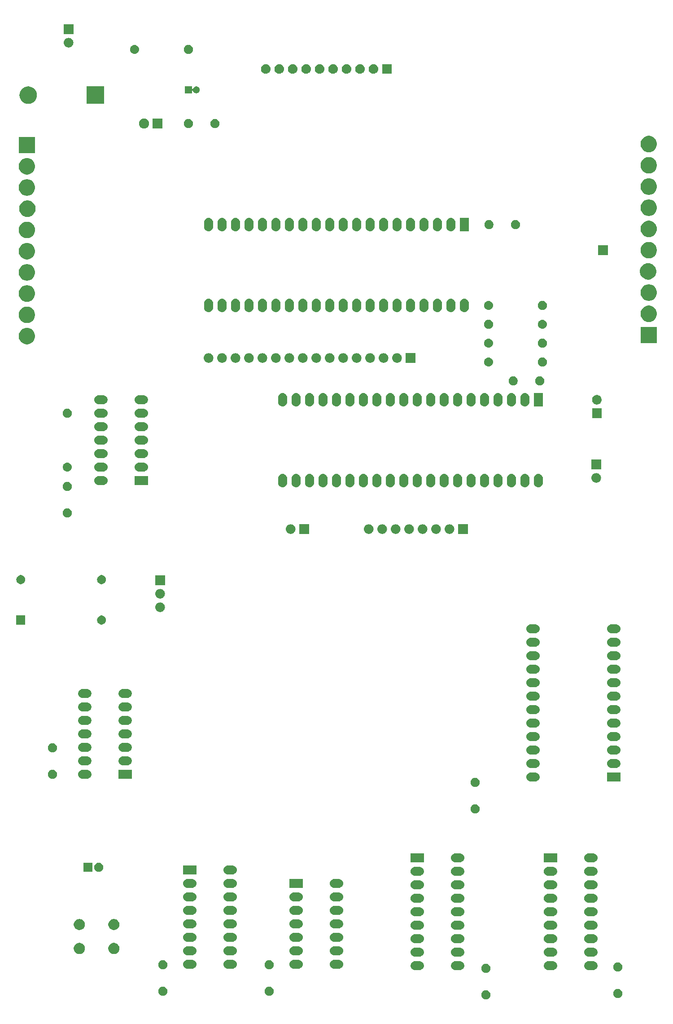
<source format=gts>
G04 #@! TF.GenerationSoftware,KiCad,Pcbnew,(5.0.1-3-g963ef8bb5)*
G04 #@! TF.CreationDate,2021-04-15T11:53:04-07:00*
G04 #@! TF.ProjectId,three chip plus,7468726565206368697020706C75732E,rev?*
G04 #@! TF.SameCoordinates,Original*
G04 #@! TF.FileFunction,Soldermask,Top*
G04 #@! TF.FilePolarity,Negative*
%FSLAX46Y46*%
G04 Gerber Fmt 4.6, Leading zero omitted, Abs format (unit mm)*
G04 Created by KiCad (PCBNEW (5.0.1-3-g963ef8bb5)) date Thursday, 15 April 2021 at 11:53:04*
%MOMM*%
%LPD*%
G01*
G04 APERTURE LIST*
%ADD10C,0.100000*%
G04 APERTURE END LIST*
D10*
G36*
X128010228Y-205603703D02*
X128165100Y-205667853D01*
X128304481Y-205760985D01*
X128423015Y-205879519D01*
X128516147Y-206018900D01*
X128580297Y-206173772D01*
X128613000Y-206338184D01*
X128613000Y-206505816D01*
X128580297Y-206670228D01*
X128516147Y-206825100D01*
X128423015Y-206964481D01*
X128304481Y-207083015D01*
X128165100Y-207176147D01*
X128010228Y-207240297D01*
X127845816Y-207273000D01*
X127678184Y-207273000D01*
X127513772Y-207240297D01*
X127358900Y-207176147D01*
X127219519Y-207083015D01*
X127100985Y-206964481D01*
X127007853Y-206825100D01*
X126943703Y-206670228D01*
X126911000Y-206505816D01*
X126911000Y-206338184D01*
X126943703Y-206173772D01*
X127007853Y-206018900D01*
X127100985Y-205879519D01*
X127219519Y-205760985D01*
X127358900Y-205667853D01*
X127513772Y-205603703D01*
X127678184Y-205571000D01*
X127845816Y-205571000D01*
X128010228Y-205603703D01*
X128010228Y-205603703D01*
G37*
G36*
X152902228Y-205349703D02*
X153057100Y-205413853D01*
X153196481Y-205506985D01*
X153315015Y-205625519D01*
X153408147Y-205764900D01*
X153472297Y-205919772D01*
X153505000Y-206084184D01*
X153505000Y-206251816D01*
X153472297Y-206416228D01*
X153408147Y-206571100D01*
X153315015Y-206710481D01*
X153196481Y-206829015D01*
X153057100Y-206922147D01*
X152902228Y-206986297D01*
X152737816Y-207019000D01*
X152570184Y-207019000D01*
X152405772Y-206986297D01*
X152250900Y-206922147D01*
X152111519Y-206829015D01*
X151992985Y-206710481D01*
X151899853Y-206571100D01*
X151835703Y-206416228D01*
X151803000Y-206251816D01*
X151803000Y-206084184D01*
X151835703Y-205919772D01*
X151899853Y-205764900D01*
X151992985Y-205625519D01*
X152111519Y-205506985D01*
X152250900Y-205413853D01*
X152405772Y-205349703D01*
X152570184Y-205317000D01*
X152737816Y-205317000D01*
X152902228Y-205349703D01*
X152902228Y-205349703D01*
G37*
G36*
X87116228Y-204921703D02*
X87271100Y-204985853D01*
X87410481Y-205078985D01*
X87529015Y-205197519D01*
X87622147Y-205336900D01*
X87686297Y-205491772D01*
X87719000Y-205656184D01*
X87719000Y-205823816D01*
X87686297Y-205988228D01*
X87622147Y-206143100D01*
X87529015Y-206282481D01*
X87410481Y-206401015D01*
X87271100Y-206494147D01*
X87116228Y-206558297D01*
X86951816Y-206591000D01*
X86784184Y-206591000D01*
X86619772Y-206558297D01*
X86464900Y-206494147D01*
X86325519Y-206401015D01*
X86206985Y-206282481D01*
X86113853Y-206143100D01*
X86049703Y-205988228D01*
X86017000Y-205823816D01*
X86017000Y-205656184D01*
X86049703Y-205491772D01*
X86113853Y-205336900D01*
X86206985Y-205197519D01*
X86325519Y-205078985D01*
X86464900Y-204985853D01*
X86619772Y-204921703D01*
X86784184Y-204889000D01*
X86951816Y-204889000D01*
X87116228Y-204921703D01*
X87116228Y-204921703D01*
G37*
G36*
X67050228Y-204921703D02*
X67205100Y-204985853D01*
X67344481Y-205078985D01*
X67463015Y-205197519D01*
X67556147Y-205336900D01*
X67620297Y-205491772D01*
X67653000Y-205656184D01*
X67653000Y-205823816D01*
X67620297Y-205988228D01*
X67556147Y-206143100D01*
X67463015Y-206282481D01*
X67344481Y-206401015D01*
X67205100Y-206494147D01*
X67050228Y-206558297D01*
X66885816Y-206591000D01*
X66718184Y-206591000D01*
X66553772Y-206558297D01*
X66398900Y-206494147D01*
X66259519Y-206401015D01*
X66140985Y-206282481D01*
X66047853Y-206143100D01*
X65983703Y-205988228D01*
X65951000Y-205823816D01*
X65951000Y-205656184D01*
X65983703Y-205491772D01*
X66047853Y-205336900D01*
X66140985Y-205197519D01*
X66259519Y-205078985D01*
X66398900Y-204985853D01*
X66553772Y-204921703D01*
X66718184Y-204889000D01*
X66885816Y-204889000D01*
X67050228Y-204921703D01*
X67050228Y-204921703D01*
G37*
G36*
X128010228Y-200603703D02*
X128165100Y-200667853D01*
X128304481Y-200760985D01*
X128423015Y-200879519D01*
X128516147Y-201018900D01*
X128580297Y-201173772D01*
X128613000Y-201338184D01*
X128613000Y-201505816D01*
X128580297Y-201670228D01*
X128516147Y-201825100D01*
X128423015Y-201964481D01*
X128304481Y-202083015D01*
X128165100Y-202176147D01*
X128010228Y-202240297D01*
X127845816Y-202273000D01*
X127678184Y-202273000D01*
X127513772Y-202240297D01*
X127358900Y-202176147D01*
X127219519Y-202083015D01*
X127100985Y-201964481D01*
X127007853Y-201825100D01*
X126943703Y-201670228D01*
X126911000Y-201505816D01*
X126911000Y-201338184D01*
X126943703Y-201173772D01*
X127007853Y-201018900D01*
X127100985Y-200879519D01*
X127219519Y-200760985D01*
X127358900Y-200667853D01*
X127513772Y-200603703D01*
X127678184Y-200571000D01*
X127845816Y-200571000D01*
X128010228Y-200603703D01*
X128010228Y-200603703D01*
G37*
G36*
X152902228Y-200349703D02*
X153057100Y-200413853D01*
X153196481Y-200506985D01*
X153315015Y-200625519D01*
X153408147Y-200764900D01*
X153472297Y-200919772D01*
X153505000Y-201084184D01*
X153505000Y-201251816D01*
X153472297Y-201416228D01*
X153408147Y-201571100D01*
X153315015Y-201710481D01*
X153196481Y-201829015D01*
X153057100Y-201922147D01*
X152902228Y-201986297D01*
X152737816Y-202019000D01*
X152570184Y-202019000D01*
X152405772Y-201986297D01*
X152250900Y-201922147D01*
X152111519Y-201829015D01*
X151992985Y-201710481D01*
X151899853Y-201571100D01*
X151835703Y-201416228D01*
X151803000Y-201251816D01*
X151803000Y-201084184D01*
X151835703Y-200919772D01*
X151899853Y-200764900D01*
X151992985Y-200625519D01*
X152111519Y-200506985D01*
X152250900Y-200413853D01*
X152405772Y-200349703D01*
X152570184Y-200317000D01*
X152737816Y-200317000D01*
X152902228Y-200349703D01*
X152902228Y-200349703D01*
G37*
G36*
X148140821Y-200075313D02*
X148140824Y-200075314D01*
X148140825Y-200075314D01*
X148301239Y-200123975D01*
X148301241Y-200123976D01*
X148301244Y-200123977D01*
X148449078Y-200202995D01*
X148578659Y-200309341D01*
X148685005Y-200438922D01*
X148764023Y-200586756D01*
X148764024Y-200586759D01*
X148764025Y-200586761D01*
X148788624Y-200667853D01*
X148812687Y-200747179D01*
X148829117Y-200914000D01*
X148812687Y-201080821D01*
X148812686Y-201080824D01*
X148812686Y-201080825D01*
X148784491Y-201173772D01*
X148764023Y-201241244D01*
X148685005Y-201389078D01*
X148578659Y-201518659D01*
X148449078Y-201625005D01*
X148301244Y-201704023D01*
X148301241Y-201704024D01*
X148301239Y-201704025D01*
X148140825Y-201752686D01*
X148140824Y-201752686D01*
X148140821Y-201752687D01*
X148015804Y-201765000D01*
X147132196Y-201765000D01*
X147007179Y-201752687D01*
X147007176Y-201752686D01*
X147007175Y-201752686D01*
X146846761Y-201704025D01*
X146846759Y-201704024D01*
X146846756Y-201704023D01*
X146698922Y-201625005D01*
X146569341Y-201518659D01*
X146462995Y-201389078D01*
X146383977Y-201241244D01*
X146363510Y-201173772D01*
X146335314Y-201080825D01*
X146335314Y-201080824D01*
X146335313Y-201080821D01*
X146318883Y-200914000D01*
X146335313Y-200747179D01*
X146359376Y-200667853D01*
X146383975Y-200586761D01*
X146383976Y-200586759D01*
X146383977Y-200586756D01*
X146462995Y-200438922D01*
X146569341Y-200309341D01*
X146698922Y-200202995D01*
X146846756Y-200123977D01*
X146846759Y-200123976D01*
X146846761Y-200123975D01*
X147007175Y-200075314D01*
X147007176Y-200075314D01*
X147007179Y-200075313D01*
X147132196Y-200063000D01*
X148015804Y-200063000D01*
X148140821Y-200075313D01*
X148140821Y-200075313D01*
G37*
G36*
X140520821Y-200075313D02*
X140520824Y-200075314D01*
X140520825Y-200075314D01*
X140681239Y-200123975D01*
X140681241Y-200123976D01*
X140681244Y-200123977D01*
X140829078Y-200202995D01*
X140958659Y-200309341D01*
X141065005Y-200438922D01*
X141144023Y-200586756D01*
X141144024Y-200586759D01*
X141144025Y-200586761D01*
X141168624Y-200667853D01*
X141192687Y-200747179D01*
X141209117Y-200914000D01*
X141192687Y-201080821D01*
X141192686Y-201080824D01*
X141192686Y-201080825D01*
X141164491Y-201173772D01*
X141144023Y-201241244D01*
X141065005Y-201389078D01*
X140958659Y-201518659D01*
X140829078Y-201625005D01*
X140681244Y-201704023D01*
X140681241Y-201704024D01*
X140681239Y-201704025D01*
X140520825Y-201752686D01*
X140520824Y-201752686D01*
X140520821Y-201752687D01*
X140395804Y-201765000D01*
X139512196Y-201765000D01*
X139387179Y-201752687D01*
X139387176Y-201752686D01*
X139387175Y-201752686D01*
X139226761Y-201704025D01*
X139226759Y-201704024D01*
X139226756Y-201704023D01*
X139078922Y-201625005D01*
X138949341Y-201518659D01*
X138842995Y-201389078D01*
X138763977Y-201241244D01*
X138743510Y-201173772D01*
X138715314Y-201080825D01*
X138715314Y-201080824D01*
X138715313Y-201080821D01*
X138698883Y-200914000D01*
X138715313Y-200747179D01*
X138739376Y-200667853D01*
X138763975Y-200586761D01*
X138763976Y-200586759D01*
X138763977Y-200586756D01*
X138842995Y-200438922D01*
X138949341Y-200309341D01*
X139078922Y-200202995D01*
X139226756Y-200123977D01*
X139226759Y-200123976D01*
X139226761Y-200123975D01*
X139387175Y-200075314D01*
X139387176Y-200075314D01*
X139387179Y-200075313D01*
X139512196Y-200063000D01*
X140395804Y-200063000D01*
X140520821Y-200075313D01*
X140520821Y-200075313D01*
G37*
G36*
X115374821Y-200075313D02*
X115374824Y-200075314D01*
X115374825Y-200075314D01*
X115535239Y-200123975D01*
X115535241Y-200123976D01*
X115535244Y-200123977D01*
X115683078Y-200202995D01*
X115812659Y-200309341D01*
X115919005Y-200438922D01*
X115998023Y-200586756D01*
X115998024Y-200586759D01*
X115998025Y-200586761D01*
X116022624Y-200667853D01*
X116046687Y-200747179D01*
X116063117Y-200914000D01*
X116046687Y-201080821D01*
X116046686Y-201080824D01*
X116046686Y-201080825D01*
X116018491Y-201173772D01*
X115998023Y-201241244D01*
X115919005Y-201389078D01*
X115812659Y-201518659D01*
X115683078Y-201625005D01*
X115535244Y-201704023D01*
X115535241Y-201704024D01*
X115535239Y-201704025D01*
X115374825Y-201752686D01*
X115374824Y-201752686D01*
X115374821Y-201752687D01*
X115249804Y-201765000D01*
X114366196Y-201765000D01*
X114241179Y-201752687D01*
X114241176Y-201752686D01*
X114241175Y-201752686D01*
X114080761Y-201704025D01*
X114080759Y-201704024D01*
X114080756Y-201704023D01*
X113932922Y-201625005D01*
X113803341Y-201518659D01*
X113696995Y-201389078D01*
X113617977Y-201241244D01*
X113597510Y-201173772D01*
X113569314Y-201080825D01*
X113569314Y-201080824D01*
X113569313Y-201080821D01*
X113552883Y-200914000D01*
X113569313Y-200747179D01*
X113593376Y-200667853D01*
X113617975Y-200586761D01*
X113617976Y-200586759D01*
X113617977Y-200586756D01*
X113696995Y-200438922D01*
X113803341Y-200309341D01*
X113932922Y-200202995D01*
X114080756Y-200123977D01*
X114080759Y-200123976D01*
X114080761Y-200123975D01*
X114241175Y-200075314D01*
X114241176Y-200075314D01*
X114241179Y-200075313D01*
X114366196Y-200063000D01*
X115249804Y-200063000D01*
X115374821Y-200075313D01*
X115374821Y-200075313D01*
G37*
G36*
X122994821Y-200075313D02*
X122994824Y-200075314D01*
X122994825Y-200075314D01*
X123155239Y-200123975D01*
X123155241Y-200123976D01*
X123155244Y-200123977D01*
X123303078Y-200202995D01*
X123432659Y-200309341D01*
X123539005Y-200438922D01*
X123618023Y-200586756D01*
X123618024Y-200586759D01*
X123618025Y-200586761D01*
X123642624Y-200667853D01*
X123666687Y-200747179D01*
X123683117Y-200914000D01*
X123666687Y-201080821D01*
X123666686Y-201080824D01*
X123666686Y-201080825D01*
X123638491Y-201173772D01*
X123618023Y-201241244D01*
X123539005Y-201389078D01*
X123432659Y-201518659D01*
X123303078Y-201625005D01*
X123155244Y-201704023D01*
X123155241Y-201704024D01*
X123155239Y-201704025D01*
X122994825Y-201752686D01*
X122994824Y-201752686D01*
X122994821Y-201752687D01*
X122869804Y-201765000D01*
X121986196Y-201765000D01*
X121861179Y-201752687D01*
X121861176Y-201752686D01*
X121861175Y-201752686D01*
X121700761Y-201704025D01*
X121700759Y-201704024D01*
X121700756Y-201704023D01*
X121552922Y-201625005D01*
X121423341Y-201518659D01*
X121316995Y-201389078D01*
X121237977Y-201241244D01*
X121217510Y-201173772D01*
X121189314Y-201080825D01*
X121189314Y-201080824D01*
X121189313Y-201080821D01*
X121172883Y-200914000D01*
X121189313Y-200747179D01*
X121213376Y-200667853D01*
X121237975Y-200586761D01*
X121237976Y-200586759D01*
X121237977Y-200586756D01*
X121316995Y-200438922D01*
X121423341Y-200309341D01*
X121552922Y-200202995D01*
X121700756Y-200123977D01*
X121700759Y-200123976D01*
X121700761Y-200123975D01*
X121861175Y-200075314D01*
X121861176Y-200075314D01*
X121861179Y-200075313D01*
X121986196Y-200063000D01*
X122869804Y-200063000D01*
X122994821Y-200075313D01*
X122994821Y-200075313D01*
G37*
G36*
X67050228Y-199921703D02*
X67205100Y-199985853D01*
X67344481Y-200078985D01*
X67463015Y-200197519D01*
X67556147Y-200336900D01*
X67620297Y-200491772D01*
X67653000Y-200656184D01*
X67653000Y-200823816D01*
X67620297Y-200988228D01*
X67556147Y-201143100D01*
X67463015Y-201282481D01*
X67344481Y-201401015D01*
X67205100Y-201494147D01*
X67050228Y-201558297D01*
X66885816Y-201591000D01*
X66718184Y-201591000D01*
X66553772Y-201558297D01*
X66398900Y-201494147D01*
X66259519Y-201401015D01*
X66140985Y-201282481D01*
X66047853Y-201143100D01*
X65983703Y-200988228D01*
X65951000Y-200823816D01*
X65951000Y-200656184D01*
X65983703Y-200491772D01*
X66047853Y-200336900D01*
X66140985Y-200197519D01*
X66259519Y-200078985D01*
X66398900Y-199985853D01*
X66553772Y-199921703D01*
X66718184Y-199889000D01*
X66885816Y-199889000D01*
X67050228Y-199921703D01*
X67050228Y-199921703D01*
G37*
G36*
X87116228Y-199921703D02*
X87271100Y-199985853D01*
X87410481Y-200078985D01*
X87529015Y-200197519D01*
X87622147Y-200336900D01*
X87686297Y-200491772D01*
X87719000Y-200656184D01*
X87719000Y-200823816D01*
X87686297Y-200988228D01*
X87622147Y-201143100D01*
X87529015Y-201282481D01*
X87410481Y-201401015D01*
X87271100Y-201494147D01*
X87116228Y-201558297D01*
X86951816Y-201591000D01*
X86784184Y-201591000D01*
X86619772Y-201558297D01*
X86464900Y-201494147D01*
X86325519Y-201401015D01*
X86206985Y-201282481D01*
X86113853Y-201143100D01*
X86049703Y-200988228D01*
X86017000Y-200823816D01*
X86017000Y-200656184D01*
X86049703Y-200491772D01*
X86113853Y-200336900D01*
X86206985Y-200197519D01*
X86325519Y-200078985D01*
X86464900Y-199985853D01*
X86619772Y-199921703D01*
X86784184Y-199889000D01*
X86951816Y-199889000D01*
X87116228Y-199921703D01*
X87116228Y-199921703D01*
G37*
G36*
X92514821Y-199821313D02*
X92514824Y-199821314D01*
X92514825Y-199821314D01*
X92675239Y-199869975D01*
X92675241Y-199869976D01*
X92675244Y-199869977D01*
X92823078Y-199948995D01*
X92952659Y-200055341D01*
X93059005Y-200184922D01*
X93138023Y-200332756D01*
X93138024Y-200332759D01*
X93138025Y-200332761D01*
X93186260Y-200491772D01*
X93186687Y-200493179D01*
X93203117Y-200660000D01*
X93186687Y-200826821D01*
X93186686Y-200826824D01*
X93186686Y-200826825D01*
X93158491Y-200919772D01*
X93138023Y-200987244D01*
X93059005Y-201135078D01*
X92952659Y-201264659D01*
X92823078Y-201371005D01*
X92675244Y-201450023D01*
X92675241Y-201450024D01*
X92675239Y-201450025D01*
X92514825Y-201498686D01*
X92514824Y-201498686D01*
X92514821Y-201498687D01*
X92389804Y-201511000D01*
X91506196Y-201511000D01*
X91381179Y-201498687D01*
X91381176Y-201498686D01*
X91381175Y-201498686D01*
X91220761Y-201450025D01*
X91220759Y-201450024D01*
X91220756Y-201450023D01*
X91072922Y-201371005D01*
X90943341Y-201264659D01*
X90836995Y-201135078D01*
X90757977Y-200987244D01*
X90737510Y-200919772D01*
X90709314Y-200826825D01*
X90709314Y-200826824D01*
X90709313Y-200826821D01*
X90692883Y-200660000D01*
X90709313Y-200493179D01*
X90709740Y-200491772D01*
X90757975Y-200332761D01*
X90757976Y-200332759D01*
X90757977Y-200332756D01*
X90836995Y-200184922D01*
X90943341Y-200055341D01*
X91072922Y-199948995D01*
X91220756Y-199869977D01*
X91220759Y-199869976D01*
X91220761Y-199869975D01*
X91381175Y-199821314D01*
X91381176Y-199821314D01*
X91381179Y-199821313D01*
X91506196Y-199809000D01*
X92389804Y-199809000D01*
X92514821Y-199821313D01*
X92514821Y-199821313D01*
G37*
G36*
X100134821Y-199821313D02*
X100134824Y-199821314D01*
X100134825Y-199821314D01*
X100295239Y-199869975D01*
X100295241Y-199869976D01*
X100295244Y-199869977D01*
X100443078Y-199948995D01*
X100572659Y-200055341D01*
X100679005Y-200184922D01*
X100758023Y-200332756D01*
X100758024Y-200332759D01*
X100758025Y-200332761D01*
X100806260Y-200491772D01*
X100806687Y-200493179D01*
X100823117Y-200660000D01*
X100806687Y-200826821D01*
X100806686Y-200826824D01*
X100806686Y-200826825D01*
X100778491Y-200919772D01*
X100758023Y-200987244D01*
X100679005Y-201135078D01*
X100572659Y-201264659D01*
X100443078Y-201371005D01*
X100295244Y-201450023D01*
X100295241Y-201450024D01*
X100295239Y-201450025D01*
X100134825Y-201498686D01*
X100134824Y-201498686D01*
X100134821Y-201498687D01*
X100009804Y-201511000D01*
X99126196Y-201511000D01*
X99001179Y-201498687D01*
X99001176Y-201498686D01*
X99001175Y-201498686D01*
X98840761Y-201450025D01*
X98840759Y-201450024D01*
X98840756Y-201450023D01*
X98692922Y-201371005D01*
X98563341Y-201264659D01*
X98456995Y-201135078D01*
X98377977Y-200987244D01*
X98357510Y-200919772D01*
X98329314Y-200826825D01*
X98329314Y-200826824D01*
X98329313Y-200826821D01*
X98312883Y-200660000D01*
X98329313Y-200493179D01*
X98329740Y-200491772D01*
X98377975Y-200332761D01*
X98377976Y-200332759D01*
X98377977Y-200332756D01*
X98456995Y-200184922D01*
X98563341Y-200055341D01*
X98692922Y-199948995D01*
X98840756Y-199869977D01*
X98840759Y-199869976D01*
X98840761Y-199869975D01*
X99001175Y-199821314D01*
X99001176Y-199821314D01*
X99001179Y-199821313D01*
X99126196Y-199809000D01*
X100009804Y-199809000D01*
X100134821Y-199821313D01*
X100134821Y-199821313D01*
G37*
G36*
X80068821Y-199821313D02*
X80068824Y-199821314D01*
X80068825Y-199821314D01*
X80229239Y-199869975D01*
X80229241Y-199869976D01*
X80229244Y-199869977D01*
X80377078Y-199948995D01*
X80506659Y-200055341D01*
X80613005Y-200184922D01*
X80692023Y-200332756D01*
X80692024Y-200332759D01*
X80692025Y-200332761D01*
X80740260Y-200491772D01*
X80740687Y-200493179D01*
X80757117Y-200660000D01*
X80740687Y-200826821D01*
X80740686Y-200826824D01*
X80740686Y-200826825D01*
X80712491Y-200919772D01*
X80692023Y-200987244D01*
X80613005Y-201135078D01*
X80506659Y-201264659D01*
X80377078Y-201371005D01*
X80229244Y-201450023D01*
X80229241Y-201450024D01*
X80229239Y-201450025D01*
X80068825Y-201498686D01*
X80068824Y-201498686D01*
X80068821Y-201498687D01*
X79943804Y-201511000D01*
X79060196Y-201511000D01*
X78935179Y-201498687D01*
X78935176Y-201498686D01*
X78935175Y-201498686D01*
X78774761Y-201450025D01*
X78774759Y-201450024D01*
X78774756Y-201450023D01*
X78626922Y-201371005D01*
X78497341Y-201264659D01*
X78390995Y-201135078D01*
X78311977Y-200987244D01*
X78291510Y-200919772D01*
X78263314Y-200826825D01*
X78263314Y-200826824D01*
X78263313Y-200826821D01*
X78246883Y-200660000D01*
X78263313Y-200493179D01*
X78263740Y-200491772D01*
X78311975Y-200332761D01*
X78311976Y-200332759D01*
X78311977Y-200332756D01*
X78390995Y-200184922D01*
X78497341Y-200055341D01*
X78626922Y-199948995D01*
X78774756Y-199869977D01*
X78774759Y-199869976D01*
X78774761Y-199869975D01*
X78935175Y-199821314D01*
X78935176Y-199821314D01*
X78935179Y-199821313D01*
X79060196Y-199809000D01*
X79943804Y-199809000D01*
X80068821Y-199821313D01*
X80068821Y-199821313D01*
G37*
G36*
X72448821Y-199821313D02*
X72448824Y-199821314D01*
X72448825Y-199821314D01*
X72609239Y-199869975D01*
X72609241Y-199869976D01*
X72609244Y-199869977D01*
X72757078Y-199948995D01*
X72886659Y-200055341D01*
X72993005Y-200184922D01*
X73072023Y-200332756D01*
X73072024Y-200332759D01*
X73072025Y-200332761D01*
X73120260Y-200491772D01*
X73120687Y-200493179D01*
X73137117Y-200660000D01*
X73120687Y-200826821D01*
X73120686Y-200826824D01*
X73120686Y-200826825D01*
X73092491Y-200919772D01*
X73072023Y-200987244D01*
X72993005Y-201135078D01*
X72886659Y-201264659D01*
X72757078Y-201371005D01*
X72609244Y-201450023D01*
X72609241Y-201450024D01*
X72609239Y-201450025D01*
X72448825Y-201498686D01*
X72448824Y-201498686D01*
X72448821Y-201498687D01*
X72323804Y-201511000D01*
X71440196Y-201511000D01*
X71315179Y-201498687D01*
X71315176Y-201498686D01*
X71315175Y-201498686D01*
X71154761Y-201450025D01*
X71154759Y-201450024D01*
X71154756Y-201450023D01*
X71006922Y-201371005D01*
X70877341Y-201264659D01*
X70770995Y-201135078D01*
X70691977Y-200987244D01*
X70671510Y-200919772D01*
X70643314Y-200826825D01*
X70643314Y-200826824D01*
X70643313Y-200826821D01*
X70626883Y-200660000D01*
X70643313Y-200493179D01*
X70643740Y-200491772D01*
X70691975Y-200332761D01*
X70691976Y-200332759D01*
X70691977Y-200332756D01*
X70770995Y-200184922D01*
X70877341Y-200055341D01*
X71006922Y-199948995D01*
X71154756Y-199869977D01*
X71154759Y-199869976D01*
X71154761Y-199869975D01*
X71315175Y-199821314D01*
X71315176Y-199821314D01*
X71315179Y-199821313D01*
X71440196Y-199809000D01*
X72323804Y-199809000D01*
X72448821Y-199821313D01*
X72448821Y-199821313D01*
G37*
G36*
X148140821Y-197535313D02*
X148140824Y-197535314D01*
X148140825Y-197535314D01*
X148301239Y-197583975D01*
X148301241Y-197583976D01*
X148301244Y-197583977D01*
X148449078Y-197662995D01*
X148578659Y-197769341D01*
X148685005Y-197898922D01*
X148764023Y-198046756D01*
X148764024Y-198046759D01*
X148764025Y-198046761D01*
X148799842Y-198164834D01*
X148812687Y-198207179D01*
X148829117Y-198374000D01*
X148812687Y-198540821D01*
X148812686Y-198540824D01*
X148812686Y-198540825D01*
X148771193Y-198677610D01*
X148764023Y-198701244D01*
X148685005Y-198849078D01*
X148578659Y-198978659D01*
X148449078Y-199085005D01*
X148301244Y-199164023D01*
X148301241Y-199164024D01*
X148301239Y-199164025D01*
X148140825Y-199212686D01*
X148140824Y-199212686D01*
X148140821Y-199212687D01*
X148015804Y-199225000D01*
X147132196Y-199225000D01*
X147007179Y-199212687D01*
X147007176Y-199212686D01*
X147007175Y-199212686D01*
X146846761Y-199164025D01*
X146846759Y-199164024D01*
X146846756Y-199164023D01*
X146698922Y-199085005D01*
X146569341Y-198978659D01*
X146462995Y-198849078D01*
X146383977Y-198701244D01*
X146376808Y-198677610D01*
X146335314Y-198540825D01*
X146335314Y-198540824D01*
X146335313Y-198540821D01*
X146318883Y-198374000D01*
X146335313Y-198207179D01*
X146348158Y-198164834D01*
X146383975Y-198046761D01*
X146383976Y-198046759D01*
X146383977Y-198046756D01*
X146462995Y-197898922D01*
X146569341Y-197769341D01*
X146698922Y-197662995D01*
X146846756Y-197583977D01*
X146846759Y-197583976D01*
X146846761Y-197583975D01*
X147007175Y-197535314D01*
X147007176Y-197535314D01*
X147007179Y-197535313D01*
X147132196Y-197523000D01*
X148015804Y-197523000D01*
X148140821Y-197535313D01*
X148140821Y-197535313D01*
G37*
G36*
X140520821Y-197535313D02*
X140520824Y-197535314D01*
X140520825Y-197535314D01*
X140681239Y-197583975D01*
X140681241Y-197583976D01*
X140681244Y-197583977D01*
X140829078Y-197662995D01*
X140958659Y-197769341D01*
X141065005Y-197898922D01*
X141144023Y-198046756D01*
X141144024Y-198046759D01*
X141144025Y-198046761D01*
X141179842Y-198164834D01*
X141192687Y-198207179D01*
X141209117Y-198374000D01*
X141192687Y-198540821D01*
X141192686Y-198540824D01*
X141192686Y-198540825D01*
X141151193Y-198677610D01*
X141144023Y-198701244D01*
X141065005Y-198849078D01*
X140958659Y-198978659D01*
X140829078Y-199085005D01*
X140681244Y-199164023D01*
X140681241Y-199164024D01*
X140681239Y-199164025D01*
X140520825Y-199212686D01*
X140520824Y-199212686D01*
X140520821Y-199212687D01*
X140395804Y-199225000D01*
X139512196Y-199225000D01*
X139387179Y-199212687D01*
X139387176Y-199212686D01*
X139387175Y-199212686D01*
X139226761Y-199164025D01*
X139226759Y-199164024D01*
X139226756Y-199164023D01*
X139078922Y-199085005D01*
X138949341Y-198978659D01*
X138842995Y-198849078D01*
X138763977Y-198701244D01*
X138756808Y-198677610D01*
X138715314Y-198540825D01*
X138715314Y-198540824D01*
X138715313Y-198540821D01*
X138698883Y-198374000D01*
X138715313Y-198207179D01*
X138728158Y-198164834D01*
X138763975Y-198046761D01*
X138763976Y-198046759D01*
X138763977Y-198046756D01*
X138842995Y-197898922D01*
X138949341Y-197769341D01*
X139078922Y-197662995D01*
X139226756Y-197583977D01*
X139226759Y-197583976D01*
X139226761Y-197583975D01*
X139387175Y-197535314D01*
X139387176Y-197535314D01*
X139387179Y-197535313D01*
X139512196Y-197523000D01*
X140395804Y-197523000D01*
X140520821Y-197535313D01*
X140520821Y-197535313D01*
G37*
G36*
X122994821Y-197535313D02*
X122994824Y-197535314D01*
X122994825Y-197535314D01*
X123155239Y-197583975D01*
X123155241Y-197583976D01*
X123155244Y-197583977D01*
X123303078Y-197662995D01*
X123432659Y-197769341D01*
X123539005Y-197898922D01*
X123618023Y-198046756D01*
X123618024Y-198046759D01*
X123618025Y-198046761D01*
X123653842Y-198164834D01*
X123666687Y-198207179D01*
X123683117Y-198374000D01*
X123666687Y-198540821D01*
X123666686Y-198540824D01*
X123666686Y-198540825D01*
X123625193Y-198677610D01*
X123618023Y-198701244D01*
X123539005Y-198849078D01*
X123432659Y-198978659D01*
X123303078Y-199085005D01*
X123155244Y-199164023D01*
X123155241Y-199164024D01*
X123155239Y-199164025D01*
X122994825Y-199212686D01*
X122994824Y-199212686D01*
X122994821Y-199212687D01*
X122869804Y-199225000D01*
X121986196Y-199225000D01*
X121861179Y-199212687D01*
X121861176Y-199212686D01*
X121861175Y-199212686D01*
X121700761Y-199164025D01*
X121700759Y-199164024D01*
X121700756Y-199164023D01*
X121552922Y-199085005D01*
X121423341Y-198978659D01*
X121316995Y-198849078D01*
X121237977Y-198701244D01*
X121230808Y-198677610D01*
X121189314Y-198540825D01*
X121189314Y-198540824D01*
X121189313Y-198540821D01*
X121172883Y-198374000D01*
X121189313Y-198207179D01*
X121202158Y-198164834D01*
X121237975Y-198046761D01*
X121237976Y-198046759D01*
X121237977Y-198046756D01*
X121316995Y-197898922D01*
X121423341Y-197769341D01*
X121552922Y-197662995D01*
X121700756Y-197583977D01*
X121700759Y-197583976D01*
X121700761Y-197583975D01*
X121861175Y-197535314D01*
X121861176Y-197535314D01*
X121861179Y-197535313D01*
X121986196Y-197523000D01*
X122869804Y-197523000D01*
X122994821Y-197535313D01*
X122994821Y-197535313D01*
G37*
G36*
X115374821Y-197535313D02*
X115374824Y-197535314D01*
X115374825Y-197535314D01*
X115535239Y-197583975D01*
X115535241Y-197583976D01*
X115535244Y-197583977D01*
X115683078Y-197662995D01*
X115812659Y-197769341D01*
X115919005Y-197898922D01*
X115998023Y-198046756D01*
X115998024Y-198046759D01*
X115998025Y-198046761D01*
X116033842Y-198164834D01*
X116046687Y-198207179D01*
X116063117Y-198374000D01*
X116046687Y-198540821D01*
X116046686Y-198540824D01*
X116046686Y-198540825D01*
X116005193Y-198677610D01*
X115998023Y-198701244D01*
X115919005Y-198849078D01*
X115812659Y-198978659D01*
X115683078Y-199085005D01*
X115535244Y-199164023D01*
X115535241Y-199164024D01*
X115535239Y-199164025D01*
X115374825Y-199212686D01*
X115374824Y-199212686D01*
X115374821Y-199212687D01*
X115249804Y-199225000D01*
X114366196Y-199225000D01*
X114241179Y-199212687D01*
X114241176Y-199212686D01*
X114241175Y-199212686D01*
X114080761Y-199164025D01*
X114080759Y-199164024D01*
X114080756Y-199164023D01*
X113932922Y-199085005D01*
X113803341Y-198978659D01*
X113696995Y-198849078D01*
X113617977Y-198701244D01*
X113610808Y-198677610D01*
X113569314Y-198540825D01*
X113569314Y-198540824D01*
X113569313Y-198540821D01*
X113552883Y-198374000D01*
X113569313Y-198207179D01*
X113582158Y-198164834D01*
X113617975Y-198046761D01*
X113617976Y-198046759D01*
X113617977Y-198046756D01*
X113696995Y-197898922D01*
X113803341Y-197769341D01*
X113932922Y-197662995D01*
X114080756Y-197583977D01*
X114080759Y-197583976D01*
X114080761Y-197583975D01*
X114241175Y-197535314D01*
X114241176Y-197535314D01*
X114241179Y-197535313D01*
X114366196Y-197523000D01*
X115249804Y-197523000D01*
X115374821Y-197535313D01*
X115374821Y-197535313D01*
G37*
G36*
X100134821Y-197281313D02*
X100134824Y-197281314D01*
X100134825Y-197281314D01*
X100295239Y-197329975D01*
X100295241Y-197329976D01*
X100295244Y-197329977D01*
X100443078Y-197408995D01*
X100572659Y-197515341D01*
X100679005Y-197644922D01*
X100758023Y-197792756D01*
X100758024Y-197792759D01*
X100758025Y-197792761D01*
X100806686Y-197953175D01*
X100806687Y-197953179D01*
X100823117Y-198120000D01*
X100806687Y-198286821D01*
X100806686Y-198286824D01*
X100806686Y-198286825D01*
X100780242Y-198374000D01*
X100758023Y-198447244D01*
X100679005Y-198595078D01*
X100572659Y-198724659D01*
X100443078Y-198831005D01*
X100295244Y-198910023D01*
X100295241Y-198910024D01*
X100295239Y-198910025D01*
X100134825Y-198958686D01*
X100134824Y-198958686D01*
X100134821Y-198958687D01*
X100009804Y-198971000D01*
X99126196Y-198971000D01*
X99001179Y-198958687D01*
X99001176Y-198958686D01*
X99001175Y-198958686D01*
X98840761Y-198910025D01*
X98840759Y-198910024D01*
X98840756Y-198910023D01*
X98692922Y-198831005D01*
X98563341Y-198724659D01*
X98456995Y-198595078D01*
X98377977Y-198447244D01*
X98355759Y-198374000D01*
X98329314Y-198286825D01*
X98329314Y-198286824D01*
X98329313Y-198286821D01*
X98312883Y-198120000D01*
X98329313Y-197953179D01*
X98329314Y-197953175D01*
X98377975Y-197792761D01*
X98377976Y-197792759D01*
X98377977Y-197792756D01*
X98456995Y-197644922D01*
X98563341Y-197515341D01*
X98692922Y-197408995D01*
X98840756Y-197329977D01*
X98840759Y-197329976D01*
X98840761Y-197329975D01*
X99001175Y-197281314D01*
X99001176Y-197281314D01*
X99001179Y-197281313D01*
X99126196Y-197269000D01*
X100009804Y-197269000D01*
X100134821Y-197281313D01*
X100134821Y-197281313D01*
G37*
G36*
X92514821Y-197281313D02*
X92514824Y-197281314D01*
X92514825Y-197281314D01*
X92675239Y-197329975D01*
X92675241Y-197329976D01*
X92675244Y-197329977D01*
X92823078Y-197408995D01*
X92952659Y-197515341D01*
X93059005Y-197644922D01*
X93138023Y-197792756D01*
X93138024Y-197792759D01*
X93138025Y-197792761D01*
X93186686Y-197953175D01*
X93186687Y-197953179D01*
X93203117Y-198120000D01*
X93186687Y-198286821D01*
X93186686Y-198286824D01*
X93186686Y-198286825D01*
X93160242Y-198374000D01*
X93138023Y-198447244D01*
X93059005Y-198595078D01*
X92952659Y-198724659D01*
X92823078Y-198831005D01*
X92675244Y-198910023D01*
X92675241Y-198910024D01*
X92675239Y-198910025D01*
X92514825Y-198958686D01*
X92514824Y-198958686D01*
X92514821Y-198958687D01*
X92389804Y-198971000D01*
X91506196Y-198971000D01*
X91381179Y-198958687D01*
X91381176Y-198958686D01*
X91381175Y-198958686D01*
X91220761Y-198910025D01*
X91220759Y-198910024D01*
X91220756Y-198910023D01*
X91072922Y-198831005D01*
X90943341Y-198724659D01*
X90836995Y-198595078D01*
X90757977Y-198447244D01*
X90735759Y-198374000D01*
X90709314Y-198286825D01*
X90709314Y-198286824D01*
X90709313Y-198286821D01*
X90692883Y-198120000D01*
X90709313Y-197953179D01*
X90709314Y-197953175D01*
X90757975Y-197792761D01*
X90757976Y-197792759D01*
X90757977Y-197792756D01*
X90836995Y-197644922D01*
X90943341Y-197515341D01*
X91072922Y-197408995D01*
X91220756Y-197329977D01*
X91220759Y-197329976D01*
X91220761Y-197329975D01*
X91381175Y-197281314D01*
X91381176Y-197281314D01*
X91381179Y-197281313D01*
X91506196Y-197269000D01*
X92389804Y-197269000D01*
X92514821Y-197281313D01*
X92514821Y-197281313D01*
G37*
G36*
X80068821Y-197281313D02*
X80068824Y-197281314D01*
X80068825Y-197281314D01*
X80229239Y-197329975D01*
X80229241Y-197329976D01*
X80229244Y-197329977D01*
X80377078Y-197408995D01*
X80506659Y-197515341D01*
X80613005Y-197644922D01*
X80692023Y-197792756D01*
X80692024Y-197792759D01*
X80692025Y-197792761D01*
X80740686Y-197953175D01*
X80740687Y-197953179D01*
X80757117Y-198120000D01*
X80740687Y-198286821D01*
X80740686Y-198286824D01*
X80740686Y-198286825D01*
X80714242Y-198374000D01*
X80692023Y-198447244D01*
X80613005Y-198595078D01*
X80506659Y-198724659D01*
X80377078Y-198831005D01*
X80229244Y-198910023D01*
X80229241Y-198910024D01*
X80229239Y-198910025D01*
X80068825Y-198958686D01*
X80068824Y-198958686D01*
X80068821Y-198958687D01*
X79943804Y-198971000D01*
X79060196Y-198971000D01*
X78935179Y-198958687D01*
X78935176Y-198958686D01*
X78935175Y-198958686D01*
X78774761Y-198910025D01*
X78774759Y-198910024D01*
X78774756Y-198910023D01*
X78626922Y-198831005D01*
X78497341Y-198724659D01*
X78390995Y-198595078D01*
X78311977Y-198447244D01*
X78289759Y-198374000D01*
X78263314Y-198286825D01*
X78263314Y-198286824D01*
X78263313Y-198286821D01*
X78246883Y-198120000D01*
X78263313Y-197953179D01*
X78263314Y-197953175D01*
X78311975Y-197792761D01*
X78311976Y-197792759D01*
X78311977Y-197792756D01*
X78390995Y-197644922D01*
X78497341Y-197515341D01*
X78626922Y-197408995D01*
X78774756Y-197329977D01*
X78774759Y-197329976D01*
X78774761Y-197329975D01*
X78935175Y-197281314D01*
X78935176Y-197281314D01*
X78935179Y-197281313D01*
X79060196Y-197269000D01*
X79943804Y-197269000D01*
X80068821Y-197281313D01*
X80068821Y-197281313D01*
G37*
G36*
X72448821Y-197281313D02*
X72448824Y-197281314D01*
X72448825Y-197281314D01*
X72609239Y-197329975D01*
X72609241Y-197329976D01*
X72609244Y-197329977D01*
X72757078Y-197408995D01*
X72886659Y-197515341D01*
X72993005Y-197644922D01*
X73072023Y-197792756D01*
X73072024Y-197792759D01*
X73072025Y-197792761D01*
X73120686Y-197953175D01*
X73120687Y-197953179D01*
X73137117Y-198120000D01*
X73120687Y-198286821D01*
X73120686Y-198286824D01*
X73120686Y-198286825D01*
X73094242Y-198374000D01*
X73072023Y-198447244D01*
X72993005Y-198595078D01*
X72886659Y-198724659D01*
X72757078Y-198831005D01*
X72609244Y-198910023D01*
X72609241Y-198910024D01*
X72609239Y-198910025D01*
X72448825Y-198958686D01*
X72448824Y-198958686D01*
X72448821Y-198958687D01*
X72323804Y-198971000D01*
X71440196Y-198971000D01*
X71315179Y-198958687D01*
X71315176Y-198958686D01*
X71315175Y-198958686D01*
X71154761Y-198910025D01*
X71154759Y-198910024D01*
X71154756Y-198910023D01*
X71006922Y-198831005D01*
X70877341Y-198724659D01*
X70770995Y-198595078D01*
X70691977Y-198447244D01*
X70669759Y-198374000D01*
X70643314Y-198286825D01*
X70643314Y-198286824D01*
X70643313Y-198286821D01*
X70626883Y-198120000D01*
X70643313Y-197953179D01*
X70643314Y-197953175D01*
X70691975Y-197792761D01*
X70691976Y-197792759D01*
X70691977Y-197792756D01*
X70770995Y-197644922D01*
X70877341Y-197515341D01*
X71006922Y-197408995D01*
X71154756Y-197329977D01*
X71154759Y-197329976D01*
X71154761Y-197329975D01*
X71315175Y-197281314D01*
X71315176Y-197281314D01*
X71315179Y-197281313D01*
X71440196Y-197269000D01*
X72323804Y-197269000D01*
X72448821Y-197281313D01*
X72448821Y-197281313D01*
G37*
G36*
X57860565Y-196656389D02*
X58051834Y-196735615D01*
X58223976Y-196850637D01*
X58370363Y-196997024D01*
X58485385Y-197169166D01*
X58564611Y-197360435D01*
X58605000Y-197563484D01*
X58605000Y-197770516D01*
X58564611Y-197973565D01*
X58485385Y-198164834D01*
X58370363Y-198336976D01*
X58223976Y-198483363D01*
X58051834Y-198598385D01*
X57860565Y-198677611D01*
X57657516Y-198718000D01*
X57450484Y-198718000D01*
X57247435Y-198677611D01*
X57056166Y-198598385D01*
X56884024Y-198483363D01*
X56737637Y-198336976D01*
X56622615Y-198164834D01*
X56543389Y-197973565D01*
X56503000Y-197770516D01*
X56503000Y-197563484D01*
X56543389Y-197360435D01*
X56622615Y-197169166D01*
X56737637Y-196997024D01*
X56884024Y-196850637D01*
X57056166Y-196735615D01*
X57247435Y-196656389D01*
X57450484Y-196616000D01*
X57657516Y-196616000D01*
X57860565Y-196656389D01*
X57860565Y-196656389D01*
G37*
G36*
X51360565Y-196656389D02*
X51551834Y-196735615D01*
X51723976Y-196850637D01*
X51870363Y-196997024D01*
X51985385Y-197169166D01*
X52064611Y-197360435D01*
X52105000Y-197563484D01*
X52105000Y-197770516D01*
X52064611Y-197973565D01*
X51985385Y-198164834D01*
X51870363Y-198336976D01*
X51723976Y-198483363D01*
X51551834Y-198598385D01*
X51360565Y-198677611D01*
X51157516Y-198718000D01*
X50950484Y-198718000D01*
X50747435Y-198677611D01*
X50556166Y-198598385D01*
X50384024Y-198483363D01*
X50237637Y-198336976D01*
X50122615Y-198164834D01*
X50043389Y-197973565D01*
X50003000Y-197770516D01*
X50003000Y-197563484D01*
X50043389Y-197360435D01*
X50122615Y-197169166D01*
X50237637Y-196997024D01*
X50384024Y-196850637D01*
X50556166Y-196735615D01*
X50747435Y-196656389D01*
X50950484Y-196616000D01*
X51157516Y-196616000D01*
X51360565Y-196656389D01*
X51360565Y-196656389D01*
G37*
G36*
X122994821Y-194995313D02*
X122994824Y-194995314D01*
X122994825Y-194995314D01*
X123155239Y-195043975D01*
X123155241Y-195043976D01*
X123155244Y-195043977D01*
X123303078Y-195122995D01*
X123432659Y-195229341D01*
X123539005Y-195358922D01*
X123618023Y-195506756D01*
X123618024Y-195506759D01*
X123618025Y-195506761D01*
X123666686Y-195667175D01*
X123666687Y-195667179D01*
X123683117Y-195834000D01*
X123666687Y-196000821D01*
X123666686Y-196000824D01*
X123666686Y-196000825D01*
X123650229Y-196055078D01*
X123618023Y-196161244D01*
X123539005Y-196309078D01*
X123432659Y-196438659D01*
X123303078Y-196545005D01*
X123155244Y-196624023D01*
X123155241Y-196624024D01*
X123155239Y-196624025D01*
X122994825Y-196672686D01*
X122994824Y-196672686D01*
X122994821Y-196672687D01*
X122869804Y-196685000D01*
X121986196Y-196685000D01*
X121861179Y-196672687D01*
X121861176Y-196672686D01*
X121861175Y-196672686D01*
X121700761Y-196624025D01*
X121700759Y-196624024D01*
X121700756Y-196624023D01*
X121552922Y-196545005D01*
X121423341Y-196438659D01*
X121316995Y-196309078D01*
X121237977Y-196161244D01*
X121205772Y-196055078D01*
X121189314Y-196000825D01*
X121189314Y-196000824D01*
X121189313Y-196000821D01*
X121172883Y-195834000D01*
X121189313Y-195667179D01*
X121189314Y-195667175D01*
X121237975Y-195506761D01*
X121237976Y-195506759D01*
X121237977Y-195506756D01*
X121316995Y-195358922D01*
X121423341Y-195229341D01*
X121552922Y-195122995D01*
X121700756Y-195043977D01*
X121700759Y-195043976D01*
X121700761Y-195043975D01*
X121861175Y-194995314D01*
X121861176Y-194995314D01*
X121861179Y-194995313D01*
X121986196Y-194983000D01*
X122869804Y-194983000D01*
X122994821Y-194995313D01*
X122994821Y-194995313D01*
G37*
G36*
X140520821Y-194995313D02*
X140520824Y-194995314D01*
X140520825Y-194995314D01*
X140681239Y-195043975D01*
X140681241Y-195043976D01*
X140681244Y-195043977D01*
X140829078Y-195122995D01*
X140958659Y-195229341D01*
X141065005Y-195358922D01*
X141144023Y-195506756D01*
X141144024Y-195506759D01*
X141144025Y-195506761D01*
X141192686Y-195667175D01*
X141192687Y-195667179D01*
X141209117Y-195834000D01*
X141192687Y-196000821D01*
X141192686Y-196000824D01*
X141192686Y-196000825D01*
X141176229Y-196055078D01*
X141144023Y-196161244D01*
X141065005Y-196309078D01*
X140958659Y-196438659D01*
X140829078Y-196545005D01*
X140681244Y-196624023D01*
X140681241Y-196624024D01*
X140681239Y-196624025D01*
X140520825Y-196672686D01*
X140520824Y-196672686D01*
X140520821Y-196672687D01*
X140395804Y-196685000D01*
X139512196Y-196685000D01*
X139387179Y-196672687D01*
X139387176Y-196672686D01*
X139387175Y-196672686D01*
X139226761Y-196624025D01*
X139226759Y-196624024D01*
X139226756Y-196624023D01*
X139078922Y-196545005D01*
X138949341Y-196438659D01*
X138842995Y-196309078D01*
X138763977Y-196161244D01*
X138731772Y-196055078D01*
X138715314Y-196000825D01*
X138715314Y-196000824D01*
X138715313Y-196000821D01*
X138698883Y-195834000D01*
X138715313Y-195667179D01*
X138715314Y-195667175D01*
X138763975Y-195506761D01*
X138763976Y-195506759D01*
X138763977Y-195506756D01*
X138842995Y-195358922D01*
X138949341Y-195229341D01*
X139078922Y-195122995D01*
X139226756Y-195043977D01*
X139226759Y-195043976D01*
X139226761Y-195043975D01*
X139387175Y-194995314D01*
X139387176Y-194995314D01*
X139387179Y-194995313D01*
X139512196Y-194983000D01*
X140395804Y-194983000D01*
X140520821Y-194995313D01*
X140520821Y-194995313D01*
G37*
G36*
X148140821Y-194995313D02*
X148140824Y-194995314D01*
X148140825Y-194995314D01*
X148301239Y-195043975D01*
X148301241Y-195043976D01*
X148301244Y-195043977D01*
X148449078Y-195122995D01*
X148578659Y-195229341D01*
X148685005Y-195358922D01*
X148764023Y-195506756D01*
X148764024Y-195506759D01*
X148764025Y-195506761D01*
X148812686Y-195667175D01*
X148812687Y-195667179D01*
X148829117Y-195834000D01*
X148812687Y-196000821D01*
X148812686Y-196000824D01*
X148812686Y-196000825D01*
X148796229Y-196055078D01*
X148764023Y-196161244D01*
X148685005Y-196309078D01*
X148578659Y-196438659D01*
X148449078Y-196545005D01*
X148301244Y-196624023D01*
X148301241Y-196624024D01*
X148301239Y-196624025D01*
X148140825Y-196672686D01*
X148140824Y-196672686D01*
X148140821Y-196672687D01*
X148015804Y-196685000D01*
X147132196Y-196685000D01*
X147007179Y-196672687D01*
X147007176Y-196672686D01*
X147007175Y-196672686D01*
X146846761Y-196624025D01*
X146846759Y-196624024D01*
X146846756Y-196624023D01*
X146698922Y-196545005D01*
X146569341Y-196438659D01*
X146462995Y-196309078D01*
X146383977Y-196161244D01*
X146351772Y-196055078D01*
X146335314Y-196000825D01*
X146335314Y-196000824D01*
X146335313Y-196000821D01*
X146318883Y-195834000D01*
X146335313Y-195667179D01*
X146335314Y-195667175D01*
X146383975Y-195506761D01*
X146383976Y-195506759D01*
X146383977Y-195506756D01*
X146462995Y-195358922D01*
X146569341Y-195229341D01*
X146698922Y-195122995D01*
X146846756Y-195043977D01*
X146846759Y-195043976D01*
X146846761Y-195043975D01*
X147007175Y-194995314D01*
X147007176Y-194995314D01*
X147007179Y-194995313D01*
X147132196Y-194983000D01*
X148015804Y-194983000D01*
X148140821Y-194995313D01*
X148140821Y-194995313D01*
G37*
G36*
X115374821Y-194995313D02*
X115374824Y-194995314D01*
X115374825Y-194995314D01*
X115535239Y-195043975D01*
X115535241Y-195043976D01*
X115535244Y-195043977D01*
X115683078Y-195122995D01*
X115812659Y-195229341D01*
X115919005Y-195358922D01*
X115998023Y-195506756D01*
X115998024Y-195506759D01*
X115998025Y-195506761D01*
X116046686Y-195667175D01*
X116046687Y-195667179D01*
X116063117Y-195834000D01*
X116046687Y-196000821D01*
X116046686Y-196000824D01*
X116046686Y-196000825D01*
X116030229Y-196055078D01*
X115998023Y-196161244D01*
X115919005Y-196309078D01*
X115812659Y-196438659D01*
X115683078Y-196545005D01*
X115535244Y-196624023D01*
X115535241Y-196624024D01*
X115535239Y-196624025D01*
X115374825Y-196672686D01*
X115374824Y-196672686D01*
X115374821Y-196672687D01*
X115249804Y-196685000D01*
X114366196Y-196685000D01*
X114241179Y-196672687D01*
X114241176Y-196672686D01*
X114241175Y-196672686D01*
X114080761Y-196624025D01*
X114080759Y-196624024D01*
X114080756Y-196624023D01*
X113932922Y-196545005D01*
X113803341Y-196438659D01*
X113696995Y-196309078D01*
X113617977Y-196161244D01*
X113585772Y-196055078D01*
X113569314Y-196000825D01*
X113569314Y-196000824D01*
X113569313Y-196000821D01*
X113552883Y-195834000D01*
X113569313Y-195667179D01*
X113569314Y-195667175D01*
X113617975Y-195506761D01*
X113617976Y-195506759D01*
X113617977Y-195506756D01*
X113696995Y-195358922D01*
X113803341Y-195229341D01*
X113932922Y-195122995D01*
X114080756Y-195043977D01*
X114080759Y-195043976D01*
X114080761Y-195043975D01*
X114241175Y-194995314D01*
X114241176Y-194995314D01*
X114241179Y-194995313D01*
X114366196Y-194983000D01*
X115249804Y-194983000D01*
X115374821Y-194995313D01*
X115374821Y-194995313D01*
G37*
G36*
X72448821Y-194741313D02*
X72448824Y-194741314D01*
X72448825Y-194741314D01*
X72609239Y-194789975D01*
X72609241Y-194789976D01*
X72609244Y-194789977D01*
X72757078Y-194868995D01*
X72886659Y-194975341D01*
X72993005Y-195104922D01*
X73072023Y-195252756D01*
X73072024Y-195252759D01*
X73072025Y-195252761D01*
X73120686Y-195413175D01*
X73120687Y-195413179D01*
X73137117Y-195580000D01*
X73120687Y-195746821D01*
X73120686Y-195746824D01*
X73120686Y-195746825D01*
X73094242Y-195834000D01*
X73072023Y-195907244D01*
X72993005Y-196055078D01*
X72886659Y-196184659D01*
X72757078Y-196291005D01*
X72609244Y-196370023D01*
X72609241Y-196370024D01*
X72609239Y-196370025D01*
X72448825Y-196418686D01*
X72448824Y-196418686D01*
X72448821Y-196418687D01*
X72323804Y-196431000D01*
X71440196Y-196431000D01*
X71315179Y-196418687D01*
X71315176Y-196418686D01*
X71315175Y-196418686D01*
X71154761Y-196370025D01*
X71154759Y-196370024D01*
X71154756Y-196370023D01*
X71006922Y-196291005D01*
X70877341Y-196184659D01*
X70770995Y-196055078D01*
X70691977Y-195907244D01*
X70669759Y-195834000D01*
X70643314Y-195746825D01*
X70643314Y-195746824D01*
X70643313Y-195746821D01*
X70626883Y-195580000D01*
X70643313Y-195413179D01*
X70643314Y-195413175D01*
X70691975Y-195252761D01*
X70691976Y-195252759D01*
X70691977Y-195252756D01*
X70770995Y-195104922D01*
X70877341Y-194975341D01*
X71006922Y-194868995D01*
X71154756Y-194789977D01*
X71154759Y-194789976D01*
X71154761Y-194789975D01*
X71315175Y-194741314D01*
X71315176Y-194741314D01*
X71315179Y-194741313D01*
X71440196Y-194729000D01*
X72323804Y-194729000D01*
X72448821Y-194741313D01*
X72448821Y-194741313D01*
G37*
G36*
X80068821Y-194741313D02*
X80068824Y-194741314D01*
X80068825Y-194741314D01*
X80229239Y-194789975D01*
X80229241Y-194789976D01*
X80229244Y-194789977D01*
X80377078Y-194868995D01*
X80506659Y-194975341D01*
X80613005Y-195104922D01*
X80692023Y-195252756D01*
X80692024Y-195252759D01*
X80692025Y-195252761D01*
X80740686Y-195413175D01*
X80740687Y-195413179D01*
X80757117Y-195580000D01*
X80740687Y-195746821D01*
X80740686Y-195746824D01*
X80740686Y-195746825D01*
X80714242Y-195834000D01*
X80692023Y-195907244D01*
X80613005Y-196055078D01*
X80506659Y-196184659D01*
X80377078Y-196291005D01*
X80229244Y-196370023D01*
X80229241Y-196370024D01*
X80229239Y-196370025D01*
X80068825Y-196418686D01*
X80068824Y-196418686D01*
X80068821Y-196418687D01*
X79943804Y-196431000D01*
X79060196Y-196431000D01*
X78935179Y-196418687D01*
X78935176Y-196418686D01*
X78935175Y-196418686D01*
X78774761Y-196370025D01*
X78774759Y-196370024D01*
X78774756Y-196370023D01*
X78626922Y-196291005D01*
X78497341Y-196184659D01*
X78390995Y-196055078D01*
X78311977Y-195907244D01*
X78289759Y-195834000D01*
X78263314Y-195746825D01*
X78263314Y-195746824D01*
X78263313Y-195746821D01*
X78246883Y-195580000D01*
X78263313Y-195413179D01*
X78263314Y-195413175D01*
X78311975Y-195252761D01*
X78311976Y-195252759D01*
X78311977Y-195252756D01*
X78390995Y-195104922D01*
X78497341Y-194975341D01*
X78626922Y-194868995D01*
X78774756Y-194789977D01*
X78774759Y-194789976D01*
X78774761Y-194789975D01*
X78935175Y-194741314D01*
X78935176Y-194741314D01*
X78935179Y-194741313D01*
X79060196Y-194729000D01*
X79943804Y-194729000D01*
X80068821Y-194741313D01*
X80068821Y-194741313D01*
G37*
G36*
X92514821Y-194741313D02*
X92514824Y-194741314D01*
X92514825Y-194741314D01*
X92675239Y-194789975D01*
X92675241Y-194789976D01*
X92675244Y-194789977D01*
X92823078Y-194868995D01*
X92952659Y-194975341D01*
X93059005Y-195104922D01*
X93138023Y-195252756D01*
X93138024Y-195252759D01*
X93138025Y-195252761D01*
X93186686Y-195413175D01*
X93186687Y-195413179D01*
X93203117Y-195580000D01*
X93186687Y-195746821D01*
X93186686Y-195746824D01*
X93186686Y-195746825D01*
X93160242Y-195834000D01*
X93138023Y-195907244D01*
X93059005Y-196055078D01*
X92952659Y-196184659D01*
X92823078Y-196291005D01*
X92675244Y-196370023D01*
X92675241Y-196370024D01*
X92675239Y-196370025D01*
X92514825Y-196418686D01*
X92514824Y-196418686D01*
X92514821Y-196418687D01*
X92389804Y-196431000D01*
X91506196Y-196431000D01*
X91381179Y-196418687D01*
X91381176Y-196418686D01*
X91381175Y-196418686D01*
X91220761Y-196370025D01*
X91220759Y-196370024D01*
X91220756Y-196370023D01*
X91072922Y-196291005D01*
X90943341Y-196184659D01*
X90836995Y-196055078D01*
X90757977Y-195907244D01*
X90735759Y-195834000D01*
X90709314Y-195746825D01*
X90709314Y-195746824D01*
X90709313Y-195746821D01*
X90692883Y-195580000D01*
X90709313Y-195413179D01*
X90709314Y-195413175D01*
X90757975Y-195252761D01*
X90757976Y-195252759D01*
X90757977Y-195252756D01*
X90836995Y-195104922D01*
X90943341Y-194975341D01*
X91072922Y-194868995D01*
X91220756Y-194789977D01*
X91220759Y-194789976D01*
X91220761Y-194789975D01*
X91381175Y-194741314D01*
X91381176Y-194741314D01*
X91381179Y-194741313D01*
X91506196Y-194729000D01*
X92389804Y-194729000D01*
X92514821Y-194741313D01*
X92514821Y-194741313D01*
G37*
G36*
X100134821Y-194741313D02*
X100134824Y-194741314D01*
X100134825Y-194741314D01*
X100295239Y-194789975D01*
X100295241Y-194789976D01*
X100295244Y-194789977D01*
X100443078Y-194868995D01*
X100572659Y-194975341D01*
X100679005Y-195104922D01*
X100758023Y-195252756D01*
X100758024Y-195252759D01*
X100758025Y-195252761D01*
X100806686Y-195413175D01*
X100806687Y-195413179D01*
X100823117Y-195580000D01*
X100806687Y-195746821D01*
X100806686Y-195746824D01*
X100806686Y-195746825D01*
X100780242Y-195834000D01*
X100758023Y-195907244D01*
X100679005Y-196055078D01*
X100572659Y-196184659D01*
X100443078Y-196291005D01*
X100295244Y-196370023D01*
X100295241Y-196370024D01*
X100295239Y-196370025D01*
X100134825Y-196418686D01*
X100134824Y-196418686D01*
X100134821Y-196418687D01*
X100009804Y-196431000D01*
X99126196Y-196431000D01*
X99001179Y-196418687D01*
X99001176Y-196418686D01*
X99001175Y-196418686D01*
X98840761Y-196370025D01*
X98840759Y-196370024D01*
X98840756Y-196370023D01*
X98692922Y-196291005D01*
X98563341Y-196184659D01*
X98456995Y-196055078D01*
X98377977Y-195907244D01*
X98355759Y-195834000D01*
X98329314Y-195746825D01*
X98329314Y-195746824D01*
X98329313Y-195746821D01*
X98312883Y-195580000D01*
X98329313Y-195413179D01*
X98329314Y-195413175D01*
X98377975Y-195252761D01*
X98377976Y-195252759D01*
X98377977Y-195252756D01*
X98456995Y-195104922D01*
X98563341Y-194975341D01*
X98692922Y-194868995D01*
X98840756Y-194789977D01*
X98840759Y-194789976D01*
X98840761Y-194789975D01*
X99001175Y-194741314D01*
X99001176Y-194741314D01*
X99001179Y-194741313D01*
X99126196Y-194729000D01*
X100009804Y-194729000D01*
X100134821Y-194741313D01*
X100134821Y-194741313D01*
G37*
G36*
X51360565Y-192156389D02*
X51551834Y-192235615D01*
X51723976Y-192350637D01*
X51870363Y-192497024D01*
X51985385Y-192669166D01*
X52064611Y-192860435D01*
X52105000Y-193063484D01*
X52105000Y-193270516D01*
X52064611Y-193473565D01*
X51985385Y-193664834D01*
X51870363Y-193836976D01*
X51723976Y-193983363D01*
X51551834Y-194098385D01*
X51360565Y-194177611D01*
X51157516Y-194218000D01*
X50950484Y-194218000D01*
X50747435Y-194177611D01*
X50556166Y-194098385D01*
X50384024Y-193983363D01*
X50237637Y-193836976D01*
X50122615Y-193664834D01*
X50043389Y-193473565D01*
X50003000Y-193270516D01*
X50003000Y-193063484D01*
X50043389Y-192860435D01*
X50122615Y-192669166D01*
X50237637Y-192497024D01*
X50384024Y-192350637D01*
X50556166Y-192235615D01*
X50747435Y-192156389D01*
X50950484Y-192116000D01*
X51157516Y-192116000D01*
X51360565Y-192156389D01*
X51360565Y-192156389D01*
G37*
G36*
X57860565Y-192156389D02*
X58051834Y-192235615D01*
X58223976Y-192350637D01*
X58370363Y-192497024D01*
X58485385Y-192669166D01*
X58564611Y-192860435D01*
X58605000Y-193063484D01*
X58605000Y-193270516D01*
X58564611Y-193473565D01*
X58485385Y-193664834D01*
X58370363Y-193836976D01*
X58223976Y-193983363D01*
X58051834Y-194098385D01*
X57860565Y-194177611D01*
X57657516Y-194218000D01*
X57450484Y-194218000D01*
X57247435Y-194177611D01*
X57056166Y-194098385D01*
X56884024Y-193983363D01*
X56737637Y-193836976D01*
X56622615Y-193664834D01*
X56543389Y-193473565D01*
X56503000Y-193270516D01*
X56503000Y-193063484D01*
X56543389Y-192860435D01*
X56622615Y-192669166D01*
X56737637Y-192497024D01*
X56884024Y-192350637D01*
X57056166Y-192235615D01*
X57247435Y-192156389D01*
X57450484Y-192116000D01*
X57657516Y-192116000D01*
X57860565Y-192156389D01*
X57860565Y-192156389D01*
G37*
G36*
X140520821Y-192455313D02*
X140520824Y-192455314D01*
X140520825Y-192455314D01*
X140681239Y-192503975D01*
X140681241Y-192503976D01*
X140681244Y-192503977D01*
X140829078Y-192582995D01*
X140958659Y-192689341D01*
X141065005Y-192818922D01*
X141144023Y-192966756D01*
X141144024Y-192966759D01*
X141144025Y-192966761D01*
X141173366Y-193063486D01*
X141192687Y-193127179D01*
X141209117Y-193294000D01*
X141192687Y-193460821D01*
X141192686Y-193460824D01*
X141192686Y-193460825D01*
X141176229Y-193515078D01*
X141144023Y-193621244D01*
X141065005Y-193769078D01*
X140958659Y-193898659D01*
X140829078Y-194005005D01*
X140681244Y-194084023D01*
X140681241Y-194084024D01*
X140681239Y-194084025D01*
X140520825Y-194132686D01*
X140520824Y-194132686D01*
X140520821Y-194132687D01*
X140395804Y-194145000D01*
X139512196Y-194145000D01*
X139387179Y-194132687D01*
X139387176Y-194132686D01*
X139387175Y-194132686D01*
X139226761Y-194084025D01*
X139226759Y-194084024D01*
X139226756Y-194084023D01*
X139078922Y-194005005D01*
X138949341Y-193898659D01*
X138842995Y-193769078D01*
X138763977Y-193621244D01*
X138731772Y-193515078D01*
X138715314Y-193460825D01*
X138715314Y-193460824D01*
X138715313Y-193460821D01*
X138698883Y-193294000D01*
X138715313Y-193127179D01*
X138734634Y-193063486D01*
X138763975Y-192966761D01*
X138763976Y-192966759D01*
X138763977Y-192966756D01*
X138842995Y-192818922D01*
X138949341Y-192689341D01*
X139078922Y-192582995D01*
X139226756Y-192503977D01*
X139226759Y-192503976D01*
X139226761Y-192503975D01*
X139387175Y-192455314D01*
X139387176Y-192455314D01*
X139387179Y-192455313D01*
X139512196Y-192443000D01*
X140395804Y-192443000D01*
X140520821Y-192455313D01*
X140520821Y-192455313D01*
G37*
G36*
X148140821Y-192455313D02*
X148140824Y-192455314D01*
X148140825Y-192455314D01*
X148301239Y-192503975D01*
X148301241Y-192503976D01*
X148301244Y-192503977D01*
X148449078Y-192582995D01*
X148578659Y-192689341D01*
X148685005Y-192818922D01*
X148764023Y-192966756D01*
X148764024Y-192966759D01*
X148764025Y-192966761D01*
X148793366Y-193063486D01*
X148812687Y-193127179D01*
X148829117Y-193294000D01*
X148812687Y-193460821D01*
X148812686Y-193460824D01*
X148812686Y-193460825D01*
X148796229Y-193515078D01*
X148764023Y-193621244D01*
X148685005Y-193769078D01*
X148578659Y-193898659D01*
X148449078Y-194005005D01*
X148301244Y-194084023D01*
X148301241Y-194084024D01*
X148301239Y-194084025D01*
X148140825Y-194132686D01*
X148140824Y-194132686D01*
X148140821Y-194132687D01*
X148015804Y-194145000D01*
X147132196Y-194145000D01*
X147007179Y-194132687D01*
X147007176Y-194132686D01*
X147007175Y-194132686D01*
X146846761Y-194084025D01*
X146846759Y-194084024D01*
X146846756Y-194084023D01*
X146698922Y-194005005D01*
X146569341Y-193898659D01*
X146462995Y-193769078D01*
X146383977Y-193621244D01*
X146351772Y-193515078D01*
X146335314Y-193460825D01*
X146335314Y-193460824D01*
X146335313Y-193460821D01*
X146318883Y-193294000D01*
X146335313Y-193127179D01*
X146354634Y-193063486D01*
X146383975Y-192966761D01*
X146383976Y-192966759D01*
X146383977Y-192966756D01*
X146462995Y-192818922D01*
X146569341Y-192689341D01*
X146698922Y-192582995D01*
X146846756Y-192503977D01*
X146846759Y-192503976D01*
X146846761Y-192503975D01*
X147007175Y-192455314D01*
X147007176Y-192455314D01*
X147007179Y-192455313D01*
X147132196Y-192443000D01*
X148015804Y-192443000D01*
X148140821Y-192455313D01*
X148140821Y-192455313D01*
G37*
G36*
X115374821Y-192455313D02*
X115374824Y-192455314D01*
X115374825Y-192455314D01*
X115535239Y-192503975D01*
X115535241Y-192503976D01*
X115535244Y-192503977D01*
X115683078Y-192582995D01*
X115812659Y-192689341D01*
X115919005Y-192818922D01*
X115998023Y-192966756D01*
X115998024Y-192966759D01*
X115998025Y-192966761D01*
X116027366Y-193063486D01*
X116046687Y-193127179D01*
X116063117Y-193294000D01*
X116046687Y-193460821D01*
X116046686Y-193460824D01*
X116046686Y-193460825D01*
X116030229Y-193515078D01*
X115998023Y-193621244D01*
X115919005Y-193769078D01*
X115812659Y-193898659D01*
X115683078Y-194005005D01*
X115535244Y-194084023D01*
X115535241Y-194084024D01*
X115535239Y-194084025D01*
X115374825Y-194132686D01*
X115374824Y-194132686D01*
X115374821Y-194132687D01*
X115249804Y-194145000D01*
X114366196Y-194145000D01*
X114241179Y-194132687D01*
X114241176Y-194132686D01*
X114241175Y-194132686D01*
X114080761Y-194084025D01*
X114080759Y-194084024D01*
X114080756Y-194084023D01*
X113932922Y-194005005D01*
X113803341Y-193898659D01*
X113696995Y-193769078D01*
X113617977Y-193621244D01*
X113585772Y-193515078D01*
X113569314Y-193460825D01*
X113569314Y-193460824D01*
X113569313Y-193460821D01*
X113552883Y-193294000D01*
X113569313Y-193127179D01*
X113588634Y-193063486D01*
X113617975Y-192966761D01*
X113617976Y-192966759D01*
X113617977Y-192966756D01*
X113696995Y-192818922D01*
X113803341Y-192689341D01*
X113932922Y-192582995D01*
X114080756Y-192503977D01*
X114080759Y-192503976D01*
X114080761Y-192503975D01*
X114241175Y-192455314D01*
X114241176Y-192455314D01*
X114241179Y-192455313D01*
X114366196Y-192443000D01*
X115249804Y-192443000D01*
X115374821Y-192455313D01*
X115374821Y-192455313D01*
G37*
G36*
X122994821Y-192455313D02*
X122994824Y-192455314D01*
X122994825Y-192455314D01*
X123155239Y-192503975D01*
X123155241Y-192503976D01*
X123155244Y-192503977D01*
X123303078Y-192582995D01*
X123432659Y-192689341D01*
X123539005Y-192818922D01*
X123618023Y-192966756D01*
X123618024Y-192966759D01*
X123618025Y-192966761D01*
X123647366Y-193063486D01*
X123666687Y-193127179D01*
X123683117Y-193294000D01*
X123666687Y-193460821D01*
X123666686Y-193460824D01*
X123666686Y-193460825D01*
X123650229Y-193515078D01*
X123618023Y-193621244D01*
X123539005Y-193769078D01*
X123432659Y-193898659D01*
X123303078Y-194005005D01*
X123155244Y-194084023D01*
X123155241Y-194084024D01*
X123155239Y-194084025D01*
X122994825Y-194132686D01*
X122994824Y-194132686D01*
X122994821Y-194132687D01*
X122869804Y-194145000D01*
X121986196Y-194145000D01*
X121861179Y-194132687D01*
X121861176Y-194132686D01*
X121861175Y-194132686D01*
X121700761Y-194084025D01*
X121700759Y-194084024D01*
X121700756Y-194084023D01*
X121552922Y-194005005D01*
X121423341Y-193898659D01*
X121316995Y-193769078D01*
X121237977Y-193621244D01*
X121205772Y-193515078D01*
X121189314Y-193460825D01*
X121189314Y-193460824D01*
X121189313Y-193460821D01*
X121172883Y-193294000D01*
X121189313Y-193127179D01*
X121208634Y-193063486D01*
X121237975Y-192966761D01*
X121237976Y-192966759D01*
X121237977Y-192966756D01*
X121316995Y-192818922D01*
X121423341Y-192689341D01*
X121552922Y-192582995D01*
X121700756Y-192503977D01*
X121700759Y-192503976D01*
X121700761Y-192503975D01*
X121861175Y-192455314D01*
X121861176Y-192455314D01*
X121861179Y-192455313D01*
X121986196Y-192443000D01*
X122869804Y-192443000D01*
X122994821Y-192455313D01*
X122994821Y-192455313D01*
G37*
G36*
X92514821Y-192201313D02*
X92514824Y-192201314D01*
X92514825Y-192201314D01*
X92675239Y-192249975D01*
X92675241Y-192249976D01*
X92675244Y-192249977D01*
X92823078Y-192328995D01*
X92952659Y-192435341D01*
X93059005Y-192564922D01*
X93138023Y-192712756D01*
X93138024Y-192712759D01*
X93138025Y-192712761D01*
X93182821Y-192860435D01*
X93186687Y-192873179D01*
X93203117Y-193040000D01*
X93186687Y-193206821D01*
X93186686Y-193206824D01*
X93186686Y-193206825D01*
X93160242Y-193294000D01*
X93138023Y-193367244D01*
X93059005Y-193515078D01*
X92952659Y-193644659D01*
X92823078Y-193751005D01*
X92675244Y-193830023D01*
X92675241Y-193830024D01*
X92675239Y-193830025D01*
X92514825Y-193878686D01*
X92514824Y-193878686D01*
X92514821Y-193878687D01*
X92389804Y-193891000D01*
X91506196Y-193891000D01*
X91381179Y-193878687D01*
X91381176Y-193878686D01*
X91381175Y-193878686D01*
X91220761Y-193830025D01*
X91220759Y-193830024D01*
X91220756Y-193830023D01*
X91072922Y-193751005D01*
X90943341Y-193644659D01*
X90836995Y-193515078D01*
X90757977Y-193367244D01*
X90735759Y-193294000D01*
X90709314Y-193206825D01*
X90709314Y-193206824D01*
X90709313Y-193206821D01*
X90692883Y-193040000D01*
X90709313Y-192873179D01*
X90713179Y-192860435D01*
X90757975Y-192712761D01*
X90757976Y-192712759D01*
X90757977Y-192712756D01*
X90836995Y-192564922D01*
X90943341Y-192435341D01*
X91072922Y-192328995D01*
X91220756Y-192249977D01*
X91220759Y-192249976D01*
X91220761Y-192249975D01*
X91381175Y-192201314D01*
X91381176Y-192201314D01*
X91381179Y-192201313D01*
X91506196Y-192189000D01*
X92389804Y-192189000D01*
X92514821Y-192201313D01*
X92514821Y-192201313D01*
G37*
G36*
X100134821Y-192201313D02*
X100134824Y-192201314D01*
X100134825Y-192201314D01*
X100295239Y-192249975D01*
X100295241Y-192249976D01*
X100295244Y-192249977D01*
X100443078Y-192328995D01*
X100572659Y-192435341D01*
X100679005Y-192564922D01*
X100758023Y-192712756D01*
X100758024Y-192712759D01*
X100758025Y-192712761D01*
X100802821Y-192860435D01*
X100806687Y-192873179D01*
X100823117Y-193040000D01*
X100806687Y-193206821D01*
X100806686Y-193206824D01*
X100806686Y-193206825D01*
X100780242Y-193294000D01*
X100758023Y-193367244D01*
X100679005Y-193515078D01*
X100572659Y-193644659D01*
X100443078Y-193751005D01*
X100295244Y-193830023D01*
X100295241Y-193830024D01*
X100295239Y-193830025D01*
X100134825Y-193878686D01*
X100134824Y-193878686D01*
X100134821Y-193878687D01*
X100009804Y-193891000D01*
X99126196Y-193891000D01*
X99001179Y-193878687D01*
X99001176Y-193878686D01*
X99001175Y-193878686D01*
X98840761Y-193830025D01*
X98840759Y-193830024D01*
X98840756Y-193830023D01*
X98692922Y-193751005D01*
X98563341Y-193644659D01*
X98456995Y-193515078D01*
X98377977Y-193367244D01*
X98355759Y-193294000D01*
X98329314Y-193206825D01*
X98329314Y-193206824D01*
X98329313Y-193206821D01*
X98312883Y-193040000D01*
X98329313Y-192873179D01*
X98333179Y-192860435D01*
X98377975Y-192712761D01*
X98377976Y-192712759D01*
X98377977Y-192712756D01*
X98456995Y-192564922D01*
X98563341Y-192435341D01*
X98692922Y-192328995D01*
X98840756Y-192249977D01*
X98840759Y-192249976D01*
X98840761Y-192249975D01*
X99001175Y-192201314D01*
X99001176Y-192201314D01*
X99001179Y-192201313D01*
X99126196Y-192189000D01*
X100009804Y-192189000D01*
X100134821Y-192201313D01*
X100134821Y-192201313D01*
G37*
G36*
X72448821Y-192201313D02*
X72448824Y-192201314D01*
X72448825Y-192201314D01*
X72609239Y-192249975D01*
X72609241Y-192249976D01*
X72609244Y-192249977D01*
X72757078Y-192328995D01*
X72886659Y-192435341D01*
X72993005Y-192564922D01*
X73072023Y-192712756D01*
X73072024Y-192712759D01*
X73072025Y-192712761D01*
X73116821Y-192860435D01*
X73120687Y-192873179D01*
X73137117Y-193040000D01*
X73120687Y-193206821D01*
X73120686Y-193206824D01*
X73120686Y-193206825D01*
X73094242Y-193294000D01*
X73072023Y-193367244D01*
X72993005Y-193515078D01*
X72886659Y-193644659D01*
X72757078Y-193751005D01*
X72609244Y-193830023D01*
X72609241Y-193830024D01*
X72609239Y-193830025D01*
X72448825Y-193878686D01*
X72448824Y-193878686D01*
X72448821Y-193878687D01*
X72323804Y-193891000D01*
X71440196Y-193891000D01*
X71315179Y-193878687D01*
X71315176Y-193878686D01*
X71315175Y-193878686D01*
X71154761Y-193830025D01*
X71154759Y-193830024D01*
X71154756Y-193830023D01*
X71006922Y-193751005D01*
X70877341Y-193644659D01*
X70770995Y-193515078D01*
X70691977Y-193367244D01*
X70669759Y-193294000D01*
X70643314Y-193206825D01*
X70643314Y-193206824D01*
X70643313Y-193206821D01*
X70626883Y-193040000D01*
X70643313Y-192873179D01*
X70647179Y-192860435D01*
X70691975Y-192712761D01*
X70691976Y-192712759D01*
X70691977Y-192712756D01*
X70770995Y-192564922D01*
X70877341Y-192435341D01*
X71006922Y-192328995D01*
X71154756Y-192249977D01*
X71154759Y-192249976D01*
X71154761Y-192249975D01*
X71315175Y-192201314D01*
X71315176Y-192201314D01*
X71315179Y-192201313D01*
X71440196Y-192189000D01*
X72323804Y-192189000D01*
X72448821Y-192201313D01*
X72448821Y-192201313D01*
G37*
G36*
X80068821Y-192201313D02*
X80068824Y-192201314D01*
X80068825Y-192201314D01*
X80229239Y-192249975D01*
X80229241Y-192249976D01*
X80229244Y-192249977D01*
X80377078Y-192328995D01*
X80506659Y-192435341D01*
X80613005Y-192564922D01*
X80692023Y-192712756D01*
X80692024Y-192712759D01*
X80692025Y-192712761D01*
X80736821Y-192860435D01*
X80740687Y-192873179D01*
X80757117Y-193040000D01*
X80740687Y-193206821D01*
X80740686Y-193206824D01*
X80740686Y-193206825D01*
X80714242Y-193294000D01*
X80692023Y-193367244D01*
X80613005Y-193515078D01*
X80506659Y-193644659D01*
X80377078Y-193751005D01*
X80229244Y-193830023D01*
X80229241Y-193830024D01*
X80229239Y-193830025D01*
X80068825Y-193878686D01*
X80068824Y-193878686D01*
X80068821Y-193878687D01*
X79943804Y-193891000D01*
X79060196Y-193891000D01*
X78935179Y-193878687D01*
X78935176Y-193878686D01*
X78935175Y-193878686D01*
X78774761Y-193830025D01*
X78774759Y-193830024D01*
X78774756Y-193830023D01*
X78626922Y-193751005D01*
X78497341Y-193644659D01*
X78390995Y-193515078D01*
X78311977Y-193367244D01*
X78289759Y-193294000D01*
X78263314Y-193206825D01*
X78263314Y-193206824D01*
X78263313Y-193206821D01*
X78246883Y-193040000D01*
X78263313Y-192873179D01*
X78267179Y-192860435D01*
X78311975Y-192712761D01*
X78311976Y-192712759D01*
X78311977Y-192712756D01*
X78390995Y-192564922D01*
X78497341Y-192435341D01*
X78626922Y-192328995D01*
X78774756Y-192249977D01*
X78774759Y-192249976D01*
X78774761Y-192249975D01*
X78935175Y-192201314D01*
X78935176Y-192201314D01*
X78935179Y-192201313D01*
X79060196Y-192189000D01*
X79943804Y-192189000D01*
X80068821Y-192201313D01*
X80068821Y-192201313D01*
G37*
G36*
X140520821Y-189915313D02*
X140520824Y-189915314D01*
X140520825Y-189915314D01*
X140681239Y-189963975D01*
X140681241Y-189963976D01*
X140681244Y-189963977D01*
X140829078Y-190042995D01*
X140958659Y-190149341D01*
X141065005Y-190278922D01*
X141144023Y-190426756D01*
X141144024Y-190426759D01*
X141144025Y-190426761D01*
X141192686Y-190587175D01*
X141192687Y-190587179D01*
X141209117Y-190754000D01*
X141192687Y-190920821D01*
X141192686Y-190920824D01*
X141192686Y-190920825D01*
X141176229Y-190975078D01*
X141144023Y-191081244D01*
X141065005Y-191229078D01*
X140958659Y-191358659D01*
X140829078Y-191465005D01*
X140681244Y-191544023D01*
X140681241Y-191544024D01*
X140681239Y-191544025D01*
X140520825Y-191592686D01*
X140520824Y-191592686D01*
X140520821Y-191592687D01*
X140395804Y-191605000D01*
X139512196Y-191605000D01*
X139387179Y-191592687D01*
X139387176Y-191592686D01*
X139387175Y-191592686D01*
X139226761Y-191544025D01*
X139226759Y-191544024D01*
X139226756Y-191544023D01*
X139078922Y-191465005D01*
X138949341Y-191358659D01*
X138842995Y-191229078D01*
X138763977Y-191081244D01*
X138731772Y-190975078D01*
X138715314Y-190920825D01*
X138715314Y-190920824D01*
X138715313Y-190920821D01*
X138698883Y-190754000D01*
X138715313Y-190587179D01*
X138715314Y-190587175D01*
X138763975Y-190426761D01*
X138763976Y-190426759D01*
X138763977Y-190426756D01*
X138842995Y-190278922D01*
X138949341Y-190149341D01*
X139078922Y-190042995D01*
X139226756Y-189963977D01*
X139226759Y-189963976D01*
X139226761Y-189963975D01*
X139387175Y-189915314D01*
X139387176Y-189915314D01*
X139387179Y-189915313D01*
X139512196Y-189903000D01*
X140395804Y-189903000D01*
X140520821Y-189915313D01*
X140520821Y-189915313D01*
G37*
G36*
X148140821Y-189915313D02*
X148140824Y-189915314D01*
X148140825Y-189915314D01*
X148301239Y-189963975D01*
X148301241Y-189963976D01*
X148301244Y-189963977D01*
X148449078Y-190042995D01*
X148578659Y-190149341D01*
X148685005Y-190278922D01*
X148764023Y-190426756D01*
X148764024Y-190426759D01*
X148764025Y-190426761D01*
X148812686Y-190587175D01*
X148812687Y-190587179D01*
X148829117Y-190754000D01*
X148812687Y-190920821D01*
X148812686Y-190920824D01*
X148812686Y-190920825D01*
X148796229Y-190975078D01*
X148764023Y-191081244D01*
X148685005Y-191229078D01*
X148578659Y-191358659D01*
X148449078Y-191465005D01*
X148301244Y-191544023D01*
X148301241Y-191544024D01*
X148301239Y-191544025D01*
X148140825Y-191592686D01*
X148140824Y-191592686D01*
X148140821Y-191592687D01*
X148015804Y-191605000D01*
X147132196Y-191605000D01*
X147007179Y-191592687D01*
X147007176Y-191592686D01*
X147007175Y-191592686D01*
X146846761Y-191544025D01*
X146846759Y-191544024D01*
X146846756Y-191544023D01*
X146698922Y-191465005D01*
X146569341Y-191358659D01*
X146462995Y-191229078D01*
X146383977Y-191081244D01*
X146351772Y-190975078D01*
X146335314Y-190920825D01*
X146335314Y-190920824D01*
X146335313Y-190920821D01*
X146318883Y-190754000D01*
X146335313Y-190587179D01*
X146335314Y-190587175D01*
X146383975Y-190426761D01*
X146383976Y-190426759D01*
X146383977Y-190426756D01*
X146462995Y-190278922D01*
X146569341Y-190149341D01*
X146698922Y-190042995D01*
X146846756Y-189963977D01*
X146846759Y-189963976D01*
X146846761Y-189963975D01*
X147007175Y-189915314D01*
X147007176Y-189915314D01*
X147007179Y-189915313D01*
X147132196Y-189903000D01*
X148015804Y-189903000D01*
X148140821Y-189915313D01*
X148140821Y-189915313D01*
G37*
G36*
X122994821Y-189915313D02*
X122994824Y-189915314D01*
X122994825Y-189915314D01*
X123155239Y-189963975D01*
X123155241Y-189963976D01*
X123155244Y-189963977D01*
X123303078Y-190042995D01*
X123432659Y-190149341D01*
X123539005Y-190278922D01*
X123618023Y-190426756D01*
X123618024Y-190426759D01*
X123618025Y-190426761D01*
X123666686Y-190587175D01*
X123666687Y-190587179D01*
X123683117Y-190754000D01*
X123666687Y-190920821D01*
X123666686Y-190920824D01*
X123666686Y-190920825D01*
X123650229Y-190975078D01*
X123618023Y-191081244D01*
X123539005Y-191229078D01*
X123432659Y-191358659D01*
X123303078Y-191465005D01*
X123155244Y-191544023D01*
X123155241Y-191544024D01*
X123155239Y-191544025D01*
X122994825Y-191592686D01*
X122994824Y-191592686D01*
X122994821Y-191592687D01*
X122869804Y-191605000D01*
X121986196Y-191605000D01*
X121861179Y-191592687D01*
X121861176Y-191592686D01*
X121861175Y-191592686D01*
X121700761Y-191544025D01*
X121700759Y-191544024D01*
X121700756Y-191544023D01*
X121552922Y-191465005D01*
X121423341Y-191358659D01*
X121316995Y-191229078D01*
X121237977Y-191081244D01*
X121205772Y-190975078D01*
X121189314Y-190920825D01*
X121189314Y-190920824D01*
X121189313Y-190920821D01*
X121172883Y-190754000D01*
X121189313Y-190587179D01*
X121189314Y-190587175D01*
X121237975Y-190426761D01*
X121237976Y-190426759D01*
X121237977Y-190426756D01*
X121316995Y-190278922D01*
X121423341Y-190149341D01*
X121552922Y-190042995D01*
X121700756Y-189963977D01*
X121700759Y-189963976D01*
X121700761Y-189963975D01*
X121861175Y-189915314D01*
X121861176Y-189915314D01*
X121861179Y-189915313D01*
X121986196Y-189903000D01*
X122869804Y-189903000D01*
X122994821Y-189915313D01*
X122994821Y-189915313D01*
G37*
G36*
X115374821Y-189915313D02*
X115374824Y-189915314D01*
X115374825Y-189915314D01*
X115535239Y-189963975D01*
X115535241Y-189963976D01*
X115535244Y-189963977D01*
X115683078Y-190042995D01*
X115812659Y-190149341D01*
X115919005Y-190278922D01*
X115998023Y-190426756D01*
X115998024Y-190426759D01*
X115998025Y-190426761D01*
X116046686Y-190587175D01*
X116046687Y-190587179D01*
X116063117Y-190754000D01*
X116046687Y-190920821D01*
X116046686Y-190920824D01*
X116046686Y-190920825D01*
X116030229Y-190975078D01*
X115998023Y-191081244D01*
X115919005Y-191229078D01*
X115812659Y-191358659D01*
X115683078Y-191465005D01*
X115535244Y-191544023D01*
X115535241Y-191544024D01*
X115535239Y-191544025D01*
X115374825Y-191592686D01*
X115374824Y-191592686D01*
X115374821Y-191592687D01*
X115249804Y-191605000D01*
X114366196Y-191605000D01*
X114241179Y-191592687D01*
X114241176Y-191592686D01*
X114241175Y-191592686D01*
X114080761Y-191544025D01*
X114080759Y-191544024D01*
X114080756Y-191544023D01*
X113932922Y-191465005D01*
X113803341Y-191358659D01*
X113696995Y-191229078D01*
X113617977Y-191081244D01*
X113585772Y-190975078D01*
X113569314Y-190920825D01*
X113569314Y-190920824D01*
X113569313Y-190920821D01*
X113552883Y-190754000D01*
X113569313Y-190587179D01*
X113569314Y-190587175D01*
X113617975Y-190426761D01*
X113617976Y-190426759D01*
X113617977Y-190426756D01*
X113696995Y-190278922D01*
X113803341Y-190149341D01*
X113932922Y-190042995D01*
X114080756Y-189963977D01*
X114080759Y-189963976D01*
X114080761Y-189963975D01*
X114241175Y-189915314D01*
X114241176Y-189915314D01*
X114241179Y-189915313D01*
X114366196Y-189903000D01*
X115249804Y-189903000D01*
X115374821Y-189915313D01*
X115374821Y-189915313D01*
G37*
G36*
X100134821Y-189661313D02*
X100134824Y-189661314D01*
X100134825Y-189661314D01*
X100295239Y-189709975D01*
X100295241Y-189709976D01*
X100295244Y-189709977D01*
X100443078Y-189788995D01*
X100572659Y-189895341D01*
X100679005Y-190024922D01*
X100758023Y-190172756D01*
X100758024Y-190172759D01*
X100758025Y-190172761D01*
X100806686Y-190333175D01*
X100806687Y-190333179D01*
X100823117Y-190500000D01*
X100806687Y-190666821D01*
X100806686Y-190666824D01*
X100806686Y-190666825D01*
X100780242Y-190754000D01*
X100758023Y-190827244D01*
X100679005Y-190975078D01*
X100572659Y-191104659D01*
X100443078Y-191211005D01*
X100295244Y-191290023D01*
X100295241Y-191290024D01*
X100295239Y-191290025D01*
X100134825Y-191338686D01*
X100134824Y-191338686D01*
X100134821Y-191338687D01*
X100009804Y-191351000D01*
X99126196Y-191351000D01*
X99001179Y-191338687D01*
X99001176Y-191338686D01*
X99001175Y-191338686D01*
X98840761Y-191290025D01*
X98840759Y-191290024D01*
X98840756Y-191290023D01*
X98692922Y-191211005D01*
X98563341Y-191104659D01*
X98456995Y-190975078D01*
X98377977Y-190827244D01*
X98355759Y-190754000D01*
X98329314Y-190666825D01*
X98329314Y-190666824D01*
X98329313Y-190666821D01*
X98312883Y-190500000D01*
X98329313Y-190333179D01*
X98329314Y-190333175D01*
X98377975Y-190172761D01*
X98377976Y-190172759D01*
X98377977Y-190172756D01*
X98456995Y-190024922D01*
X98563341Y-189895341D01*
X98692922Y-189788995D01*
X98840756Y-189709977D01*
X98840759Y-189709976D01*
X98840761Y-189709975D01*
X99001175Y-189661314D01*
X99001176Y-189661314D01*
X99001179Y-189661313D01*
X99126196Y-189649000D01*
X100009804Y-189649000D01*
X100134821Y-189661313D01*
X100134821Y-189661313D01*
G37*
G36*
X92514821Y-189661313D02*
X92514824Y-189661314D01*
X92514825Y-189661314D01*
X92675239Y-189709975D01*
X92675241Y-189709976D01*
X92675244Y-189709977D01*
X92823078Y-189788995D01*
X92952659Y-189895341D01*
X93059005Y-190024922D01*
X93138023Y-190172756D01*
X93138024Y-190172759D01*
X93138025Y-190172761D01*
X93186686Y-190333175D01*
X93186687Y-190333179D01*
X93203117Y-190500000D01*
X93186687Y-190666821D01*
X93186686Y-190666824D01*
X93186686Y-190666825D01*
X93160242Y-190754000D01*
X93138023Y-190827244D01*
X93059005Y-190975078D01*
X92952659Y-191104659D01*
X92823078Y-191211005D01*
X92675244Y-191290023D01*
X92675241Y-191290024D01*
X92675239Y-191290025D01*
X92514825Y-191338686D01*
X92514824Y-191338686D01*
X92514821Y-191338687D01*
X92389804Y-191351000D01*
X91506196Y-191351000D01*
X91381179Y-191338687D01*
X91381176Y-191338686D01*
X91381175Y-191338686D01*
X91220761Y-191290025D01*
X91220759Y-191290024D01*
X91220756Y-191290023D01*
X91072922Y-191211005D01*
X90943341Y-191104659D01*
X90836995Y-190975078D01*
X90757977Y-190827244D01*
X90735759Y-190754000D01*
X90709314Y-190666825D01*
X90709314Y-190666824D01*
X90709313Y-190666821D01*
X90692883Y-190500000D01*
X90709313Y-190333179D01*
X90709314Y-190333175D01*
X90757975Y-190172761D01*
X90757976Y-190172759D01*
X90757977Y-190172756D01*
X90836995Y-190024922D01*
X90943341Y-189895341D01*
X91072922Y-189788995D01*
X91220756Y-189709977D01*
X91220759Y-189709976D01*
X91220761Y-189709975D01*
X91381175Y-189661314D01*
X91381176Y-189661314D01*
X91381179Y-189661313D01*
X91506196Y-189649000D01*
X92389804Y-189649000D01*
X92514821Y-189661313D01*
X92514821Y-189661313D01*
G37*
G36*
X80068821Y-189661313D02*
X80068824Y-189661314D01*
X80068825Y-189661314D01*
X80229239Y-189709975D01*
X80229241Y-189709976D01*
X80229244Y-189709977D01*
X80377078Y-189788995D01*
X80506659Y-189895341D01*
X80613005Y-190024922D01*
X80692023Y-190172756D01*
X80692024Y-190172759D01*
X80692025Y-190172761D01*
X80740686Y-190333175D01*
X80740687Y-190333179D01*
X80757117Y-190500000D01*
X80740687Y-190666821D01*
X80740686Y-190666824D01*
X80740686Y-190666825D01*
X80714242Y-190754000D01*
X80692023Y-190827244D01*
X80613005Y-190975078D01*
X80506659Y-191104659D01*
X80377078Y-191211005D01*
X80229244Y-191290023D01*
X80229241Y-191290024D01*
X80229239Y-191290025D01*
X80068825Y-191338686D01*
X80068824Y-191338686D01*
X80068821Y-191338687D01*
X79943804Y-191351000D01*
X79060196Y-191351000D01*
X78935179Y-191338687D01*
X78935176Y-191338686D01*
X78935175Y-191338686D01*
X78774761Y-191290025D01*
X78774759Y-191290024D01*
X78774756Y-191290023D01*
X78626922Y-191211005D01*
X78497341Y-191104659D01*
X78390995Y-190975078D01*
X78311977Y-190827244D01*
X78289759Y-190754000D01*
X78263314Y-190666825D01*
X78263314Y-190666824D01*
X78263313Y-190666821D01*
X78246883Y-190500000D01*
X78263313Y-190333179D01*
X78263314Y-190333175D01*
X78311975Y-190172761D01*
X78311976Y-190172759D01*
X78311977Y-190172756D01*
X78390995Y-190024922D01*
X78497341Y-189895341D01*
X78626922Y-189788995D01*
X78774756Y-189709977D01*
X78774759Y-189709976D01*
X78774761Y-189709975D01*
X78935175Y-189661314D01*
X78935176Y-189661314D01*
X78935179Y-189661313D01*
X79060196Y-189649000D01*
X79943804Y-189649000D01*
X80068821Y-189661313D01*
X80068821Y-189661313D01*
G37*
G36*
X72448821Y-189661313D02*
X72448824Y-189661314D01*
X72448825Y-189661314D01*
X72609239Y-189709975D01*
X72609241Y-189709976D01*
X72609244Y-189709977D01*
X72757078Y-189788995D01*
X72886659Y-189895341D01*
X72993005Y-190024922D01*
X73072023Y-190172756D01*
X73072024Y-190172759D01*
X73072025Y-190172761D01*
X73120686Y-190333175D01*
X73120687Y-190333179D01*
X73137117Y-190500000D01*
X73120687Y-190666821D01*
X73120686Y-190666824D01*
X73120686Y-190666825D01*
X73094242Y-190754000D01*
X73072023Y-190827244D01*
X72993005Y-190975078D01*
X72886659Y-191104659D01*
X72757078Y-191211005D01*
X72609244Y-191290023D01*
X72609241Y-191290024D01*
X72609239Y-191290025D01*
X72448825Y-191338686D01*
X72448824Y-191338686D01*
X72448821Y-191338687D01*
X72323804Y-191351000D01*
X71440196Y-191351000D01*
X71315179Y-191338687D01*
X71315176Y-191338686D01*
X71315175Y-191338686D01*
X71154761Y-191290025D01*
X71154759Y-191290024D01*
X71154756Y-191290023D01*
X71006922Y-191211005D01*
X70877341Y-191104659D01*
X70770995Y-190975078D01*
X70691977Y-190827244D01*
X70669759Y-190754000D01*
X70643314Y-190666825D01*
X70643314Y-190666824D01*
X70643313Y-190666821D01*
X70626883Y-190500000D01*
X70643313Y-190333179D01*
X70643314Y-190333175D01*
X70691975Y-190172761D01*
X70691976Y-190172759D01*
X70691977Y-190172756D01*
X70770995Y-190024922D01*
X70877341Y-189895341D01*
X71006922Y-189788995D01*
X71154756Y-189709977D01*
X71154759Y-189709976D01*
X71154761Y-189709975D01*
X71315175Y-189661314D01*
X71315176Y-189661314D01*
X71315179Y-189661313D01*
X71440196Y-189649000D01*
X72323804Y-189649000D01*
X72448821Y-189661313D01*
X72448821Y-189661313D01*
G37*
G36*
X140520821Y-187375313D02*
X140520824Y-187375314D01*
X140520825Y-187375314D01*
X140681239Y-187423975D01*
X140681241Y-187423976D01*
X140681244Y-187423977D01*
X140829078Y-187502995D01*
X140958659Y-187609341D01*
X141065005Y-187738922D01*
X141144023Y-187886756D01*
X141144024Y-187886759D01*
X141144025Y-187886761D01*
X141192686Y-188047175D01*
X141192687Y-188047179D01*
X141209117Y-188214000D01*
X141192687Y-188380821D01*
X141192686Y-188380824D01*
X141192686Y-188380825D01*
X141176229Y-188435078D01*
X141144023Y-188541244D01*
X141065005Y-188689078D01*
X140958659Y-188818659D01*
X140829078Y-188925005D01*
X140681244Y-189004023D01*
X140681241Y-189004024D01*
X140681239Y-189004025D01*
X140520825Y-189052686D01*
X140520824Y-189052686D01*
X140520821Y-189052687D01*
X140395804Y-189065000D01*
X139512196Y-189065000D01*
X139387179Y-189052687D01*
X139387176Y-189052686D01*
X139387175Y-189052686D01*
X139226761Y-189004025D01*
X139226759Y-189004024D01*
X139226756Y-189004023D01*
X139078922Y-188925005D01*
X138949341Y-188818659D01*
X138842995Y-188689078D01*
X138763977Y-188541244D01*
X138731772Y-188435078D01*
X138715314Y-188380825D01*
X138715314Y-188380824D01*
X138715313Y-188380821D01*
X138698883Y-188214000D01*
X138715313Y-188047179D01*
X138715314Y-188047175D01*
X138763975Y-187886761D01*
X138763976Y-187886759D01*
X138763977Y-187886756D01*
X138842995Y-187738922D01*
X138949341Y-187609341D01*
X139078922Y-187502995D01*
X139226756Y-187423977D01*
X139226759Y-187423976D01*
X139226761Y-187423975D01*
X139387175Y-187375314D01*
X139387176Y-187375314D01*
X139387179Y-187375313D01*
X139512196Y-187363000D01*
X140395804Y-187363000D01*
X140520821Y-187375313D01*
X140520821Y-187375313D01*
G37*
G36*
X148140821Y-187375313D02*
X148140824Y-187375314D01*
X148140825Y-187375314D01*
X148301239Y-187423975D01*
X148301241Y-187423976D01*
X148301244Y-187423977D01*
X148449078Y-187502995D01*
X148578659Y-187609341D01*
X148685005Y-187738922D01*
X148764023Y-187886756D01*
X148764024Y-187886759D01*
X148764025Y-187886761D01*
X148812686Y-188047175D01*
X148812687Y-188047179D01*
X148829117Y-188214000D01*
X148812687Y-188380821D01*
X148812686Y-188380824D01*
X148812686Y-188380825D01*
X148796229Y-188435078D01*
X148764023Y-188541244D01*
X148685005Y-188689078D01*
X148578659Y-188818659D01*
X148449078Y-188925005D01*
X148301244Y-189004023D01*
X148301241Y-189004024D01*
X148301239Y-189004025D01*
X148140825Y-189052686D01*
X148140824Y-189052686D01*
X148140821Y-189052687D01*
X148015804Y-189065000D01*
X147132196Y-189065000D01*
X147007179Y-189052687D01*
X147007176Y-189052686D01*
X147007175Y-189052686D01*
X146846761Y-189004025D01*
X146846759Y-189004024D01*
X146846756Y-189004023D01*
X146698922Y-188925005D01*
X146569341Y-188818659D01*
X146462995Y-188689078D01*
X146383977Y-188541244D01*
X146351772Y-188435078D01*
X146335314Y-188380825D01*
X146335314Y-188380824D01*
X146335313Y-188380821D01*
X146318883Y-188214000D01*
X146335313Y-188047179D01*
X146335314Y-188047175D01*
X146383975Y-187886761D01*
X146383976Y-187886759D01*
X146383977Y-187886756D01*
X146462995Y-187738922D01*
X146569341Y-187609341D01*
X146698922Y-187502995D01*
X146846756Y-187423977D01*
X146846759Y-187423976D01*
X146846761Y-187423975D01*
X147007175Y-187375314D01*
X147007176Y-187375314D01*
X147007179Y-187375313D01*
X147132196Y-187363000D01*
X148015804Y-187363000D01*
X148140821Y-187375313D01*
X148140821Y-187375313D01*
G37*
G36*
X122994821Y-187375313D02*
X122994824Y-187375314D01*
X122994825Y-187375314D01*
X123155239Y-187423975D01*
X123155241Y-187423976D01*
X123155244Y-187423977D01*
X123303078Y-187502995D01*
X123432659Y-187609341D01*
X123539005Y-187738922D01*
X123618023Y-187886756D01*
X123618024Y-187886759D01*
X123618025Y-187886761D01*
X123666686Y-188047175D01*
X123666687Y-188047179D01*
X123683117Y-188214000D01*
X123666687Y-188380821D01*
X123666686Y-188380824D01*
X123666686Y-188380825D01*
X123650229Y-188435078D01*
X123618023Y-188541244D01*
X123539005Y-188689078D01*
X123432659Y-188818659D01*
X123303078Y-188925005D01*
X123155244Y-189004023D01*
X123155241Y-189004024D01*
X123155239Y-189004025D01*
X122994825Y-189052686D01*
X122994824Y-189052686D01*
X122994821Y-189052687D01*
X122869804Y-189065000D01*
X121986196Y-189065000D01*
X121861179Y-189052687D01*
X121861176Y-189052686D01*
X121861175Y-189052686D01*
X121700761Y-189004025D01*
X121700759Y-189004024D01*
X121700756Y-189004023D01*
X121552922Y-188925005D01*
X121423341Y-188818659D01*
X121316995Y-188689078D01*
X121237977Y-188541244D01*
X121205772Y-188435078D01*
X121189314Y-188380825D01*
X121189314Y-188380824D01*
X121189313Y-188380821D01*
X121172883Y-188214000D01*
X121189313Y-188047179D01*
X121189314Y-188047175D01*
X121237975Y-187886761D01*
X121237976Y-187886759D01*
X121237977Y-187886756D01*
X121316995Y-187738922D01*
X121423341Y-187609341D01*
X121552922Y-187502995D01*
X121700756Y-187423977D01*
X121700759Y-187423976D01*
X121700761Y-187423975D01*
X121861175Y-187375314D01*
X121861176Y-187375314D01*
X121861179Y-187375313D01*
X121986196Y-187363000D01*
X122869804Y-187363000D01*
X122994821Y-187375313D01*
X122994821Y-187375313D01*
G37*
G36*
X115374821Y-187375313D02*
X115374824Y-187375314D01*
X115374825Y-187375314D01*
X115535239Y-187423975D01*
X115535241Y-187423976D01*
X115535244Y-187423977D01*
X115683078Y-187502995D01*
X115812659Y-187609341D01*
X115919005Y-187738922D01*
X115998023Y-187886756D01*
X115998024Y-187886759D01*
X115998025Y-187886761D01*
X116046686Y-188047175D01*
X116046687Y-188047179D01*
X116063117Y-188214000D01*
X116046687Y-188380821D01*
X116046686Y-188380824D01*
X116046686Y-188380825D01*
X116030229Y-188435078D01*
X115998023Y-188541244D01*
X115919005Y-188689078D01*
X115812659Y-188818659D01*
X115683078Y-188925005D01*
X115535244Y-189004023D01*
X115535241Y-189004024D01*
X115535239Y-189004025D01*
X115374825Y-189052686D01*
X115374824Y-189052686D01*
X115374821Y-189052687D01*
X115249804Y-189065000D01*
X114366196Y-189065000D01*
X114241179Y-189052687D01*
X114241176Y-189052686D01*
X114241175Y-189052686D01*
X114080761Y-189004025D01*
X114080759Y-189004024D01*
X114080756Y-189004023D01*
X113932922Y-188925005D01*
X113803341Y-188818659D01*
X113696995Y-188689078D01*
X113617977Y-188541244D01*
X113585772Y-188435078D01*
X113569314Y-188380825D01*
X113569314Y-188380824D01*
X113569313Y-188380821D01*
X113552883Y-188214000D01*
X113569313Y-188047179D01*
X113569314Y-188047175D01*
X113617975Y-187886761D01*
X113617976Y-187886759D01*
X113617977Y-187886756D01*
X113696995Y-187738922D01*
X113803341Y-187609341D01*
X113932922Y-187502995D01*
X114080756Y-187423977D01*
X114080759Y-187423976D01*
X114080761Y-187423975D01*
X114241175Y-187375314D01*
X114241176Y-187375314D01*
X114241179Y-187375313D01*
X114366196Y-187363000D01*
X115249804Y-187363000D01*
X115374821Y-187375313D01*
X115374821Y-187375313D01*
G37*
G36*
X80068821Y-187121313D02*
X80068824Y-187121314D01*
X80068825Y-187121314D01*
X80229239Y-187169975D01*
X80229241Y-187169976D01*
X80229244Y-187169977D01*
X80377078Y-187248995D01*
X80506659Y-187355341D01*
X80613005Y-187484922D01*
X80692023Y-187632756D01*
X80692024Y-187632759D01*
X80692025Y-187632761D01*
X80740686Y-187793175D01*
X80740687Y-187793179D01*
X80757117Y-187960000D01*
X80740687Y-188126821D01*
X80740686Y-188126824D01*
X80740686Y-188126825D01*
X80714242Y-188214000D01*
X80692023Y-188287244D01*
X80613005Y-188435078D01*
X80506659Y-188564659D01*
X80377078Y-188671005D01*
X80229244Y-188750023D01*
X80229241Y-188750024D01*
X80229239Y-188750025D01*
X80068825Y-188798686D01*
X80068824Y-188798686D01*
X80068821Y-188798687D01*
X79943804Y-188811000D01*
X79060196Y-188811000D01*
X78935179Y-188798687D01*
X78935176Y-188798686D01*
X78935175Y-188798686D01*
X78774761Y-188750025D01*
X78774759Y-188750024D01*
X78774756Y-188750023D01*
X78626922Y-188671005D01*
X78497341Y-188564659D01*
X78390995Y-188435078D01*
X78311977Y-188287244D01*
X78289759Y-188214000D01*
X78263314Y-188126825D01*
X78263314Y-188126824D01*
X78263313Y-188126821D01*
X78246883Y-187960000D01*
X78263313Y-187793179D01*
X78263314Y-187793175D01*
X78311975Y-187632761D01*
X78311976Y-187632759D01*
X78311977Y-187632756D01*
X78390995Y-187484922D01*
X78497341Y-187355341D01*
X78626922Y-187248995D01*
X78774756Y-187169977D01*
X78774759Y-187169976D01*
X78774761Y-187169975D01*
X78935175Y-187121314D01*
X78935176Y-187121314D01*
X78935179Y-187121313D01*
X79060196Y-187109000D01*
X79943804Y-187109000D01*
X80068821Y-187121313D01*
X80068821Y-187121313D01*
G37*
G36*
X72448821Y-187121313D02*
X72448824Y-187121314D01*
X72448825Y-187121314D01*
X72609239Y-187169975D01*
X72609241Y-187169976D01*
X72609244Y-187169977D01*
X72757078Y-187248995D01*
X72886659Y-187355341D01*
X72993005Y-187484922D01*
X73072023Y-187632756D01*
X73072024Y-187632759D01*
X73072025Y-187632761D01*
X73120686Y-187793175D01*
X73120687Y-187793179D01*
X73137117Y-187960000D01*
X73120687Y-188126821D01*
X73120686Y-188126824D01*
X73120686Y-188126825D01*
X73094242Y-188214000D01*
X73072023Y-188287244D01*
X72993005Y-188435078D01*
X72886659Y-188564659D01*
X72757078Y-188671005D01*
X72609244Y-188750023D01*
X72609241Y-188750024D01*
X72609239Y-188750025D01*
X72448825Y-188798686D01*
X72448824Y-188798686D01*
X72448821Y-188798687D01*
X72323804Y-188811000D01*
X71440196Y-188811000D01*
X71315179Y-188798687D01*
X71315176Y-188798686D01*
X71315175Y-188798686D01*
X71154761Y-188750025D01*
X71154759Y-188750024D01*
X71154756Y-188750023D01*
X71006922Y-188671005D01*
X70877341Y-188564659D01*
X70770995Y-188435078D01*
X70691977Y-188287244D01*
X70669759Y-188214000D01*
X70643314Y-188126825D01*
X70643314Y-188126824D01*
X70643313Y-188126821D01*
X70626883Y-187960000D01*
X70643313Y-187793179D01*
X70643314Y-187793175D01*
X70691975Y-187632761D01*
X70691976Y-187632759D01*
X70691977Y-187632756D01*
X70770995Y-187484922D01*
X70877341Y-187355341D01*
X71006922Y-187248995D01*
X71154756Y-187169977D01*
X71154759Y-187169976D01*
X71154761Y-187169975D01*
X71315175Y-187121314D01*
X71315176Y-187121314D01*
X71315179Y-187121313D01*
X71440196Y-187109000D01*
X72323804Y-187109000D01*
X72448821Y-187121313D01*
X72448821Y-187121313D01*
G37*
G36*
X92514821Y-187121313D02*
X92514824Y-187121314D01*
X92514825Y-187121314D01*
X92675239Y-187169975D01*
X92675241Y-187169976D01*
X92675244Y-187169977D01*
X92823078Y-187248995D01*
X92952659Y-187355341D01*
X93059005Y-187484922D01*
X93138023Y-187632756D01*
X93138024Y-187632759D01*
X93138025Y-187632761D01*
X93186686Y-187793175D01*
X93186687Y-187793179D01*
X93203117Y-187960000D01*
X93186687Y-188126821D01*
X93186686Y-188126824D01*
X93186686Y-188126825D01*
X93160242Y-188214000D01*
X93138023Y-188287244D01*
X93059005Y-188435078D01*
X92952659Y-188564659D01*
X92823078Y-188671005D01*
X92675244Y-188750023D01*
X92675241Y-188750024D01*
X92675239Y-188750025D01*
X92514825Y-188798686D01*
X92514824Y-188798686D01*
X92514821Y-188798687D01*
X92389804Y-188811000D01*
X91506196Y-188811000D01*
X91381179Y-188798687D01*
X91381176Y-188798686D01*
X91381175Y-188798686D01*
X91220761Y-188750025D01*
X91220759Y-188750024D01*
X91220756Y-188750023D01*
X91072922Y-188671005D01*
X90943341Y-188564659D01*
X90836995Y-188435078D01*
X90757977Y-188287244D01*
X90735759Y-188214000D01*
X90709314Y-188126825D01*
X90709314Y-188126824D01*
X90709313Y-188126821D01*
X90692883Y-187960000D01*
X90709313Y-187793179D01*
X90709314Y-187793175D01*
X90757975Y-187632761D01*
X90757976Y-187632759D01*
X90757977Y-187632756D01*
X90836995Y-187484922D01*
X90943341Y-187355341D01*
X91072922Y-187248995D01*
X91220756Y-187169977D01*
X91220759Y-187169976D01*
X91220761Y-187169975D01*
X91381175Y-187121314D01*
X91381176Y-187121314D01*
X91381179Y-187121313D01*
X91506196Y-187109000D01*
X92389804Y-187109000D01*
X92514821Y-187121313D01*
X92514821Y-187121313D01*
G37*
G36*
X100134821Y-187121313D02*
X100134824Y-187121314D01*
X100134825Y-187121314D01*
X100295239Y-187169975D01*
X100295241Y-187169976D01*
X100295244Y-187169977D01*
X100443078Y-187248995D01*
X100572659Y-187355341D01*
X100679005Y-187484922D01*
X100758023Y-187632756D01*
X100758024Y-187632759D01*
X100758025Y-187632761D01*
X100806686Y-187793175D01*
X100806687Y-187793179D01*
X100823117Y-187960000D01*
X100806687Y-188126821D01*
X100806686Y-188126824D01*
X100806686Y-188126825D01*
X100780242Y-188214000D01*
X100758023Y-188287244D01*
X100679005Y-188435078D01*
X100572659Y-188564659D01*
X100443078Y-188671005D01*
X100295244Y-188750023D01*
X100295241Y-188750024D01*
X100295239Y-188750025D01*
X100134825Y-188798686D01*
X100134824Y-188798686D01*
X100134821Y-188798687D01*
X100009804Y-188811000D01*
X99126196Y-188811000D01*
X99001179Y-188798687D01*
X99001176Y-188798686D01*
X99001175Y-188798686D01*
X98840761Y-188750025D01*
X98840759Y-188750024D01*
X98840756Y-188750023D01*
X98692922Y-188671005D01*
X98563341Y-188564659D01*
X98456995Y-188435078D01*
X98377977Y-188287244D01*
X98355759Y-188214000D01*
X98329314Y-188126825D01*
X98329314Y-188126824D01*
X98329313Y-188126821D01*
X98312883Y-187960000D01*
X98329313Y-187793179D01*
X98329314Y-187793175D01*
X98377975Y-187632761D01*
X98377976Y-187632759D01*
X98377977Y-187632756D01*
X98456995Y-187484922D01*
X98563341Y-187355341D01*
X98692922Y-187248995D01*
X98840756Y-187169977D01*
X98840759Y-187169976D01*
X98840761Y-187169975D01*
X99001175Y-187121314D01*
X99001176Y-187121314D01*
X99001179Y-187121313D01*
X99126196Y-187109000D01*
X100009804Y-187109000D01*
X100134821Y-187121313D01*
X100134821Y-187121313D01*
G37*
G36*
X122994821Y-184835313D02*
X122994824Y-184835314D01*
X122994825Y-184835314D01*
X123155239Y-184883975D01*
X123155241Y-184883976D01*
X123155244Y-184883977D01*
X123303078Y-184962995D01*
X123432659Y-185069341D01*
X123539005Y-185198922D01*
X123618023Y-185346756D01*
X123618024Y-185346759D01*
X123618025Y-185346761D01*
X123666686Y-185507175D01*
X123666687Y-185507179D01*
X123683117Y-185674000D01*
X123666687Y-185840821D01*
X123666686Y-185840824D01*
X123666686Y-185840825D01*
X123650229Y-185895078D01*
X123618023Y-186001244D01*
X123539005Y-186149078D01*
X123432659Y-186278659D01*
X123303078Y-186385005D01*
X123155244Y-186464023D01*
X123155241Y-186464024D01*
X123155239Y-186464025D01*
X122994825Y-186512686D01*
X122994824Y-186512686D01*
X122994821Y-186512687D01*
X122869804Y-186525000D01*
X121986196Y-186525000D01*
X121861179Y-186512687D01*
X121861176Y-186512686D01*
X121861175Y-186512686D01*
X121700761Y-186464025D01*
X121700759Y-186464024D01*
X121700756Y-186464023D01*
X121552922Y-186385005D01*
X121423341Y-186278659D01*
X121316995Y-186149078D01*
X121237977Y-186001244D01*
X121205772Y-185895078D01*
X121189314Y-185840825D01*
X121189314Y-185840824D01*
X121189313Y-185840821D01*
X121172883Y-185674000D01*
X121189313Y-185507179D01*
X121189314Y-185507175D01*
X121237975Y-185346761D01*
X121237976Y-185346759D01*
X121237977Y-185346756D01*
X121316995Y-185198922D01*
X121423341Y-185069341D01*
X121552922Y-184962995D01*
X121700756Y-184883977D01*
X121700759Y-184883976D01*
X121700761Y-184883975D01*
X121861175Y-184835314D01*
X121861176Y-184835314D01*
X121861179Y-184835313D01*
X121986196Y-184823000D01*
X122869804Y-184823000D01*
X122994821Y-184835313D01*
X122994821Y-184835313D01*
G37*
G36*
X148140821Y-184835313D02*
X148140824Y-184835314D01*
X148140825Y-184835314D01*
X148301239Y-184883975D01*
X148301241Y-184883976D01*
X148301244Y-184883977D01*
X148449078Y-184962995D01*
X148578659Y-185069341D01*
X148685005Y-185198922D01*
X148764023Y-185346756D01*
X148764024Y-185346759D01*
X148764025Y-185346761D01*
X148812686Y-185507175D01*
X148812687Y-185507179D01*
X148829117Y-185674000D01*
X148812687Y-185840821D01*
X148812686Y-185840824D01*
X148812686Y-185840825D01*
X148796229Y-185895078D01*
X148764023Y-186001244D01*
X148685005Y-186149078D01*
X148578659Y-186278659D01*
X148449078Y-186385005D01*
X148301244Y-186464023D01*
X148301241Y-186464024D01*
X148301239Y-186464025D01*
X148140825Y-186512686D01*
X148140824Y-186512686D01*
X148140821Y-186512687D01*
X148015804Y-186525000D01*
X147132196Y-186525000D01*
X147007179Y-186512687D01*
X147007176Y-186512686D01*
X147007175Y-186512686D01*
X146846761Y-186464025D01*
X146846759Y-186464024D01*
X146846756Y-186464023D01*
X146698922Y-186385005D01*
X146569341Y-186278659D01*
X146462995Y-186149078D01*
X146383977Y-186001244D01*
X146351772Y-185895078D01*
X146335314Y-185840825D01*
X146335314Y-185840824D01*
X146335313Y-185840821D01*
X146318883Y-185674000D01*
X146335313Y-185507179D01*
X146335314Y-185507175D01*
X146383975Y-185346761D01*
X146383976Y-185346759D01*
X146383977Y-185346756D01*
X146462995Y-185198922D01*
X146569341Y-185069341D01*
X146698922Y-184962995D01*
X146846756Y-184883977D01*
X146846759Y-184883976D01*
X146846761Y-184883975D01*
X147007175Y-184835314D01*
X147007176Y-184835314D01*
X147007179Y-184835313D01*
X147132196Y-184823000D01*
X148015804Y-184823000D01*
X148140821Y-184835313D01*
X148140821Y-184835313D01*
G37*
G36*
X115374821Y-184835313D02*
X115374824Y-184835314D01*
X115374825Y-184835314D01*
X115535239Y-184883975D01*
X115535241Y-184883976D01*
X115535244Y-184883977D01*
X115683078Y-184962995D01*
X115812659Y-185069341D01*
X115919005Y-185198922D01*
X115998023Y-185346756D01*
X115998024Y-185346759D01*
X115998025Y-185346761D01*
X116046686Y-185507175D01*
X116046687Y-185507179D01*
X116063117Y-185674000D01*
X116046687Y-185840821D01*
X116046686Y-185840824D01*
X116046686Y-185840825D01*
X116030229Y-185895078D01*
X115998023Y-186001244D01*
X115919005Y-186149078D01*
X115812659Y-186278659D01*
X115683078Y-186385005D01*
X115535244Y-186464023D01*
X115535241Y-186464024D01*
X115535239Y-186464025D01*
X115374825Y-186512686D01*
X115374824Y-186512686D01*
X115374821Y-186512687D01*
X115249804Y-186525000D01*
X114366196Y-186525000D01*
X114241179Y-186512687D01*
X114241176Y-186512686D01*
X114241175Y-186512686D01*
X114080761Y-186464025D01*
X114080759Y-186464024D01*
X114080756Y-186464023D01*
X113932922Y-186385005D01*
X113803341Y-186278659D01*
X113696995Y-186149078D01*
X113617977Y-186001244D01*
X113585772Y-185895078D01*
X113569314Y-185840825D01*
X113569314Y-185840824D01*
X113569313Y-185840821D01*
X113552883Y-185674000D01*
X113569313Y-185507179D01*
X113569314Y-185507175D01*
X113617975Y-185346761D01*
X113617976Y-185346759D01*
X113617977Y-185346756D01*
X113696995Y-185198922D01*
X113803341Y-185069341D01*
X113932922Y-184962995D01*
X114080756Y-184883977D01*
X114080759Y-184883976D01*
X114080761Y-184883975D01*
X114241175Y-184835314D01*
X114241176Y-184835314D01*
X114241179Y-184835313D01*
X114366196Y-184823000D01*
X115249804Y-184823000D01*
X115374821Y-184835313D01*
X115374821Y-184835313D01*
G37*
G36*
X140520821Y-184835313D02*
X140520824Y-184835314D01*
X140520825Y-184835314D01*
X140681239Y-184883975D01*
X140681241Y-184883976D01*
X140681244Y-184883977D01*
X140829078Y-184962995D01*
X140958659Y-185069341D01*
X141065005Y-185198922D01*
X141144023Y-185346756D01*
X141144024Y-185346759D01*
X141144025Y-185346761D01*
X141192686Y-185507175D01*
X141192687Y-185507179D01*
X141209117Y-185674000D01*
X141192687Y-185840821D01*
X141192686Y-185840824D01*
X141192686Y-185840825D01*
X141176229Y-185895078D01*
X141144023Y-186001244D01*
X141065005Y-186149078D01*
X140958659Y-186278659D01*
X140829078Y-186385005D01*
X140681244Y-186464023D01*
X140681241Y-186464024D01*
X140681239Y-186464025D01*
X140520825Y-186512686D01*
X140520824Y-186512686D01*
X140520821Y-186512687D01*
X140395804Y-186525000D01*
X139512196Y-186525000D01*
X139387179Y-186512687D01*
X139387176Y-186512686D01*
X139387175Y-186512686D01*
X139226761Y-186464025D01*
X139226759Y-186464024D01*
X139226756Y-186464023D01*
X139078922Y-186385005D01*
X138949341Y-186278659D01*
X138842995Y-186149078D01*
X138763977Y-186001244D01*
X138731772Y-185895078D01*
X138715314Y-185840825D01*
X138715314Y-185840824D01*
X138715313Y-185840821D01*
X138698883Y-185674000D01*
X138715313Y-185507179D01*
X138715314Y-185507175D01*
X138763975Y-185346761D01*
X138763976Y-185346759D01*
X138763977Y-185346756D01*
X138842995Y-185198922D01*
X138949341Y-185069341D01*
X139078922Y-184962995D01*
X139226756Y-184883977D01*
X139226759Y-184883976D01*
X139226761Y-184883975D01*
X139387175Y-184835314D01*
X139387176Y-184835314D01*
X139387179Y-184835313D01*
X139512196Y-184823000D01*
X140395804Y-184823000D01*
X140520821Y-184835313D01*
X140520821Y-184835313D01*
G37*
G36*
X93199000Y-186271000D02*
X90697000Y-186271000D01*
X90697000Y-184569000D01*
X93199000Y-184569000D01*
X93199000Y-186271000D01*
X93199000Y-186271000D01*
G37*
G36*
X80068821Y-184581313D02*
X80068824Y-184581314D01*
X80068825Y-184581314D01*
X80229239Y-184629975D01*
X80229241Y-184629976D01*
X80229244Y-184629977D01*
X80377078Y-184708995D01*
X80506659Y-184815341D01*
X80613005Y-184944922D01*
X80692023Y-185092756D01*
X80692024Y-185092759D01*
X80692025Y-185092761D01*
X80740686Y-185253175D01*
X80740687Y-185253179D01*
X80757117Y-185420000D01*
X80740687Y-185586821D01*
X80740686Y-185586824D01*
X80740686Y-185586825D01*
X80714242Y-185674000D01*
X80692023Y-185747244D01*
X80613005Y-185895078D01*
X80506659Y-186024659D01*
X80377078Y-186131005D01*
X80229244Y-186210023D01*
X80229241Y-186210024D01*
X80229239Y-186210025D01*
X80068825Y-186258686D01*
X80068824Y-186258686D01*
X80068821Y-186258687D01*
X79943804Y-186271000D01*
X79060196Y-186271000D01*
X78935179Y-186258687D01*
X78935176Y-186258686D01*
X78935175Y-186258686D01*
X78774761Y-186210025D01*
X78774759Y-186210024D01*
X78774756Y-186210023D01*
X78626922Y-186131005D01*
X78497341Y-186024659D01*
X78390995Y-185895078D01*
X78311977Y-185747244D01*
X78289759Y-185674000D01*
X78263314Y-185586825D01*
X78263314Y-185586824D01*
X78263313Y-185586821D01*
X78246883Y-185420000D01*
X78263313Y-185253179D01*
X78263314Y-185253175D01*
X78311975Y-185092761D01*
X78311976Y-185092759D01*
X78311977Y-185092756D01*
X78390995Y-184944922D01*
X78497341Y-184815341D01*
X78626922Y-184708995D01*
X78774756Y-184629977D01*
X78774759Y-184629976D01*
X78774761Y-184629975D01*
X78935175Y-184581314D01*
X78935176Y-184581314D01*
X78935179Y-184581313D01*
X79060196Y-184569000D01*
X79943804Y-184569000D01*
X80068821Y-184581313D01*
X80068821Y-184581313D01*
G37*
G36*
X100134821Y-184581313D02*
X100134824Y-184581314D01*
X100134825Y-184581314D01*
X100295239Y-184629975D01*
X100295241Y-184629976D01*
X100295244Y-184629977D01*
X100443078Y-184708995D01*
X100572659Y-184815341D01*
X100679005Y-184944922D01*
X100758023Y-185092756D01*
X100758024Y-185092759D01*
X100758025Y-185092761D01*
X100806686Y-185253175D01*
X100806687Y-185253179D01*
X100823117Y-185420000D01*
X100806687Y-185586821D01*
X100806686Y-185586824D01*
X100806686Y-185586825D01*
X100780242Y-185674000D01*
X100758023Y-185747244D01*
X100679005Y-185895078D01*
X100572659Y-186024659D01*
X100443078Y-186131005D01*
X100295244Y-186210023D01*
X100295241Y-186210024D01*
X100295239Y-186210025D01*
X100134825Y-186258686D01*
X100134824Y-186258686D01*
X100134821Y-186258687D01*
X100009804Y-186271000D01*
X99126196Y-186271000D01*
X99001179Y-186258687D01*
X99001176Y-186258686D01*
X99001175Y-186258686D01*
X98840761Y-186210025D01*
X98840759Y-186210024D01*
X98840756Y-186210023D01*
X98692922Y-186131005D01*
X98563341Y-186024659D01*
X98456995Y-185895078D01*
X98377977Y-185747244D01*
X98355759Y-185674000D01*
X98329314Y-185586825D01*
X98329314Y-185586824D01*
X98329313Y-185586821D01*
X98312883Y-185420000D01*
X98329313Y-185253179D01*
X98329314Y-185253175D01*
X98377975Y-185092761D01*
X98377976Y-185092759D01*
X98377977Y-185092756D01*
X98456995Y-184944922D01*
X98563341Y-184815341D01*
X98692922Y-184708995D01*
X98840756Y-184629977D01*
X98840759Y-184629976D01*
X98840761Y-184629975D01*
X99001175Y-184581314D01*
X99001176Y-184581314D01*
X99001179Y-184581313D01*
X99126196Y-184569000D01*
X100009804Y-184569000D01*
X100134821Y-184581313D01*
X100134821Y-184581313D01*
G37*
G36*
X72448821Y-184581313D02*
X72448824Y-184581314D01*
X72448825Y-184581314D01*
X72609239Y-184629975D01*
X72609241Y-184629976D01*
X72609244Y-184629977D01*
X72757078Y-184708995D01*
X72886659Y-184815341D01*
X72993005Y-184944922D01*
X73072023Y-185092756D01*
X73072024Y-185092759D01*
X73072025Y-185092761D01*
X73120686Y-185253175D01*
X73120687Y-185253179D01*
X73137117Y-185420000D01*
X73120687Y-185586821D01*
X73120686Y-185586824D01*
X73120686Y-185586825D01*
X73094242Y-185674000D01*
X73072023Y-185747244D01*
X72993005Y-185895078D01*
X72886659Y-186024659D01*
X72757078Y-186131005D01*
X72609244Y-186210023D01*
X72609241Y-186210024D01*
X72609239Y-186210025D01*
X72448825Y-186258686D01*
X72448824Y-186258686D01*
X72448821Y-186258687D01*
X72323804Y-186271000D01*
X71440196Y-186271000D01*
X71315179Y-186258687D01*
X71315176Y-186258686D01*
X71315175Y-186258686D01*
X71154761Y-186210025D01*
X71154759Y-186210024D01*
X71154756Y-186210023D01*
X71006922Y-186131005D01*
X70877341Y-186024659D01*
X70770995Y-185895078D01*
X70691977Y-185747244D01*
X70669759Y-185674000D01*
X70643314Y-185586825D01*
X70643314Y-185586824D01*
X70643313Y-185586821D01*
X70626883Y-185420000D01*
X70643313Y-185253179D01*
X70643314Y-185253175D01*
X70691975Y-185092761D01*
X70691976Y-185092759D01*
X70691977Y-185092756D01*
X70770995Y-184944922D01*
X70877341Y-184815341D01*
X71006922Y-184708995D01*
X71154756Y-184629977D01*
X71154759Y-184629976D01*
X71154761Y-184629975D01*
X71315175Y-184581314D01*
X71315176Y-184581314D01*
X71315179Y-184581313D01*
X71440196Y-184569000D01*
X72323804Y-184569000D01*
X72448821Y-184581313D01*
X72448821Y-184581313D01*
G37*
G36*
X115374821Y-182295313D02*
X115374824Y-182295314D01*
X115374825Y-182295314D01*
X115535239Y-182343975D01*
X115535241Y-182343976D01*
X115535244Y-182343977D01*
X115683078Y-182422995D01*
X115812659Y-182529341D01*
X115919005Y-182658922D01*
X115998023Y-182806756D01*
X115998024Y-182806759D01*
X115998025Y-182806761D01*
X116030701Y-182914481D01*
X116046687Y-182967179D01*
X116063117Y-183134000D01*
X116046687Y-183300821D01*
X116046686Y-183300824D01*
X116046686Y-183300825D01*
X116030229Y-183355078D01*
X115998023Y-183461244D01*
X115919005Y-183609078D01*
X115812659Y-183738659D01*
X115683078Y-183845005D01*
X115535244Y-183924023D01*
X115535241Y-183924024D01*
X115535239Y-183924025D01*
X115374825Y-183972686D01*
X115374824Y-183972686D01*
X115374821Y-183972687D01*
X115249804Y-183985000D01*
X114366196Y-183985000D01*
X114241179Y-183972687D01*
X114241176Y-183972686D01*
X114241175Y-183972686D01*
X114080761Y-183924025D01*
X114080759Y-183924024D01*
X114080756Y-183924023D01*
X113932922Y-183845005D01*
X113803341Y-183738659D01*
X113696995Y-183609078D01*
X113617977Y-183461244D01*
X113585772Y-183355078D01*
X113569314Y-183300825D01*
X113569314Y-183300824D01*
X113569313Y-183300821D01*
X113552883Y-183134000D01*
X113569313Y-182967179D01*
X113585299Y-182914481D01*
X113617975Y-182806761D01*
X113617976Y-182806759D01*
X113617977Y-182806756D01*
X113696995Y-182658922D01*
X113803341Y-182529341D01*
X113932922Y-182422995D01*
X114080756Y-182343977D01*
X114080759Y-182343976D01*
X114080761Y-182343975D01*
X114241175Y-182295314D01*
X114241176Y-182295314D01*
X114241179Y-182295313D01*
X114366196Y-182283000D01*
X115249804Y-182283000D01*
X115374821Y-182295313D01*
X115374821Y-182295313D01*
G37*
G36*
X148140821Y-182295313D02*
X148140824Y-182295314D01*
X148140825Y-182295314D01*
X148301239Y-182343975D01*
X148301241Y-182343976D01*
X148301244Y-182343977D01*
X148449078Y-182422995D01*
X148578659Y-182529341D01*
X148685005Y-182658922D01*
X148764023Y-182806756D01*
X148764024Y-182806759D01*
X148764025Y-182806761D01*
X148796701Y-182914481D01*
X148812687Y-182967179D01*
X148829117Y-183134000D01*
X148812687Y-183300821D01*
X148812686Y-183300824D01*
X148812686Y-183300825D01*
X148796229Y-183355078D01*
X148764023Y-183461244D01*
X148685005Y-183609078D01*
X148578659Y-183738659D01*
X148449078Y-183845005D01*
X148301244Y-183924023D01*
X148301241Y-183924024D01*
X148301239Y-183924025D01*
X148140825Y-183972686D01*
X148140824Y-183972686D01*
X148140821Y-183972687D01*
X148015804Y-183985000D01*
X147132196Y-183985000D01*
X147007179Y-183972687D01*
X147007176Y-183972686D01*
X147007175Y-183972686D01*
X146846761Y-183924025D01*
X146846759Y-183924024D01*
X146846756Y-183924023D01*
X146698922Y-183845005D01*
X146569341Y-183738659D01*
X146462995Y-183609078D01*
X146383977Y-183461244D01*
X146351772Y-183355078D01*
X146335314Y-183300825D01*
X146335314Y-183300824D01*
X146335313Y-183300821D01*
X146318883Y-183134000D01*
X146335313Y-182967179D01*
X146351299Y-182914481D01*
X146383975Y-182806761D01*
X146383976Y-182806759D01*
X146383977Y-182806756D01*
X146462995Y-182658922D01*
X146569341Y-182529341D01*
X146698922Y-182422995D01*
X146846756Y-182343977D01*
X146846759Y-182343976D01*
X146846761Y-182343975D01*
X147007175Y-182295314D01*
X147007176Y-182295314D01*
X147007179Y-182295313D01*
X147132196Y-182283000D01*
X148015804Y-182283000D01*
X148140821Y-182295313D01*
X148140821Y-182295313D01*
G37*
G36*
X140520821Y-182295313D02*
X140520824Y-182295314D01*
X140520825Y-182295314D01*
X140681239Y-182343975D01*
X140681241Y-182343976D01*
X140681244Y-182343977D01*
X140829078Y-182422995D01*
X140958659Y-182529341D01*
X141065005Y-182658922D01*
X141144023Y-182806756D01*
X141144024Y-182806759D01*
X141144025Y-182806761D01*
X141176701Y-182914481D01*
X141192687Y-182967179D01*
X141209117Y-183134000D01*
X141192687Y-183300821D01*
X141192686Y-183300824D01*
X141192686Y-183300825D01*
X141176229Y-183355078D01*
X141144023Y-183461244D01*
X141065005Y-183609078D01*
X140958659Y-183738659D01*
X140829078Y-183845005D01*
X140681244Y-183924023D01*
X140681241Y-183924024D01*
X140681239Y-183924025D01*
X140520825Y-183972686D01*
X140520824Y-183972686D01*
X140520821Y-183972687D01*
X140395804Y-183985000D01*
X139512196Y-183985000D01*
X139387179Y-183972687D01*
X139387176Y-183972686D01*
X139387175Y-183972686D01*
X139226761Y-183924025D01*
X139226759Y-183924024D01*
X139226756Y-183924023D01*
X139078922Y-183845005D01*
X138949341Y-183738659D01*
X138842995Y-183609078D01*
X138763977Y-183461244D01*
X138731772Y-183355078D01*
X138715314Y-183300825D01*
X138715314Y-183300824D01*
X138715313Y-183300821D01*
X138698883Y-183134000D01*
X138715313Y-182967179D01*
X138731299Y-182914481D01*
X138763975Y-182806761D01*
X138763976Y-182806759D01*
X138763977Y-182806756D01*
X138842995Y-182658922D01*
X138949341Y-182529341D01*
X139078922Y-182422995D01*
X139226756Y-182343977D01*
X139226759Y-182343976D01*
X139226761Y-182343975D01*
X139387175Y-182295314D01*
X139387176Y-182295314D01*
X139387179Y-182295313D01*
X139512196Y-182283000D01*
X140395804Y-182283000D01*
X140520821Y-182295313D01*
X140520821Y-182295313D01*
G37*
G36*
X122994821Y-182295313D02*
X122994824Y-182295314D01*
X122994825Y-182295314D01*
X123155239Y-182343975D01*
X123155241Y-182343976D01*
X123155244Y-182343977D01*
X123303078Y-182422995D01*
X123432659Y-182529341D01*
X123539005Y-182658922D01*
X123618023Y-182806756D01*
X123618024Y-182806759D01*
X123618025Y-182806761D01*
X123650701Y-182914481D01*
X123666687Y-182967179D01*
X123683117Y-183134000D01*
X123666687Y-183300821D01*
X123666686Y-183300824D01*
X123666686Y-183300825D01*
X123650229Y-183355078D01*
X123618023Y-183461244D01*
X123539005Y-183609078D01*
X123432659Y-183738659D01*
X123303078Y-183845005D01*
X123155244Y-183924023D01*
X123155241Y-183924024D01*
X123155239Y-183924025D01*
X122994825Y-183972686D01*
X122994824Y-183972686D01*
X122994821Y-183972687D01*
X122869804Y-183985000D01*
X121986196Y-183985000D01*
X121861179Y-183972687D01*
X121861176Y-183972686D01*
X121861175Y-183972686D01*
X121700761Y-183924025D01*
X121700759Y-183924024D01*
X121700756Y-183924023D01*
X121552922Y-183845005D01*
X121423341Y-183738659D01*
X121316995Y-183609078D01*
X121237977Y-183461244D01*
X121205772Y-183355078D01*
X121189314Y-183300825D01*
X121189314Y-183300824D01*
X121189313Y-183300821D01*
X121172883Y-183134000D01*
X121189313Y-182967179D01*
X121205299Y-182914481D01*
X121237975Y-182806761D01*
X121237976Y-182806759D01*
X121237977Y-182806756D01*
X121316995Y-182658922D01*
X121423341Y-182529341D01*
X121552922Y-182422995D01*
X121700756Y-182343977D01*
X121700759Y-182343976D01*
X121700761Y-182343975D01*
X121861175Y-182295314D01*
X121861176Y-182295314D01*
X121861179Y-182295313D01*
X121986196Y-182283000D01*
X122869804Y-182283000D01*
X122994821Y-182295313D01*
X122994821Y-182295313D01*
G37*
G36*
X80068821Y-182041313D02*
X80068824Y-182041314D01*
X80068825Y-182041314D01*
X80229239Y-182089975D01*
X80229241Y-182089976D01*
X80229244Y-182089977D01*
X80377078Y-182168995D01*
X80506659Y-182275341D01*
X80613005Y-182404922D01*
X80692023Y-182552756D01*
X80692024Y-182552759D01*
X80692025Y-182552761D01*
X80740686Y-182713175D01*
X80740687Y-182713179D01*
X80757117Y-182880000D01*
X80740687Y-183046821D01*
X80740686Y-183046824D01*
X80740686Y-183046825D01*
X80697165Y-183190296D01*
X80692023Y-183207244D01*
X80613005Y-183355078D01*
X80506659Y-183484659D01*
X80377078Y-183591005D01*
X80229244Y-183670023D01*
X80229241Y-183670024D01*
X80229239Y-183670025D01*
X80068825Y-183718686D01*
X80068824Y-183718686D01*
X80068821Y-183718687D01*
X79943804Y-183731000D01*
X79060196Y-183731000D01*
X78935179Y-183718687D01*
X78935176Y-183718686D01*
X78935175Y-183718686D01*
X78774761Y-183670025D01*
X78774759Y-183670024D01*
X78774756Y-183670023D01*
X78626922Y-183591005D01*
X78497341Y-183484659D01*
X78390995Y-183355078D01*
X78311977Y-183207244D01*
X78306836Y-183190296D01*
X78263314Y-183046825D01*
X78263314Y-183046824D01*
X78263313Y-183046821D01*
X78246883Y-182880000D01*
X78263313Y-182713179D01*
X78263314Y-182713175D01*
X78311975Y-182552761D01*
X78311976Y-182552759D01*
X78311977Y-182552756D01*
X78390995Y-182404922D01*
X78497341Y-182275341D01*
X78626922Y-182168995D01*
X78774756Y-182089977D01*
X78774759Y-182089976D01*
X78774761Y-182089975D01*
X78935175Y-182041314D01*
X78935176Y-182041314D01*
X78935179Y-182041313D01*
X79060196Y-182029000D01*
X79943804Y-182029000D01*
X80068821Y-182041313D01*
X80068821Y-182041313D01*
G37*
G36*
X73133000Y-183731000D02*
X70631000Y-183731000D01*
X70631000Y-182029000D01*
X73133000Y-182029000D01*
X73133000Y-183731000D01*
X73133000Y-183731000D01*
G37*
G36*
X54953228Y-181553703D02*
X55108100Y-181617853D01*
X55247481Y-181710985D01*
X55366015Y-181829519D01*
X55459147Y-181968900D01*
X55523297Y-182123772D01*
X55556000Y-182288184D01*
X55556000Y-182455816D01*
X55523297Y-182620228D01*
X55459147Y-182775100D01*
X55366015Y-182914481D01*
X55247481Y-183033015D01*
X55108100Y-183126147D01*
X54953228Y-183190297D01*
X54788816Y-183223000D01*
X54621184Y-183223000D01*
X54456772Y-183190297D01*
X54301900Y-183126147D01*
X54162519Y-183033015D01*
X54043985Y-182914481D01*
X53950853Y-182775100D01*
X53886703Y-182620228D01*
X53854000Y-182455816D01*
X53854000Y-182288184D01*
X53886703Y-182123772D01*
X53950853Y-181968900D01*
X54043985Y-181829519D01*
X54162519Y-181710985D01*
X54301900Y-181617853D01*
X54456772Y-181553703D01*
X54621184Y-181521000D01*
X54788816Y-181521000D01*
X54953228Y-181553703D01*
X54953228Y-181553703D01*
G37*
G36*
X53556000Y-183223000D02*
X51854000Y-183223000D01*
X51854000Y-181521000D01*
X53556000Y-181521000D01*
X53556000Y-183223000D01*
X53556000Y-183223000D01*
G37*
G36*
X141205000Y-181445000D02*
X138703000Y-181445000D01*
X138703000Y-179743000D01*
X141205000Y-179743000D01*
X141205000Y-181445000D01*
X141205000Y-181445000D01*
G37*
G36*
X148140821Y-179755313D02*
X148140824Y-179755314D01*
X148140825Y-179755314D01*
X148301239Y-179803975D01*
X148301241Y-179803976D01*
X148301244Y-179803977D01*
X148449078Y-179882995D01*
X148578659Y-179989341D01*
X148685005Y-180118922D01*
X148764023Y-180266756D01*
X148812687Y-180427179D01*
X148829117Y-180594000D01*
X148812687Y-180760821D01*
X148764023Y-180921244D01*
X148685005Y-181069078D01*
X148578659Y-181198659D01*
X148449078Y-181305005D01*
X148301244Y-181384023D01*
X148301241Y-181384024D01*
X148301239Y-181384025D01*
X148140825Y-181432686D01*
X148140824Y-181432686D01*
X148140821Y-181432687D01*
X148015804Y-181445000D01*
X147132196Y-181445000D01*
X147007179Y-181432687D01*
X147007176Y-181432686D01*
X147007175Y-181432686D01*
X146846761Y-181384025D01*
X146846759Y-181384024D01*
X146846756Y-181384023D01*
X146698922Y-181305005D01*
X146569341Y-181198659D01*
X146462995Y-181069078D01*
X146383977Y-180921244D01*
X146335313Y-180760821D01*
X146318883Y-180594000D01*
X146335313Y-180427179D01*
X146383977Y-180266756D01*
X146462995Y-180118922D01*
X146569341Y-179989341D01*
X146698922Y-179882995D01*
X146846756Y-179803977D01*
X146846759Y-179803976D01*
X146846761Y-179803975D01*
X147007175Y-179755314D01*
X147007176Y-179755314D01*
X147007179Y-179755313D01*
X147132196Y-179743000D01*
X148015804Y-179743000D01*
X148140821Y-179755313D01*
X148140821Y-179755313D01*
G37*
G36*
X122994821Y-179755313D02*
X122994824Y-179755314D01*
X122994825Y-179755314D01*
X123155239Y-179803975D01*
X123155241Y-179803976D01*
X123155244Y-179803977D01*
X123303078Y-179882995D01*
X123432659Y-179989341D01*
X123539005Y-180118922D01*
X123618023Y-180266756D01*
X123666687Y-180427179D01*
X123683117Y-180594000D01*
X123666687Y-180760821D01*
X123618023Y-180921244D01*
X123539005Y-181069078D01*
X123432659Y-181198659D01*
X123303078Y-181305005D01*
X123155244Y-181384023D01*
X123155241Y-181384024D01*
X123155239Y-181384025D01*
X122994825Y-181432686D01*
X122994824Y-181432686D01*
X122994821Y-181432687D01*
X122869804Y-181445000D01*
X121986196Y-181445000D01*
X121861179Y-181432687D01*
X121861176Y-181432686D01*
X121861175Y-181432686D01*
X121700761Y-181384025D01*
X121700759Y-181384024D01*
X121700756Y-181384023D01*
X121552922Y-181305005D01*
X121423341Y-181198659D01*
X121316995Y-181069078D01*
X121237977Y-180921244D01*
X121189313Y-180760821D01*
X121172883Y-180594000D01*
X121189313Y-180427179D01*
X121237977Y-180266756D01*
X121316995Y-180118922D01*
X121423341Y-179989341D01*
X121552922Y-179882995D01*
X121700756Y-179803977D01*
X121700759Y-179803976D01*
X121700761Y-179803975D01*
X121861175Y-179755314D01*
X121861176Y-179755314D01*
X121861179Y-179755313D01*
X121986196Y-179743000D01*
X122869804Y-179743000D01*
X122994821Y-179755313D01*
X122994821Y-179755313D01*
G37*
G36*
X116059000Y-181445000D02*
X113557000Y-181445000D01*
X113557000Y-179743000D01*
X116059000Y-179743000D01*
X116059000Y-181445000D01*
X116059000Y-181445000D01*
G37*
G36*
X125978228Y-170551703D02*
X126133100Y-170615853D01*
X126272481Y-170708985D01*
X126391015Y-170827519D01*
X126484147Y-170966900D01*
X126548297Y-171121772D01*
X126581000Y-171286184D01*
X126581000Y-171453816D01*
X126548297Y-171618228D01*
X126484147Y-171773100D01*
X126391015Y-171912481D01*
X126272481Y-172031015D01*
X126133100Y-172124147D01*
X125978228Y-172188297D01*
X125813816Y-172221000D01*
X125646184Y-172221000D01*
X125481772Y-172188297D01*
X125326900Y-172124147D01*
X125187519Y-172031015D01*
X125068985Y-171912481D01*
X124975853Y-171773100D01*
X124911703Y-171618228D01*
X124879000Y-171453816D01*
X124879000Y-171286184D01*
X124911703Y-171121772D01*
X124975853Y-170966900D01*
X125068985Y-170827519D01*
X125187519Y-170708985D01*
X125326900Y-170615853D01*
X125481772Y-170551703D01*
X125646184Y-170519000D01*
X125813816Y-170519000D01*
X125978228Y-170551703D01*
X125978228Y-170551703D01*
G37*
G36*
X125978228Y-165551703D02*
X126133100Y-165615853D01*
X126272481Y-165708985D01*
X126391015Y-165827519D01*
X126484147Y-165966900D01*
X126548297Y-166121772D01*
X126581000Y-166286184D01*
X126581000Y-166453816D01*
X126548297Y-166618228D01*
X126484147Y-166773100D01*
X126391015Y-166912481D01*
X126272481Y-167031015D01*
X126133100Y-167124147D01*
X125978228Y-167188297D01*
X125813816Y-167221000D01*
X125646184Y-167221000D01*
X125481772Y-167188297D01*
X125326900Y-167124147D01*
X125187519Y-167031015D01*
X125068985Y-166912481D01*
X124975853Y-166773100D01*
X124911703Y-166618228D01*
X124879000Y-166453816D01*
X124879000Y-166286184D01*
X124911703Y-166121772D01*
X124975853Y-165966900D01*
X125068985Y-165827519D01*
X125187519Y-165708985D01*
X125326900Y-165615853D01*
X125481772Y-165551703D01*
X125646184Y-165519000D01*
X125813816Y-165519000D01*
X125978228Y-165551703D01*
X125978228Y-165551703D01*
G37*
G36*
X153143000Y-166205000D02*
X150641000Y-166205000D01*
X150641000Y-164503000D01*
X153143000Y-164503000D01*
X153143000Y-166205000D01*
X153143000Y-166205000D01*
G37*
G36*
X137218821Y-164515313D02*
X137218824Y-164515314D01*
X137218825Y-164515314D01*
X137379239Y-164563975D01*
X137379241Y-164563976D01*
X137379244Y-164563977D01*
X137527078Y-164642995D01*
X137656659Y-164749341D01*
X137763005Y-164878922D01*
X137842023Y-165026756D01*
X137842024Y-165026759D01*
X137842025Y-165026761D01*
X137886460Y-165173244D01*
X137890687Y-165187179D01*
X137907117Y-165354000D01*
X137890687Y-165520821D01*
X137890686Y-165520824D01*
X137890686Y-165520825D01*
X137847165Y-165664296D01*
X137842023Y-165681244D01*
X137763005Y-165829078D01*
X137656659Y-165958659D01*
X137527078Y-166065005D01*
X137379244Y-166144023D01*
X137379241Y-166144024D01*
X137379239Y-166144025D01*
X137218825Y-166192686D01*
X137218824Y-166192686D01*
X137218821Y-166192687D01*
X137093804Y-166205000D01*
X136210196Y-166205000D01*
X136085179Y-166192687D01*
X136085176Y-166192686D01*
X136085175Y-166192686D01*
X135924761Y-166144025D01*
X135924759Y-166144024D01*
X135924756Y-166144023D01*
X135776922Y-166065005D01*
X135647341Y-165958659D01*
X135540995Y-165829078D01*
X135461977Y-165681244D01*
X135456836Y-165664296D01*
X135413314Y-165520825D01*
X135413314Y-165520824D01*
X135413313Y-165520821D01*
X135396883Y-165354000D01*
X135413313Y-165187179D01*
X135417540Y-165173244D01*
X135461975Y-165026761D01*
X135461976Y-165026759D01*
X135461977Y-165026756D01*
X135540995Y-164878922D01*
X135647341Y-164749341D01*
X135776922Y-164642995D01*
X135924756Y-164563977D01*
X135924759Y-164563976D01*
X135924761Y-164563975D01*
X136085175Y-164515314D01*
X136085176Y-164515314D01*
X136085179Y-164515313D01*
X136210196Y-164503000D01*
X137093804Y-164503000D01*
X137218821Y-164515313D01*
X137218821Y-164515313D01*
G37*
G36*
X46222228Y-164027703D02*
X46377100Y-164091853D01*
X46516481Y-164184985D01*
X46635015Y-164303519D01*
X46728147Y-164442900D01*
X46792297Y-164597772D01*
X46825000Y-164762184D01*
X46825000Y-164929816D01*
X46792297Y-165094228D01*
X46728147Y-165249100D01*
X46635015Y-165388481D01*
X46516481Y-165507015D01*
X46377100Y-165600147D01*
X46222228Y-165664297D01*
X46057816Y-165697000D01*
X45890184Y-165697000D01*
X45725772Y-165664297D01*
X45570900Y-165600147D01*
X45431519Y-165507015D01*
X45312985Y-165388481D01*
X45219853Y-165249100D01*
X45155703Y-165094228D01*
X45123000Y-164929816D01*
X45123000Y-164762184D01*
X45155703Y-164597772D01*
X45219853Y-164442900D01*
X45312985Y-164303519D01*
X45431519Y-164184985D01*
X45570900Y-164091853D01*
X45725772Y-164027703D01*
X45890184Y-163995000D01*
X46057816Y-163995000D01*
X46222228Y-164027703D01*
X46222228Y-164027703D01*
G37*
G36*
X52636821Y-164007313D02*
X52636824Y-164007314D01*
X52636825Y-164007314D01*
X52797239Y-164055975D01*
X52797241Y-164055976D01*
X52797244Y-164055977D01*
X52945078Y-164134995D01*
X53074659Y-164241341D01*
X53181005Y-164370922D01*
X53260023Y-164518756D01*
X53260024Y-164518759D01*
X53260025Y-164518761D01*
X53297711Y-164642995D01*
X53308687Y-164679179D01*
X53325117Y-164846000D01*
X53308687Y-165012821D01*
X53308686Y-165012824D01*
X53308686Y-165012825D01*
X53283993Y-165094228D01*
X53260023Y-165173244D01*
X53181005Y-165321078D01*
X53074659Y-165450659D01*
X52945078Y-165557005D01*
X52797244Y-165636023D01*
X52797241Y-165636024D01*
X52797239Y-165636025D01*
X52636825Y-165684686D01*
X52636824Y-165684686D01*
X52636821Y-165684687D01*
X52511804Y-165697000D01*
X51628196Y-165697000D01*
X51503179Y-165684687D01*
X51503176Y-165684686D01*
X51503175Y-165684686D01*
X51342761Y-165636025D01*
X51342759Y-165636024D01*
X51342756Y-165636023D01*
X51194922Y-165557005D01*
X51065341Y-165450659D01*
X50958995Y-165321078D01*
X50879977Y-165173244D01*
X50856008Y-165094228D01*
X50831314Y-165012825D01*
X50831314Y-165012824D01*
X50831313Y-165012821D01*
X50814883Y-164846000D01*
X50831313Y-164679179D01*
X50842289Y-164642995D01*
X50879975Y-164518761D01*
X50879976Y-164518759D01*
X50879977Y-164518756D01*
X50958995Y-164370922D01*
X51065341Y-164241341D01*
X51194922Y-164134995D01*
X51342756Y-164055977D01*
X51342759Y-164055976D01*
X51342761Y-164055975D01*
X51503175Y-164007314D01*
X51503176Y-164007314D01*
X51503179Y-164007313D01*
X51628196Y-163995000D01*
X52511804Y-163995000D01*
X52636821Y-164007313D01*
X52636821Y-164007313D01*
G37*
G36*
X60941000Y-165697000D02*
X58439000Y-165697000D01*
X58439000Y-163995000D01*
X60941000Y-163995000D01*
X60941000Y-165697000D01*
X60941000Y-165697000D01*
G37*
G36*
X152458821Y-161975313D02*
X152458824Y-161975314D01*
X152458825Y-161975314D01*
X152619239Y-162023975D01*
X152619241Y-162023976D01*
X152619244Y-162023977D01*
X152767078Y-162102995D01*
X152896659Y-162209341D01*
X153003005Y-162338922D01*
X153082023Y-162486756D01*
X153082024Y-162486759D01*
X153082025Y-162486761D01*
X153126460Y-162633244D01*
X153130687Y-162647179D01*
X153147117Y-162814000D01*
X153130687Y-162980821D01*
X153130686Y-162980824D01*
X153130686Y-162980825D01*
X153095741Y-163096025D01*
X153082023Y-163141244D01*
X153003005Y-163289078D01*
X152896659Y-163418659D01*
X152767078Y-163525005D01*
X152619244Y-163604023D01*
X152619241Y-163604024D01*
X152619239Y-163604025D01*
X152458825Y-163652686D01*
X152458824Y-163652686D01*
X152458821Y-163652687D01*
X152333804Y-163665000D01*
X151450196Y-163665000D01*
X151325179Y-163652687D01*
X151325176Y-163652686D01*
X151325175Y-163652686D01*
X151164761Y-163604025D01*
X151164759Y-163604024D01*
X151164756Y-163604023D01*
X151016922Y-163525005D01*
X150887341Y-163418659D01*
X150780995Y-163289078D01*
X150701977Y-163141244D01*
X150688260Y-163096025D01*
X150653314Y-162980825D01*
X150653314Y-162980824D01*
X150653313Y-162980821D01*
X150636883Y-162814000D01*
X150653313Y-162647179D01*
X150657540Y-162633244D01*
X150701975Y-162486761D01*
X150701976Y-162486759D01*
X150701977Y-162486756D01*
X150780995Y-162338922D01*
X150887341Y-162209341D01*
X151016922Y-162102995D01*
X151164756Y-162023977D01*
X151164759Y-162023976D01*
X151164761Y-162023975D01*
X151325175Y-161975314D01*
X151325176Y-161975314D01*
X151325179Y-161975313D01*
X151450196Y-161963000D01*
X152333804Y-161963000D01*
X152458821Y-161975313D01*
X152458821Y-161975313D01*
G37*
G36*
X137218821Y-161975313D02*
X137218824Y-161975314D01*
X137218825Y-161975314D01*
X137379239Y-162023975D01*
X137379241Y-162023976D01*
X137379244Y-162023977D01*
X137527078Y-162102995D01*
X137656659Y-162209341D01*
X137763005Y-162338922D01*
X137842023Y-162486756D01*
X137842024Y-162486759D01*
X137842025Y-162486761D01*
X137886460Y-162633244D01*
X137890687Y-162647179D01*
X137907117Y-162814000D01*
X137890687Y-162980821D01*
X137890686Y-162980824D01*
X137890686Y-162980825D01*
X137855741Y-163096025D01*
X137842023Y-163141244D01*
X137763005Y-163289078D01*
X137656659Y-163418659D01*
X137527078Y-163525005D01*
X137379244Y-163604023D01*
X137379241Y-163604024D01*
X137379239Y-163604025D01*
X137218825Y-163652686D01*
X137218824Y-163652686D01*
X137218821Y-163652687D01*
X137093804Y-163665000D01*
X136210196Y-163665000D01*
X136085179Y-163652687D01*
X136085176Y-163652686D01*
X136085175Y-163652686D01*
X135924761Y-163604025D01*
X135924759Y-163604024D01*
X135924756Y-163604023D01*
X135776922Y-163525005D01*
X135647341Y-163418659D01*
X135540995Y-163289078D01*
X135461977Y-163141244D01*
X135448260Y-163096025D01*
X135413314Y-162980825D01*
X135413314Y-162980824D01*
X135413313Y-162980821D01*
X135396883Y-162814000D01*
X135413313Y-162647179D01*
X135417540Y-162633244D01*
X135461975Y-162486761D01*
X135461976Y-162486759D01*
X135461977Y-162486756D01*
X135540995Y-162338922D01*
X135647341Y-162209341D01*
X135776922Y-162102995D01*
X135924756Y-162023977D01*
X135924759Y-162023976D01*
X135924761Y-162023975D01*
X136085175Y-161975314D01*
X136085176Y-161975314D01*
X136085179Y-161975313D01*
X136210196Y-161963000D01*
X137093804Y-161963000D01*
X137218821Y-161975313D01*
X137218821Y-161975313D01*
G37*
G36*
X60256821Y-161467313D02*
X60256824Y-161467314D01*
X60256825Y-161467314D01*
X60417239Y-161515975D01*
X60417241Y-161515976D01*
X60417244Y-161515977D01*
X60565078Y-161594995D01*
X60694659Y-161701341D01*
X60801005Y-161830922D01*
X60880023Y-161978756D01*
X60880024Y-161978759D01*
X60880025Y-161978761D01*
X60893741Y-162023977D01*
X60928687Y-162139179D01*
X60945117Y-162306000D01*
X60928687Y-162472821D01*
X60928686Y-162472824D01*
X60928686Y-162472825D01*
X60924459Y-162486761D01*
X60880023Y-162633244D01*
X60801005Y-162781078D01*
X60694659Y-162910659D01*
X60565078Y-163017005D01*
X60417244Y-163096023D01*
X60417241Y-163096024D01*
X60417239Y-163096025D01*
X60256825Y-163144686D01*
X60256824Y-163144686D01*
X60256821Y-163144687D01*
X60131804Y-163157000D01*
X59248196Y-163157000D01*
X59123179Y-163144687D01*
X59123176Y-163144686D01*
X59123175Y-163144686D01*
X58962761Y-163096025D01*
X58962759Y-163096024D01*
X58962756Y-163096023D01*
X58814922Y-163017005D01*
X58685341Y-162910659D01*
X58578995Y-162781078D01*
X58499977Y-162633244D01*
X58455542Y-162486761D01*
X58451314Y-162472825D01*
X58451314Y-162472824D01*
X58451313Y-162472821D01*
X58434883Y-162306000D01*
X58451313Y-162139179D01*
X58486259Y-162023977D01*
X58499975Y-161978761D01*
X58499976Y-161978759D01*
X58499977Y-161978756D01*
X58578995Y-161830922D01*
X58685341Y-161701341D01*
X58814922Y-161594995D01*
X58962756Y-161515977D01*
X58962759Y-161515976D01*
X58962761Y-161515975D01*
X59123175Y-161467314D01*
X59123176Y-161467314D01*
X59123179Y-161467313D01*
X59248196Y-161455000D01*
X60131804Y-161455000D01*
X60256821Y-161467313D01*
X60256821Y-161467313D01*
G37*
G36*
X52636821Y-161467313D02*
X52636824Y-161467314D01*
X52636825Y-161467314D01*
X52797239Y-161515975D01*
X52797241Y-161515976D01*
X52797244Y-161515977D01*
X52945078Y-161594995D01*
X53074659Y-161701341D01*
X53181005Y-161830922D01*
X53260023Y-161978756D01*
X53260024Y-161978759D01*
X53260025Y-161978761D01*
X53273741Y-162023977D01*
X53308687Y-162139179D01*
X53325117Y-162306000D01*
X53308687Y-162472821D01*
X53308686Y-162472824D01*
X53308686Y-162472825D01*
X53304459Y-162486761D01*
X53260023Y-162633244D01*
X53181005Y-162781078D01*
X53074659Y-162910659D01*
X52945078Y-163017005D01*
X52797244Y-163096023D01*
X52797241Y-163096024D01*
X52797239Y-163096025D01*
X52636825Y-163144686D01*
X52636824Y-163144686D01*
X52636821Y-163144687D01*
X52511804Y-163157000D01*
X51628196Y-163157000D01*
X51503179Y-163144687D01*
X51503176Y-163144686D01*
X51503175Y-163144686D01*
X51342761Y-163096025D01*
X51342759Y-163096024D01*
X51342756Y-163096023D01*
X51194922Y-163017005D01*
X51065341Y-162910659D01*
X50958995Y-162781078D01*
X50879977Y-162633244D01*
X50835542Y-162486761D01*
X50831314Y-162472825D01*
X50831314Y-162472824D01*
X50831313Y-162472821D01*
X50814883Y-162306000D01*
X50831313Y-162139179D01*
X50866259Y-162023977D01*
X50879975Y-161978761D01*
X50879976Y-161978759D01*
X50879977Y-161978756D01*
X50958995Y-161830922D01*
X51065341Y-161701341D01*
X51194922Y-161594995D01*
X51342756Y-161515977D01*
X51342759Y-161515976D01*
X51342761Y-161515975D01*
X51503175Y-161467314D01*
X51503176Y-161467314D01*
X51503179Y-161467313D01*
X51628196Y-161455000D01*
X52511804Y-161455000D01*
X52636821Y-161467313D01*
X52636821Y-161467313D01*
G37*
G36*
X152458821Y-159435313D02*
X152458824Y-159435314D01*
X152458825Y-159435314D01*
X152619239Y-159483975D01*
X152619241Y-159483976D01*
X152619244Y-159483977D01*
X152767078Y-159562995D01*
X152896659Y-159669341D01*
X153003005Y-159798922D01*
X153082023Y-159946756D01*
X153082024Y-159946759D01*
X153082025Y-159946761D01*
X153130686Y-160107175D01*
X153130687Y-160107179D01*
X153147117Y-160274000D01*
X153130687Y-160440821D01*
X153130686Y-160440824D01*
X153130686Y-160440825D01*
X153082357Y-160600146D01*
X153082023Y-160601244D01*
X153003005Y-160749078D01*
X152896659Y-160878659D01*
X152767078Y-160985005D01*
X152619244Y-161064023D01*
X152619241Y-161064024D01*
X152619239Y-161064025D01*
X152458825Y-161112686D01*
X152458824Y-161112686D01*
X152458821Y-161112687D01*
X152333804Y-161125000D01*
X151450196Y-161125000D01*
X151325179Y-161112687D01*
X151325176Y-161112686D01*
X151325175Y-161112686D01*
X151164761Y-161064025D01*
X151164759Y-161064024D01*
X151164756Y-161064023D01*
X151016922Y-160985005D01*
X150887341Y-160878659D01*
X150780995Y-160749078D01*
X150701977Y-160601244D01*
X150701644Y-160600146D01*
X150653314Y-160440825D01*
X150653314Y-160440824D01*
X150653313Y-160440821D01*
X150636883Y-160274000D01*
X150653313Y-160107179D01*
X150653314Y-160107175D01*
X150701975Y-159946761D01*
X150701976Y-159946759D01*
X150701977Y-159946756D01*
X150780995Y-159798922D01*
X150887341Y-159669341D01*
X151016922Y-159562995D01*
X151164756Y-159483977D01*
X151164759Y-159483976D01*
X151164761Y-159483975D01*
X151325175Y-159435314D01*
X151325176Y-159435314D01*
X151325179Y-159435313D01*
X151450196Y-159423000D01*
X152333804Y-159423000D01*
X152458821Y-159435313D01*
X152458821Y-159435313D01*
G37*
G36*
X137218821Y-159435313D02*
X137218824Y-159435314D01*
X137218825Y-159435314D01*
X137379239Y-159483975D01*
X137379241Y-159483976D01*
X137379244Y-159483977D01*
X137527078Y-159562995D01*
X137656659Y-159669341D01*
X137763005Y-159798922D01*
X137842023Y-159946756D01*
X137842024Y-159946759D01*
X137842025Y-159946761D01*
X137890686Y-160107175D01*
X137890687Y-160107179D01*
X137907117Y-160274000D01*
X137890687Y-160440821D01*
X137890686Y-160440824D01*
X137890686Y-160440825D01*
X137842357Y-160600146D01*
X137842023Y-160601244D01*
X137763005Y-160749078D01*
X137656659Y-160878659D01*
X137527078Y-160985005D01*
X137379244Y-161064023D01*
X137379241Y-161064024D01*
X137379239Y-161064025D01*
X137218825Y-161112686D01*
X137218824Y-161112686D01*
X137218821Y-161112687D01*
X137093804Y-161125000D01*
X136210196Y-161125000D01*
X136085179Y-161112687D01*
X136085176Y-161112686D01*
X136085175Y-161112686D01*
X135924761Y-161064025D01*
X135924759Y-161064024D01*
X135924756Y-161064023D01*
X135776922Y-160985005D01*
X135647341Y-160878659D01*
X135540995Y-160749078D01*
X135461977Y-160601244D01*
X135461644Y-160600146D01*
X135413314Y-160440825D01*
X135413314Y-160440824D01*
X135413313Y-160440821D01*
X135396883Y-160274000D01*
X135413313Y-160107179D01*
X135413314Y-160107175D01*
X135461975Y-159946761D01*
X135461976Y-159946759D01*
X135461977Y-159946756D01*
X135540995Y-159798922D01*
X135647341Y-159669341D01*
X135776922Y-159562995D01*
X135924756Y-159483977D01*
X135924759Y-159483976D01*
X135924761Y-159483975D01*
X136085175Y-159435314D01*
X136085176Y-159435314D01*
X136085179Y-159435313D01*
X136210196Y-159423000D01*
X137093804Y-159423000D01*
X137218821Y-159435313D01*
X137218821Y-159435313D01*
G37*
G36*
X46222228Y-159027703D02*
X46377100Y-159091853D01*
X46516481Y-159184985D01*
X46635015Y-159303519D01*
X46728147Y-159442900D01*
X46792297Y-159597772D01*
X46825000Y-159762184D01*
X46825000Y-159929816D01*
X46792297Y-160094228D01*
X46728147Y-160249100D01*
X46635015Y-160388481D01*
X46516481Y-160507015D01*
X46377100Y-160600147D01*
X46222228Y-160664297D01*
X46057816Y-160697000D01*
X45890184Y-160697000D01*
X45725772Y-160664297D01*
X45570900Y-160600147D01*
X45431519Y-160507015D01*
X45312985Y-160388481D01*
X45219853Y-160249100D01*
X45155703Y-160094228D01*
X45123000Y-159929816D01*
X45123000Y-159762184D01*
X45155703Y-159597772D01*
X45219853Y-159442900D01*
X45312985Y-159303519D01*
X45431519Y-159184985D01*
X45570900Y-159091853D01*
X45725772Y-159027703D01*
X45890184Y-158995000D01*
X46057816Y-158995000D01*
X46222228Y-159027703D01*
X46222228Y-159027703D01*
G37*
G36*
X60256821Y-158927313D02*
X60256824Y-158927314D01*
X60256825Y-158927314D01*
X60417239Y-158975975D01*
X60417241Y-158975976D01*
X60417244Y-158975977D01*
X60565078Y-159054995D01*
X60694659Y-159161341D01*
X60801005Y-159290922D01*
X60880023Y-159438756D01*
X60880024Y-159438759D01*
X60880025Y-159438761D01*
X60893741Y-159483977D01*
X60928687Y-159599179D01*
X60945117Y-159766000D01*
X60928687Y-159932821D01*
X60928686Y-159932824D01*
X60928686Y-159932825D01*
X60924459Y-159946761D01*
X60880023Y-160093244D01*
X60801005Y-160241078D01*
X60694659Y-160370659D01*
X60565078Y-160477005D01*
X60417244Y-160556023D01*
X60417241Y-160556024D01*
X60417239Y-160556025D01*
X60256825Y-160604686D01*
X60256824Y-160604686D01*
X60256821Y-160604687D01*
X60131804Y-160617000D01*
X59248196Y-160617000D01*
X59123179Y-160604687D01*
X59123176Y-160604686D01*
X59123175Y-160604686D01*
X58962761Y-160556025D01*
X58962759Y-160556024D01*
X58962756Y-160556023D01*
X58814922Y-160477005D01*
X58685341Y-160370659D01*
X58578995Y-160241078D01*
X58499977Y-160093244D01*
X58455542Y-159946761D01*
X58451314Y-159932825D01*
X58451314Y-159932824D01*
X58451313Y-159932821D01*
X58434883Y-159766000D01*
X58451313Y-159599179D01*
X58486259Y-159483977D01*
X58499975Y-159438761D01*
X58499976Y-159438759D01*
X58499977Y-159438756D01*
X58578995Y-159290922D01*
X58685341Y-159161341D01*
X58814922Y-159054995D01*
X58962756Y-158975977D01*
X58962759Y-158975976D01*
X58962761Y-158975975D01*
X59123175Y-158927314D01*
X59123176Y-158927314D01*
X59123179Y-158927313D01*
X59248196Y-158915000D01*
X60131804Y-158915000D01*
X60256821Y-158927313D01*
X60256821Y-158927313D01*
G37*
G36*
X52636821Y-158927313D02*
X52636824Y-158927314D01*
X52636825Y-158927314D01*
X52797239Y-158975975D01*
X52797241Y-158975976D01*
X52797244Y-158975977D01*
X52945078Y-159054995D01*
X53074659Y-159161341D01*
X53181005Y-159290922D01*
X53260023Y-159438756D01*
X53260024Y-159438759D01*
X53260025Y-159438761D01*
X53273741Y-159483977D01*
X53308687Y-159599179D01*
X53325117Y-159766000D01*
X53308687Y-159932821D01*
X53308686Y-159932824D01*
X53308686Y-159932825D01*
X53304459Y-159946761D01*
X53260023Y-160093244D01*
X53181005Y-160241078D01*
X53074659Y-160370659D01*
X52945078Y-160477005D01*
X52797244Y-160556023D01*
X52797241Y-160556024D01*
X52797239Y-160556025D01*
X52636825Y-160604686D01*
X52636824Y-160604686D01*
X52636821Y-160604687D01*
X52511804Y-160617000D01*
X51628196Y-160617000D01*
X51503179Y-160604687D01*
X51503176Y-160604686D01*
X51503175Y-160604686D01*
X51342761Y-160556025D01*
X51342759Y-160556024D01*
X51342756Y-160556023D01*
X51194922Y-160477005D01*
X51065341Y-160370659D01*
X50958995Y-160241078D01*
X50879977Y-160093244D01*
X50835542Y-159946761D01*
X50831314Y-159932825D01*
X50831314Y-159932824D01*
X50831313Y-159932821D01*
X50814883Y-159766000D01*
X50831313Y-159599179D01*
X50866259Y-159483977D01*
X50879975Y-159438761D01*
X50879976Y-159438759D01*
X50879977Y-159438756D01*
X50958995Y-159290922D01*
X51065341Y-159161341D01*
X51194922Y-159054995D01*
X51342756Y-158975977D01*
X51342759Y-158975976D01*
X51342761Y-158975975D01*
X51503175Y-158927314D01*
X51503176Y-158927314D01*
X51503179Y-158927313D01*
X51628196Y-158915000D01*
X52511804Y-158915000D01*
X52636821Y-158927313D01*
X52636821Y-158927313D01*
G37*
G36*
X137218821Y-156895313D02*
X137218824Y-156895314D01*
X137218825Y-156895314D01*
X137379239Y-156943975D01*
X137379241Y-156943976D01*
X137379244Y-156943977D01*
X137527078Y-157022995D01*
X137656659Y-157129341D01*
X137763005Y-157258922D01*
X137842023Y-157406756D01*
X137842024Y-157406759D01*
X137842025Y-157406761D01*
X137886460Y-157553244D01*
X137890687Y-157567179D01*
X137907117Y-157734000D01*
X137890687Y-157900821D01*
X137890686Y-157900824D01*
X137890686Y-157900825D01*
X137855741Y-158016025D01*
X137842023Y-158061244D01*
X137763005Y-158209078D01*
X137656659Y-158338659D01*
X137527078Y-158445005D01*
X137379244Y-158524023D01*
X137379241Y-158524024D01*
X137379239Y-158524025D01*
X137218825Y-158572686D01*
X137218824Y-158572686D01*
X137218821Y-158572687D01*
X137093804Y-158585000D01*
X136210196Y-158585000D01*
X136085179Y-158572687D01*
X136085176Y-158572686D01*
X136085175Y-158572686D01*
X135924761Y-158524025D01*
X135924759Y-158524024D01*
X135924756Y-158524023D01*
X135776922Y-158445005D01*
X135647341Y-158338659D01*
X135540995Y-158209078D01*
X135461977Y-158061244D01*
X135448260Y-158016025D01*
X135413314Y-157900825D01*
X135413314Y-157900824D01*
X135413313Y-157900821D01*
X135396883Y-157734000D01*
X135413313Y-157567179D01*
X135417540Y-157553244D01*
X135461975Y-157406761D01*
X135461976Y-157406759D01*
X135461977Y-157406756D01*
X135540995Y-157258922D01*
X135647341Y-157129341D01*
X135776922Y-157022995D01*
X135924756Y-156943977D01*
X135924759Y-156943976D01*
X135924761Y-156943975D01*
X136085175Y-156895314D01*
X136085176Y-156895314D01*
X136085179Y-156895313D01*
X136210196Y-156883000D01*
X137093804Y-156883000D01*
X137218821Y-156895313D01*
X137218821Y-156895313D01*
G37*
G36*
X152458821Y-156895313D02*
X152458824Y-156895314D01*
X152458825Y-156895314D01*
X152619239Y-156943975D01*
X152619241Y-156943976D01*
X152619244Y-156943977D01*
X152767078Y-157022995D01*
X152896659Y-157129341D01*
X153003005Y-157258922D01*
X153082023Y-157406756D01*
X153082024Y-157406759D01*
X153082025Y-157406761D01*
X153126460Y-157553244D01*
X153130687Y-157567179D01*
X153147117Y-157734000D01*
X153130687Y-157900821D01*
X153130686Y-157900824D01*
X153130686Y-157900825D01*
X153095741Y-158016025D01*
X153082023Y-158061244D01*
X153003005Y-158209078D01*
X152896659Y-158338659D01*
X152767078Y-158445005D01*
X152619244Y-158524023D01*
X152619241Y-158524024D01*
X152619239Y-158524025D01*
X152458825Y-158572686D01*
X152458824Y-158572686D01*
X152458821Y-158572687D01*
X152333804Y-158585000D01*
X151450196Y-158585000D01*
X151325179Y-158572687D01*
X151325176Y-158572686D01*
X151325175Y-158572686D01*
X151164761Y-158524025D01*
X151164759Y-158524024D01*
X151164756Y-158524023D01*
X151016922Y-158445005D01*
X150887341Y-158338659D01*
X150780995Y-158209078D01*
X150701977Y-158061244D01*
X150688260Y-158016025D01*
X150653314Y-157900825D01*
X150653314Y-157900824D01*
X150653313Y-157900821D01*
X150636883Y-157734000D01*
X150653313Y-157567179D01*
X150657540Y-157553244D01*
X150701975Y-157406761D01*
X150701976Y-157406759D01*
X150701977Y-157406756D01*
X150780995Y-157258922D01*
X150887341Y-157129341D01*
X151016922Y-157022995D01*
X151164756Y-156943977D01*
X151164759Y-156943976D01*
X151164761Y-156943975D01*
X151325175Y-156895314D01*
X151325176Y-156895314D01*
X151325179Y-156895313D01*
X151450196Y-156883000D01*
X152333804Y-156883000D01*
X152458821Y-156895313D01*
X152458821Y-156895313D01*
G37*
G36*
X52636821Y-156387313D02*
X52636824Y-156387314D01*
X52636825Y-156387314D01*
X52797239Y-156435975D01*
X52797241Y-156435976D01*
X52797244Y-156435977D01*
X52945078Y-156514995D01*
X53074659Y-156621341D01*
X53181005Y-156750922D01*
X53260023Y-156898756D01*
X53260024Y-156898759D01*
X53260025Y-156898761D01*
X53273741Y-156943977D01*
X53308687Y-157059179D01*
X53325117Y-157226000D01*
X53308687Y-157392821D01*
X53308686Y-157392824D01*
X53308686Y-157392825D01*
X53304459Y-157406761D01*
X53260023Y-157553244D01*
X53181005Y-157701078D01*
X53074659Y-157830659D01*
X52945078Y-157937005D01*
X52797244Y-158016023D01*
X52797241Y-158016024D01*
X52797239Y-158016025D01*
X52636825Y-158064686D01*
X52636824Y-158064686D01*
X52636821Y-158064687D01*
X52511804Y-158077000D01*
X51628196Y-158077000D01*
X51503179Y-158064687D01*
X51503176Y-158064686D01*
X51503175Y-158064686D01*
X51342761Y-158016025D01*
X51342759Y-158016024D01*
X51342756Y-158016023D01*
X51194922Y-157937005D01*
X51065341Y-157830659D01*
X50958995Y-157701078D01*
X50879977Y-157553244D01*
X50835542Y-157406761D01*
X50831314Y-157392825D01*
X50831314Y-157392824D01*
X50831313Y-157392821D01*
X50814883Y-157226000D01*
X50831313Y-157059179D01*
X50866259Y-156943977D01*
X50879975Y-156898761D01*
X50879976Y-156898759D01*
X50879977Y-156898756D01*
X50958995Y-156750922D01*
X51065341Y-156621341D01*
X51194922Y-156514995D01*
X51342756Y-156435977D01*
X51342759Y-156435976D01*
X51342761Y-156435975D01*
X51503175Y-156387314D01*
X51503176Y-156387314D01*
X51503179Y-156387313D01*
X51628196Y-156375000D01*
X52511804Y-156375000D01*
X52636821Y-156387313D01*
X52636821Y-156387313D01*
G37*
G36*
X60256821Y-156387313D02*
X60256824Y-156387314D01*
X60256825Y-156387314D01*
X60417239Y-156435975D01*
X60417241Y-156435976D01*
X60417244Y-156435977D01*
X60565078Y-156514995D01*
X60694659Y-156621341D01*
X60801005Y-156750922D01*
X60880023Y-156898756D01*
X60880024Y-156898759D01*
X60880025Y-156898761D01*
X60893741Y-156943977D01*
X60928687Y-157059179D01*
X60945117Y-157226000D01*
X60928687Y-157392821D01*
X60928686Y-157392824D01*
X60928686Y-157392825D01*
X60924459Y-157406761D01*
X60880023Y-157553244D01*
X60801005Y-157701078D01*
X60694659Y-157830659D01*
X60565078Y-157937005D01*
X60417244Y-158016023D01*
X60417241Y-158016024D01*
X60417239Y-158016025D01*
X60256825Y-158064686D01*
X60256824Y-158064686D01*
X60256821Y-158064687D01*
X60131804Y-158077000D01*
X59248196Y-158077000D01*
X59123179Y-158064687D01*
X59123176Y-158064686D01*
X59123175Y-158064686D01*
X58962761Y-158016025D01*
X58962759Y-158016024D01*
X58962756Y-158016023D01*
X58814922Y-157937005D01*
X58685341Y-157830659D01*
X58578995Y-157701078D01*
X58499977Y-157553244D01*
X58455542Y-157406761D01*
X58451314Y-157392825D01*
X58451314Y-157392824D01*
X58451313Y-157392821D01*
X58434883Y-157226000D01*
X58451313Y-157059179D01*
X58486259Y-156943977D01*
X58499975Y-156898761D01*
X58499976Y-156898759D01*
X58499977Y-156898756D01*
X58578995Y-156750922D01*
X58685341Y-156621341D01*
X58814922Y-156514995D01*
X58962756Y-156435977D01*
X58962759Y-156435976D01*
X58962761Y-156435975D01*
X59123175Y-156387314D01*
X59123176Y-156387314D01*
X59123179Y-156387313D01*
X59248196Y-156375000D01*
X60131804Y-156375000D01*
X60256821Y-156387313D01*
X60256821Y-156387313D01*
G37*
G36*
X152458821Y-154355313D02*
X152458824Y-154355314D01*
X152458825Y-154355314D01*
X152619239Y-154403975D01*
X152619241Y-154403976D01*
X152619244Y-154403977D01*
X152767078Y-154482995D01*
X152896659Y-154589341D01*
X153003005Y-154718922D01*
X153082023Y-154866756D01*
X153082024Y-154866759D01*
X153082025Y-154866761D01*
X153126460Y-155013244D01*
X153130687Y-155027179D01*
X153147117Y-155194000D01*
X153130687Y-155360821D01*
X153130686Y-155360824D01*
X153130686Y-155360825D01*
X153095741Y-155476025D01*
X153082023Y-155521244D01*
X153003005Y-155669078D01*
X152896659Y-155798659D01*
X152767078Y-155905005D01*
X152619244Y-155984023D01*
X152619241Y-155984024D01*
X152619239Y-155984025D01*
X152458825Y-156032686D01*
X152458824Y-156032686D01*
X152458821Y-156032687D01*
X152333804Y-156045000D01*
X151450196Y-156045000D01*
X151325179Y-156032687D01*
X151325176Y-156032686D01*
X151325175Y-156032686D01*
X151164761Y-155984025D01*
X151164759Y-155984024D01*
X151164756Y-155984023D01*
X151016922Y-155905005D01*
X150887341Y-155798659D01*
X150780995Y-155669078D01*
X150701977Y-155521244D01*
X150688260Y-155476025D01*
X150653314Y-155360825D01*
X150653314Y-155360824D01*
X150653313Y-155360821D01*
X150636883Y-155194000D01*
X150653313Y-155027179D01*
X150657540Y-155013244D01*
X150701975Y-154866761D01*
X150701976Y-154866759D01*
X150701977Y-154866756D01*
X150780995Y-154718922D01*
X150887341Y-154589341D01*
X151016922Y-154482995D01*
X151164756Y-154403977D01*
X151164759Y-154403976D01*
X151164761Y-154403975D01*
X151325175Y-154355314D01*
X151325176Y-154355314D01*
X151325179Y-154355313D01*
X151450196Y-154343000D01*
X152333804Y-154343000D01*
X152458821Y-154355313D01*
X152458821Y-154355313D01*
G37*
G36*
X137218821Y-154355313D02*
X137218824Y-154355314D01*
X137218825Y-154355314D01*
X137379239Y-154403975D01*
X137379241Y-154403976D01*
X137379244Y-154403977D01*
X137527078Y-154482995D01*
X137656659Y-154589341D01*
X137763005Y-154718922D01*
X137842023Y-154866756D01*
X137842024Y-154866759D01*
X137842025Y-154866761D01*
X137886460Y-155013244D01*
X137890687Y-155027179D01*
X137907117Y-155194000D01*
X137890687Y-155360821D01*
X137890686Y-155360824D01*
X137890686Y-155360825D01*
X137855741Y-155476025D01*
X137842023Y-155521244D01*
X137763005Y-155669078D01*
X137656659Y-155798659D01*
X137527078Y-155905005D01*
X137379244Y-155984023D01*
X137379241Y-155984024D01*
X137379239Y-155984025D01*
X137218825Y-156032686D01*
X137218824Y-156032686D01*
X137218821Y-156032687D01*
X137093804Y-156045000D01*
X136210196Y-156045000D01*
X136085179Y-156032687D01*
X136085176Y-156032686D01*
X136085175Y-156032686D01*
X135924761Y-155984025D01*
X135924759Y-155984024D01*
X135924756Y-155984023D01*
X135776922Y-155905005D01*
X135647341Y-155798659D01*
X135540995Y-155669078D01*
X135461977Y-155521244D01*
X135448260Y-155476025D01*
X135413314Y-155360825D01*
X135413314Y-155360824D01*
X135413313Y-155360821D01*
X135396883Y-155194000D01*
X135413313Y-155027179D01*
X135417540Y-155013244D01*
X135461975Y-154866761D01*
X135461976Y-154866759D01*
X135461977Y-154866756D01*
X135540995Y-154718922D01*
X135647341Y-154589341D01*
X135776922Y-154482995D01*
X135924756Y-154403977D01*
X135924759Y-154403976D01*
X135924761Y-154403975D01*
X136085175Y-154355314D01*
X136085176Y-154355314D01*
X136085179Y-154355313D01*
X136210196Y-154343000D01*
X137093804Y-154343000D01*
X137218821Y-154355313D01*
X137218821Y-154355313D01*
G37*
G36*
X60256821Y-153847313D02*
X60256824Y-153847314D01*
X60256825Y-153847314D01*
X60417239Y-153895975D01*
X60417241Y-153895976D01*
X60417244Y-153895977D01*
X60565078Y-153974995D01*
X60694659Y-154081341D01*
X60801005Y-154210922D01*
X60880023Y-154358756D01*
X60880024Y-154358759D01*
X60880025Y-154358761D01*
X60893741Y-154403977D01*
X60928687Y-154519179D01*
X60945117Y-154686000D01*
X60928687Y-154852821D01*
X60928686Y-154852824D01*
X60928686Y-154852825D01*
X60924459Y-154866761D01*
X60880023Y-155013244D01*
X60801005Y-155161078D01*
X60694659Y-155290659D01*
X60565078Y-155397005D01*
X60417244Y-155476023D01*
X60417241Y-155476024D01*
X60417239Y-155476025D01*
X60256825Y-155524686D01*
X60256824Y-155524686D01*
X60256821Y-155524687D01*
X60131804Y-155537000D01*
X59248196Y-155537000D01*
X59123179Y-155524687D01*
X59123176Y-155524686D01*
X59123175Y-155524686D01*
X58962761Y-155476025D01*
X58962759Y-155476024D01*
X58962756Y-155476023D01*
X58814922Y-155397005D01*
X58685341Y-155290659D01*
X58578995Y-155161078D01*
X58499977Y-155013244D01*
X58455542Y-154866761D01*
X58451314Y-154852825D01*
X58451314Y-154852824D01*
X58451313Y-154852821D01*
X58434883Y-154686000D01*
X58451313Y-154519179D01*
X58486259Y-154403977D01*
X58499975Y-154358761D01*
X58499976Y-154358759D01*
X58499977Y-154358756D01*
X58578995Y-154210922D01*
X58685341Y-154081341D01*
X58814922Y-153974995D01*
X58962756Y-153895977D01*
X58962759Y-153895976D01*
X58962761Y-153895975D01*
X59123175Y-153847314D01*
X59123176Y-153847314D01*
X59123179Y-153847313D01*
X59248196Y-153835000D01*
X60131804Y-153835000D01*
X60256821Y-153847313D01*
X60256821Y-153847313D01*
G37*
G36*
X52636821Y-153847313D02*
X52636824Y-153847314D01*
X52636825Y-153847314D01*
X52797239Y-153895975D01*
X52797241Y-153895976D01*
X52797244Y-153895977D01*
X52945078Y-153974995D01*
X53074659Y-154081341D01*
X53181005Y-154210922D01*
X53260023Y-154358756D01*
X53260024Y-154358759D01*
X53260025Y-154358761D01*
X53273741Y-154403977D01*
X53308687Y-154519179D01*
X53325117Y-154686000D01*
X53308687Y-154852821D01*
X53308686Y-154852824D01*
X53308686Y-154852825D01*
X53304459Y-154866761D01*
X53260023Y-155013244D01*
X53181005Y-155161078D01*
X53074659Y-155290659D01*
X52945078Y-155397005D01*
X52797244Y-155476023D01*
X52797241Y-155476024D01*
X52797239Y-155476025D01*
X52636825Y-155524686D01*
X52636824Y-155524686D01*
X52636821Y-155524687D01*
X52511804Y-155537000D01*
X51628196Y-155537000D01*
X51503179Y-155524687D01*
X51503176Y-155524686D01*
X51503175Y-155524686D01*
X51342761Y-155476025D01*
X51342759Y-155476024D01*
X51342756Y-155476023D01*
X51194922Y-155397005D01*
X51065341Y-155290659D01*
X50958995Y-155161078D01*
X50879977Y-155013244D01*
X50835542Y-154866761D01*
X50831314Y-154852825D01*
X50831314Y-154852824D01*
X50831313Y-154852821D01*
X50814883Y-154686000D01*
X50831313Y-154519179D01*
X50866259Y-154403977D01*
X50879975Y-154358761D01*
X50879976Y-154358759D01*
X50879977Y-154358756D01*
X50958995Y-154210922D01*
X51065341Y-154081341D01*
X51194922Y-153974995D01*
X51342756Y-153895977D01*
X51342759Y-153895976D01*
X51342761Y-153895975D01*
X51503175Y-153847314D01*
X51503176Y-153847314D01*
X51503179Y-153847313D01*
X51628196Y-153835000D01*
X52511804Y-153835000D01*
X52636821Y-153847313D01*
X52636821Y-153847313D01*
G37*
G36*
X152458821Y-151815313D02*
X152458824Y-151815314D01*
X152458825Y-151815314D01*
X152619239Y-151863975D01*
X152619241Y-151863976D01*
X152619244Y-151863977D01*
X152767078Y-151942995D01*
X152896659Y-152049341D01*
X153003005Y-152178922D01*
X153082023Y-152326756D01*
X153082024Y-152326759D01*
X153082025Y-152326761D01*
X153126460Y-152473244D01*
X153130687Y-152487179D01*
X153147117Y-152654000D01*
X153130687Y-152820821D01*
X153130686Y-152820824D01*
X153130686Y-152820825D01*
X153095741Y-152936025D01*
X153082023Y-152981244D01*
X153003005Y-153129078D01*
X152896659Y-153258659D01*
X152767078Y-153365005D01*
X152619244Y-153444023D01*
X152619241Y-153444024D01*
X152619239Y-153444025D01*
X152458825Y-153492686D01*
X152458824Y-153492686D01*
X152458821Y-153492687D01*
X152333804Y-153505000D01*
X151450196Y-153505000D01*
X151325179Y-153492687D01*
X151325176Y-153492686D01*
X151325175Y-153492686D01*
X151164761Y-153444025D01*
X151164759Y-153444024D01*
X151164756Y-153444023D01*
X151016922Y-153365005D01*
X150887341Y-153258659D01*
X150780995Y-153129078D01*
X150701977Y-152981244D01*
X150688260Y-152936025D01*
X150653314Y-152820825D01*
X150653314Y-152820824D01*
X150653313Y-152820821D01*
X150636883Y-152654000D01*
X150653313Y-152487179D01*
X150657540Y-152473244D01*
X150701975Y-152326761D01*
X150701976Y-152326759D01*
X150701977Y-152326756D01*
X150780995Y-152178922D01*
X150887341Y-152049341D01*
X151016922Y-151942995D01*
X151164756Y-151863977D01*
X151164759Y-151863976D01*
X151164761Y-151863975D01*
X151325175Y-151815314D01*
X151325176Y-151815314D01*
X151325179Y-151815313D01*
X151450196Y-151803000D01*
X152333804Y-151803000D01*
X152458821Y-151815313D01*
X152458821Y-151815313D01*
G37*
G36*
X137218821Y-151815313D02*
X137218824Y-151815314D01*
X137218825Y-151815314D01*
X137379239Y-151863975D01*
X137379241Y-151863976D01*
X137379244Y-151863977D01*
X137527078Y-151942995D01*
X137656659Y-152049341D01*
X137763005Y-152178922D01*
X137842023Y-152326756D01*
X137842024Y-152326759D01*
X137842025Y-152326761D01*
X137886460Y-152473244D01*
X137890687Y-152487179D01*
X137907117Y-152654000D01*
X137890687Y-152820821D01*
X137890686Y-152820824D01*
X137890686Y-152820825D01*
X137855741Y-152936025D01*
X137842023Y-152981244D01*
X137763005Y-153129078D01*
X137656659Y-153258659D01*
X137527078Y-153365005D01*
X137379244Y-153444023D01*
X137379241Y-153444024D01*
X137379239Y-153444025D01*
X137218825Y-153492686D01*
X137218824Y-153492686D01*
X137218821Y-153492687D01*
X137093804Y-153505000D01*
X136210196Y-153505000D01*
X136085179Y-153492687D01*
X136085176Y-153492686D01*
X136085175Y-153492686D01*
X135924761Y-153444025D01*
X135924759Y-153444024D01*
X135924756Y-153444023D01*
X135776922Y-153365005D01*
X135647341Y-153258659D01*
X135540995Y-153129078D01*
X135461977Y-152981244D01*
X135448260Y-152936025D01*
X135413314Y-152820825D01*
X135413314Y-152820824D01*
X135413313Y-152820821D01*
X135396883Y-152654000D01*
X135413313Y-152487179D01*
X135417540Y-152473244D01*
X135461975Y-152326761D01*
X135461976Y-152326759D01*
X135461977Y-152326756D01*
X135540995Y-152178922D01*
X135647341Y-152049341D01*
X135776922Y-151942995D01*
X135924756Y-151863977D01*
X135924759Y-151863976D01*
X135924761Y-151863975D01*
X136085175Y-151815314D01*
X136085176Y-151815314D01*
X136085179Y-151815313D01*
X136210196Y-151803000D01*
X137093804Y-151803000D01*
X137218821Y-151815313D01*
X137218821Y-151815313D01*
G37*
G36*
X52636821Y-151307313D02*
X52636824Y-151307314D01*
X52636825Y-151307314D01*
X52797239Y-151355975D01*
X52797241Y-151355976D01*
X52797244Y-151355977D01*
X52945078Y-151434995D01*
X53074659Y-151541341D01*
X53181005Y-151670922D01*
X53260023Y-151818756D01*
X53260024Y-151818759D01*
X53260025Y-151818761D01*
X53273741Y-151863977D01*
X53308687Y-151979179D01*
X53325117Y-152146000D01*
X53308687Y-152312821D01*
X53308686Y-152312824D01*
X53308686Y-152312825D01*
X53304459Y-152326761D01*
X53260023Y-152473244D01*
X53181005Y-152621078D01*
X53074659Y-152750659D01*
X52945078Y-152857005D01*
X52797244Y-152936023D01*
X52797241Y-152936024D01*
X52797239Y-152936025D01*
X52636825Y-152984686D01*
X52636824Y-152984686D01*
X52636821Y-152984687D01*
X52511804Y-152997000D01*
X51628196Y-152997000D01*
X51503179Y-152984687D01*
X51503176Y-152984686D01*
X51503175Y-152984686D01*
X51342761Y-152936025D01*
X51342759Y-152936024D01*
X51342756Y-152936023D01*
X51194922Y-152857005D01*
X51065341Y-152750659D01*
X50958995Y-152621078D01*
X50879977Y-152473244D01*
X50835542Y-152326761D01*
X50831314Y-152312825D01*
X50831314Y-152312824D01*
X50831313Y-152312821D01*
X50814883Y-152146000D01*
X50831313Y-151979179D01*
X50866259Y-151863977D01*
X50879975Y-151818761D01*
X50879976Y-151818759D01*
X50879977Y-151818756D01*
X50958995Y-151670922D01*
X51065341Y-151541341D01*
X51194922Y-151434995D01*
X51342756Y-151355977D01*
X51342759Y-151355976D01*
X51342761Y-151355975D01*
X51503175Y-151307314D01*
X51503176Y-151307314D01*
X51503179Y-151307313D01*
X51628196Y-151295000D01*
X52511804Y-151295000D01*
X52636821Y-151307313D01*
X52636821Y-151307313D01*
G37*
G36*
X60256821Y-151307313D02*
X60256824Y-151307314D01*
X60256825Y-151307314D01*
X60417239Y-151355975D01*
X60417241Y-151355976D01*
X60417244Y-151355977D01*
X60565078Y-151434995D01*
X60694659Y-151541341D01*
X60801005Y-151670922D01*
X60880023Y-151818756D01*
X60880024Y-151818759D01*
X60880025Y-151818761D01*
X60893741Y-151863977D01*
X60928687Y-151979179D01*
X60945117Y-152146000D01*
X60928687Y-152312821D01*
X60928686Y-152312824D01*
X60928686Y-152312825D01*
X60924459Y-152326761D01*
X60880023Y-152473244D01*
X60801005Y-152621078D01*
X60694659Y-152750659D01*
X60565078Y-152857005D01*
X60417244Y-152936023D01*
X60417241Y-152936024D01*
X60417239Y-152936025D01*
X60256825Y-152984686D01*
X60256824Y-152984686D01*
X60256821Y-152984687D01*
X60131804Y-152997000D01*
X59248196Y-152997000D01*
X59123179Y-152984687D01*
X59123176Y-152984686D01*
X59123175Y-152984686D01*
X58962761Y-152936025D01*
X58962759Y-152936024D01*
X58962756Y-152936023D01*
X58814922Y-152857005D01*
X58685341Y-152750659D01*
X58578995Y-152621078D01*
X58499977Y-152473244D01*
X58455542Y-152326761D01*
X58451314Y-152312825D01*
X58451314Y-152312824D01*
X58451313Y-152312821D01*
X58434883Y-152146000D01*
X58451313Y-151979179D01*
X58486259Y-151863977D01*
X58499975Y-151818761D01*
X58499976Y-151818759D01*
X58499977Y-151818756D01*
X58578995Y-151670922D01*
X58685341Y-151541341D01*
X58814922Y-151434995D01*
X58962756Y-151355977D01*
X58962759Y-151355976D01*
X58962761Y-151355975D01*
X59123175Y-151307314D01*
X59123176Y-151307314D01*
X59123179Y-151307313D01*
X59248196Y-151295000D01*
X60131804Y-151295000D01*
X60256821Y-151307313D01*
X60256821Y-151307313D01*
G37*
G36*
X137218821Y-149275313D02*
X137218824Y-149275314D01*
X137218825Y-149275314D01*
X137379239Y-149323975D01*
X137379241Y-149323976D01*
X137379244Y-149323977D01*
X137527078Y-149402995D01*
X137656659Y-149509341D01*
X137763005Y-149638922D01*
X137842023Y-149786756D01*
X137842024Y-149786759D01*
X137842025Y-149786761D01*
X137886460Y-149933244D01*
X137890687Y-149947179D01*
X137907117Y-150114000D01*
X137890687Y-150280821D01*
X137890686Y-150280824D01*
X137890686Y-150280825D01*
X137855741Y-150396025D01*
X137842023Y-150441244D01*
X137763005Y-150589078D01*
X137656659Y-150718659D01*
X137527078Y-150825005D01*
X137379244Y-150904023D01*
X137379241Y-150904024D01*
X137379239Y-150904025D01*
X137218825Y-150952686D01*
X137218824Y-150952686D01*
X137218821Y-150952687D01*
X137093804Y-150965000D01*
X136210196Y-150965000D01*
X136085179Y-150952687D01*
X136085176Y-150952686D01*
X136085175Y-150952686D01*
X135924761Y-150904025D01*
X135924759Y-150904024D01*
X135924756Y-150904023D01*
X135776922Y-150825005D01*
X135647341Y-150718659D01*
X135540995Y-150589078D01*
X135461977Y-150441244D01*
X135448260Y-150396025D01*
X135413314Y-150280825D01*
X135413314Y-150280824D01*
X135413313Y-150280821D01*
X135396883Y-150114000D01*
X135413313Y-149947179D01*
X135417540Y-149933244D01*
X135461975Y-149786761D01*
X135461976Y-149786759D01*
X135461977Y-149786756D01*
X135540995Y-149638922D01*
X135647341Y-149509341D01*
X135776922Y-149402995D01*
X135924756Y-149323977D01*
X135924759Y-149323976D01*
X135924761Y-149323975D01*
X136085175Y-149275314D01*
X136085176Y-149275314D01*
X136085179Y-149275313D01*
X136210196Y-149263000D01*
X137093804Y-149263000D01*
X137218821Y-149275313D01*
X137218821Y-149275313D01*
G37*
G36*
X152458821Y-149275313D02*
X152458824Y-149275314D01*
X152458825Y-149275314D01*
X152619239Y-149323975D01*
X152619241Y-149323976D01*
X152619244Y-149323977D01*
X152767078Y-149402995D01*
X152896659Y-149509341D01*
X153003005Y-149638922D01*
X153082023Y-149786756D01*
X153082024Y-149786759D01*
X153082025Y-149786761D01*
X153126460Y-149933244D01*
X153130687Y-149947179D01*
X153147117Y-150114000D01*
X153130687Y-150280821D01*
X153130686Y-150280824D01*
X153130686Y-150280825D01*
X153095741Y-150396025D01*
X153082023Y-150441244D01*
X153003005Y-150589078D01*
X152896659Y-150718659D01*
X152767078Y-150825005D01*
X152619244Y-150904023D01*
X152619241Y-150904024D01*
X152619239Y-150904025D01*
X152458825Y-150952686D01*
X152458824Y-150952686D01*
X152458821Y-150952687D01*
X152333804Y-150965000D01*
X151450196Y-150965000D01*
X151325179Y-150952687D01*
X151325176Y-150952686D01*
X151325175Y-150952686D01*
X151164761Y-150904025D01*
X151164759Y-150904024D01*
X151164756Y-150904023D01*
X151016922Y-150825005D01*
X150887341Y-150718659D01*
X150780995Y-150589078D01*
X150701977Y-150441244D01*
X150688260Y-150396025D01*
X150653314Y-150280825D01*
X150653314Y-150280824D01*
X150653313Y-150280821D01*
X150636883Y-150114000D01*
X150653313Y-149947179D01*
X150657540Y-149933244D01*
X150701975Y-149786761D01*
X150701976Y-149786759D01*
X150701977Y-149786756D01*
X150780995Y-149638922D01*
X150887341Y-149509341D01*
X151016922Y-149402995D01*
X151164756Y-149323977D01*
X151164759Y-149323976D01*
X151164761Y-149323975D01*
X151325175Y-149275314D01*
X151325176Y-149275314D01*
X151325179Y-149275313D01*
X151450196Y-149263000D01*
X152333804Y-149263000D01*
X152458821Y-149275313D01*
X152458821Y-149275313D01*
G37*
G36*
X60256821Y-148767313D02*
X60256824Y-148767314D01*
X60256825Y-148767314D01*
X60417239Y-148815975D01*
X60417241Y-148815976D01*
X60417244Y-148815977D01*
X60565078Y-148894995D01*
X60694659Y-149001341D01*
X60801005Y-149130922D01*
X60880023Y-149278756D01*
X60880024Y-149278759D01*
X60880025Y-149278761D01*
X60893741Y-149323977D01*
X60928687Y-149439179D01*
X60945117Y-149606000D01*
X60928687Y-149772821D01*
X60928686Y-149772824D01*
X60928686Y-149772825D01*
X60924459Y-149786761D01*
X60880023Y-149933244D01*
X60801005Y-150081078D01*
X60694659Y-150210659D01*
X60565078Y-150317005D01*
X60417244Y-150396023D01*
X60417241Y-150396024D01*
X60417239Y-150396025D01*
X60256825Y-150444686D01*
X60256824Y-150444686D01*
X60256821Y-150444687D01*
X60131804Y-150457000D01*
X59248196Y-150457000D01*
X59123179Y-150444687D01*
X59123176Y-150444686D01*
X59123175Y-150444686D01*
X58962761Y-150396025D01*
X58962759Y-150396024D01*
X58962756Y-150396023D01*
X58814922Y-150317005D01*
X58685341Y-150210659D01*
X58578995Y-150081078D01*
X58499977Y-149933244D01*
X58455542Y-149786761D01*
X58451314Y-149772825D01*
X58451314Y-149772824D01*
X58451313Y-149772821D01*
X58434883Y-149606000D01*
X58451313Y-149439179D01*
X58486259Y-149323977D01*
X58499975Y-149278761D01*
X58499976Y-149278759D01*
X58499977Y-149278756D01*
X58578995Y-149130922D01*
X58685341Y-149001341D01*
X58814922Y-148894995D01*
X58962756Y-148815977D01*
X58962759Y-148815976D01*
X58962761Y-148815975D01*
X59123175Y-148767314D01*
X59123176Y-148767314D01*
X59123179Y-148767313D01*
X59248196Y-148755000D01*
X60131804Y-148755000D01*
X60256821Y-148767313D01*
X60256821Y-148767313D01*
G37*
G36*
X52636821Y-148767313D02*
X52636824Y-148767314D01*
X52636825Y-148767314D01*
X52797239Y-148815975D01*
X52797241Y-148815976D01*
X52797244Y-148815977D01*
X52945078Y-148894995D01*
X53074659Y-149001341D01*
X53181005Y-149130922D01*
X53260023Y-149278756D01*
X53260024Y-149278759D01*
X53260025Y-149278761D01*
X53273741Y-149323977D01*
X53308687Y-149439179D01*
X53325117Y-149606000D01*
X53308687Y-149772821D01*
X53308686Y-149772824D01*
X53308686Y-149772825D01*
X53304459Y-149786761D01*
X53260023Y-149933244D01*
X53181005Y-150081078D01*
X53074659Y-150210659D01*
X52945078Y-150317005D01*
X52797244Y-150396023D01*
X52797241Y-150396024D01*
X52797239Y-150396025D01*
X52636825Y-150444686D01*
X52636824Y-150444686D01*
X52636821Y-150444687D01*
X52511804Y-150457000D01*
X51628196Y-150457000D01*
X51503179Y-150444687D01*
X51503176Y-150444686D01*
X51503175Y-150444686D01*
X51342761Y-150396025D01*
X51342759Y-150396024D01*
X51342756Y-150396023D01*
X51194922Y-150317005D01*
X51065341Y-150210659D01*
X50958995Y-150081078D01*
X50879977Y-149933244D01*
X50835542Y-149786761D01*
X50831314Y-149772825D01*
X50831314Y-149772824D01*
X50831313Y-149772821D01*
X50814883Y-149606000D01*
X50831313Y-149439179D01*
X50866259Y-149323977D01*
X50879975Y-149278761D01*
X50879976Y-149278759D01*
X50879977Y-149278756D01*
X50958995Y-149130922D01*
X51065341Y-149001341D01*
X51194922Y-148894995D01*
X51342756Y-148815977D01*
X51342759Y-148815976D01*
X51342761Y-148815975D01*
X51503175Y-148767314D01*
X51503176Y-148767314D01*
X51503179Y-148767313D01*
X51628196Y-148755000D01*
X52511804Y-148755000D01*
X52636821Y-148767313D01*
X52636821Y-148767313D01*
G37*
G36*
X152458821Y-146735313D02*
X152458824Y-146735314D01*
X152458825Y-146735314D01*
X152619239Y-146783975D01*
X152619241Y-146783976D01*
X152619244Y-146783977D01*
X152767078Y-146862995D01*
X152896659Y-146969341D01*
X153003005Y-147098922D01*
X153082023Y-147246756D01*
X153130687Y-147407179D01*
X153147117Y-147574000D01*
X153130687Y-147740821D01*
X153082023Y-147901244D01*
X153003005Y-148049078D01*
X152896659Y-148178659D01*
X152767078Y-148285005D01*
X152619244Y-148364023D01*
X152619241Y-148364024D01*
X152619239Y-148364025D01*
X152458825Y-148412686D01*
X152458824Y-148412686D01*
X152458821Y-148412687D01*
X152333804Y-148425000D01*
X151450196Y-148425000D01*
X151325179Y-148412687D01*
X151325176Y-148412686D01*
X151325175Y-148412686D01*
X151164761Y-148364025D01*
X151164759Y-148364024D01*
X151164756Y-148364023D01*
X151016922Y-148285005D01*
X150887341Y-148178659D01*
X150780995Y-148049078D01*
X150701977Y-147901244D01*
X150653313Y-147740821D01*
X150636883Y-147574000D01*
X150653313Y-147407179D01*
X150701977Y-147246756D01*
X150780995Y-147098922D01*
X150887341Y-146969341D01*
X151016922Y-146862995D01*
X151164756Y-146783977D01*
X151164759Y-146783976D01*
X151164761Y-146783975D01*
X151325175Y-146735314D01*
X151325176Y-146735314D01*
X151325179Y-146735313D01*
X151450196Y-146723000D01*
X152333804Y-146723000D01*
X152458821Y-146735313D01*
X152458821Y-146735313D01*
G37*
G36*
X137218821Y-146735313D02*
X137218824Y-146735314D01*
X137218825Y-146735314D01*
X137379239Y-146783975D01*
X137379241Y-146783976D01*
X137379244Y-146783977D01*
X137527078Y-146862995D01*
X137656659Y-146969341D01*
X137763005Y-147098922D01*
X137842023Y-147246756D01*
X137890687Y-147407179D01*
X137907117Y-147574000D01*
X137890687Y-147740821D01*
X137842023Y-147901244D01*
X137763005Y-148049078D01*
X137656659Y-148178659D01*
X137527078Y-148285005D01*
X137379244Y-148364023D01*
X137379241Y-148364024D01*
X137379239Y-148364025D01*
X137218825Y-148412686D01*
X137218824Y-148412686D01*
X137218821Y-148412687D01*
X137093804Y-148425000D01*
X136210196Y-148425000D01*
X136085179Y-148412687D01*
X136085176Y-148412686D01*
X136085175Y-148412686D01*
X135924761Y-148364025D01*
X135924759Y-148364024D01*
X135924756Y-148364023D01*
X135776922Y-148285005D01*
X135647341Y-148178659D01*
X135540995Y-148049078D01*
X135461977Y-147901244D01*
X135413313Y-147740821D01*
X135396883Y-147574000D01*
X135413313Y-147407179D01*
X135461977Y-147246756D01*
X135540995Y-147098922D01*
X135647341Y-146969341D01*
X135776922Y-146862995D01*
X135924756Y-146783977D01*
X135924759Y-146783976D01*
X135924761Y-146783975D01*
X136085175Y-146735314D01*
X136085176Y-146735314D01*
X136085179Y-146735313D01*
X136210196Y-146723000D01*
X137093804Y-146723000D01*
X137218821Y-146735313D01*
X137218821Y-146735313D01*
G37*
G36*
X152458821Y-144195313D02*
X152458824Y-144195314D01*
X152458825Y-144195314D01*
X152619239Y-144243975D01*
X152619241Y-144243976D01*
X152619244Y-144243977D01*
X152767078Y-144322995D01*
X152896659Y-144429341D01*
X153003005Y-144558922D01*
X153082023Y-144706756D01*
X153130687Y-144867179D01*
X153147117Y-145034000D01*
X153130687Y-145200821D01*
X153082023Y-145361244D01*
X153003005Y-145509078D01*
X152896659Y-145638659D01*
X152767078Y-145745005D01*
X152619244Y-145824023D01*
X152619241Y-145824024D01*
X152619239Y-145824025D01*
X152458825Y-145872686D01*
X152458824Y-145872686D01*
X152458821Y-145872687D01*
X152333804Y-145885000D01*
X151450196Y-145885000D01*
X151325179Y-145872687D01*
X151325176Y-145872686D01*
X151325175Y-145872686D01*
X151164761Y-145824025D01*
X151164759Y-145824024D01*
X151164756Y-145824023D01*
X151016922Y-145745005D01*
X150887341Y-145638659D01*
X150780995Y-145509078D01*
X150701977Y-145361244D01*
X150653313Y-145200821D01*
X150636883Y-145034000D01*
X150653313Y-144867179D01*
X150701977Y-144706756D01*
X150780995Y-144558922D01*
X150887341Y-144429341D01*
X151016922Y-144322995D01*
X151164756Y-144243977D01*
X151164759Y-144243976D01*
X151164761Y-144243975D01*
X151325175Y-144195314D01*
X151325176Y-144195314D01*
X151325179Y-144195313D01*
X151450196Y-144183000D01*
X152333804Y-144183000D01*
X152458821Y-144195313D01*
X152458821Y-144195313D01*
G37*
G36*
X137218821Y-144195313D02*
X137218824Y-144195314D01*
X137218825Y-144195314D01*
X137379239Y-144243975D01*
X137379241Y-144243976D01*
X137379244Y-144243977D01*
X137527078Y-144322995D01*
X137656659Y-144429341D01*
X137763005Y-144558922D01*
X137842023Y-144706756D01*
X137890687Y-144867179D01*
X137907117Y-145034000D01*
X137890687Y-145200821D01*
X137842023Y-145361244D01*
X137763005Y-145509078D01*
X137656659Y-145638659D01*
X137527078Y-145745005D01*
X137379244Y-145824023D01*
X137379241Y-145824024D01*
X137379239Y-145824025D01*
X137218825Y-145872686D01*
X137218824Y-145872686D01*
X137218821Y-145872687D01*
X137093804Y-145885000D01*
X136210196Y-145885000D01*
X136085179Y-145872687D01*
X136085176Y-145872686D01*
X136085175Y-145872686D01*
X135924761Y-145824025D01*
X135924759Y-145824024D01*
X135924756Y-145824023D01*
X135776922Y-145745005D01*
X135647341Y-145638659D01*
X135540995Y-145509078D01*
X135461977Y-145361244D01*
X135413313Y-145200821D01*
X135396883Y-145034000D01*
X135413313Y-144867179D01*
X135461977Y-144706756D01*
X135540995Y-144558922D01*
X135647341Y-144429341D01*
X135776922Y-144322995D01*
X135924756Y-144243977D01*
X135924759Y-144243976D01*
X135924761Y-144243975D01*
X136085175Y-144195314D01*
X136085176Y-144195314D01*
X136085179Y-144195313D01*
X136210196Y-144183000D01*
X137093804Y-144183000D01*
X137218821Y-144195313D01*
X137218821Y-144195313D01*
G37*
G36*
X137218821Y-141655313D02*
X137218824Y-141655314D01*
X137218825Y-141655314D01*
X137379239Y-141703975D01*
X137379241Y-141703976D01*
X137379244Y-141703977D01*
X137527078Y-141782995D01*
X137656659Y-141889341D01*
X137763005Y-142018922D01*
X137842023Y-142166756D01*
X137890687Y-142327179D01*
X137907117Y-142494000D01*
X137890687Y-142660821D01*
X137842023Y-142821244D01*
X137763005Y-142969078D01*
X137656659Y-143098659D01*
X137527078Y-143205005D01*
X137379244Y-143284023D01*
X137379241Y-143284024D01*
X137379239Y-143284025D01*
X137218825Y-143332686D01*
X137218824Y-143332686D01*
X137218821Y-143332687D01*
X137093804Y-143345000D01*
X136210196Y-143345000D01*
X136085179Y-143332687D01*
X136085176Y-143332686D01*
X136085175Y-143332686D01*
X135924761Y-143284025D01*
X135924759Y-143284024D01*
X135924756Y-143284023D01*
X135776922Y-143205005D01*
X135647341Y-143098659D01*
X135540995Y-142969078D01*
X135461977Y-142821244D01*
X135413313Y-142660821D01*
X135396883Y-142494000D01*
X135413313Y-142327179D01*
X135461977Y-142166756D01*
X135540995Y-142018922D01*
X135647341Y-141889341D01*
X135776922Y-141782995D01*
X135924756Y-141703977D01*
X135924759Y-141703976D01*
X135924761Y-141703975D01*
X136085175Y-141655314D01*
X136085176Y-141655314D01*
X136085179Y-141655313D01*
X136210196Y-141643000D01*
X137093804Y-141643000D01*
X137218821Y-141655313D01*
X137218821Y-141655313D01*
G37*
G36*
X152458821Y-141655313D02*
X152458824Y-141655314D01*
X152458825Y-141655314D01*
X152619239Y-141703975D01*
X152619241Y-141703976D01*
X152619244Y-141703977D01*
X152767078Y-141782995D01*
X152896659Y-141889341D01*
X153003005Y-142018922D01*
X153082023Y-142166756D01*
X153130687Y-142327179D01*
X153147117Y-142494000D01*
X153130687Y-142660821D01*
X153082023Y-142821244D01*
X153003005Y-142969078D01*
X152896659Y-143098659D01*
X152767078Y-143205005D01*
X152619244Y-143284023D01*
X152619241Y-143284024D01*
X152619239Y-143284025D01*
X152458825Y-143332686D01*
X152458824Y-143332686D01*
X152458821Y-143332687D01*
X152333804Y-143345000D01*
X151450196Y-143345000D01*
X151325179Y-143332687D01*
X151325176Y-143332686D01*
X151325175Y-143332686D01*
X151164761Y-143284025D01*
X151164759Y-143284024D01*
X151164756Y-143284023D01*
X151016922Y-143205005D01*
X150887341Y-143098659D01*
X150780995Y-142969078D01*
X150701977Y-142821244D01*
X150653313Y-142660821D01*
X150636883Y-142494000D01*
X150653313Y-142327179D01*
X150701977Y-142166756D01*
X150780995Y-142018922D01*
X150887341Y-141889341D01*
X151016922Y-141782995D01*
X151164756Y-141703977D01*
X151164759Y-141703976D01*
X151164761Y-141703975D01*
X151325175Y-141655314D01*
X151325176Y-141655314D01*
X151325179Y-141655313D01*
X151450196Y-141643000D01*
X152333804Y-141643000D01*
X152458821Y-141655313D01*
X152458821Y-141655313D01*
G37*
G36*
X152458821Y-139115313D02*
X152458824Y-139115314D01*
X152458825Y-139115314D01*
X152619239Y-139163975D01*
X152619241Y-139163976D01*
X152619244Y-139163977D01*
X152767078Y-139242995D01*
X152896659Y-139349341D01*
X153003005Y-139478922D01*
X153082023Y-139626756D01*
X153130687Y-139787179D01*
X153147117Y-139954000D01*
X153130687Y-140120821D01*
X153082023Y-140281244D01*
X153003005Y-140429078D01*
X152896659Y-140558659D01*
X152767078Y-140665005D01*
X152619244Y-140744023D01*
X152619241Y-140744024D01*
X152619239Y-140744025D01*
X152458825Y-140792686D01*
X152458824Y-140792686D01*
X152458821Y-140792687D01*
X152333804Y-140805000D01*
X151450196Y-140805000D01*
X151325179Y-140792687D01*
X151325176Y-140792686D01*
X151325175Y-140792686D01*
X151164761Y-140744025D01*
X151164759Y-140744024D01*
X151164756Y-140744023D01*
X151016922Y-140665005D01*
X150887341Y-140558659D01*
X150780995Y-140429078D01*
X150701977Y-140281244D01*
X150653313Y-140120821D01*
X150636883Y-139954000D01*
X150653313Y-139787179D01*
X150701977Y-139626756D01*
X150780995Y-139478922D01*
X150887341Y-139349341D01*
X151016922Y-139242995D01*
X151164756Y-139163977D01*
X151164759Y-139163976D01*
X151164761Y-139163975D01*
X151325175Y-139115314D01*
X151325176Y-139115314D01*
X151325179Y-139115313D01*
X151450196Y-139103000D01*
X152333804Y-139103000D01*
X152458821Y-139115313D01*
X152458821Y-139115313D01*
G37*
G36*
X137218821Y-139115313D02*
X137218824Y-139115314D01*
X137218825Y-139115314D01*
X137379239Y-139163975D01*
X137379241Y-139163976D01*
X137379244Y-139163977D01*
X137527078Y-139242995D01*
X137656659Y-139349341D01*
X137763005Y-139478922D01*
X137842023Y-139626756D01*
X137890687Y-139787179D01*
X137907117Y-139954000D01*
X137890687Y-140120821D01*
X137842023Y-140281244D01*
X137763005Y-140429078D01*
X137656659Y-140558659D01*
X137527078Y-140665005D01*
X137379244Y-140744023D01*
X137379241Y-140744024D01*
X137379239Y-140744025D01*
X137218825Y-140792686D01*
X137218824Y-140792686D01*
X137218821Y-140792687D01*
X137093804Y-140805000D01*
X136210196Y-140805000D01*
X136085179Y-140792687D01*
X136085176Y-140792686D01*
X136085175Y-140792686D01*
X135924761Y-140744025D01*
X135924759Y-140744024D01*
X135924756Y-140744023D01*
X135776922Y-140665005D01*
X135647341Y-140558659D01*
X135540995Y-140429078D01*
X135461977Y-140281244D01*
X135413313Y-140120821D01*
X135396883Y-139954000D01*
X135413313Y-139787179D01*
X135461977Y-139626756D01*
X135540995Y-139478922D01*
X135647341Y-139349341D01*
X135776922Y-139242995D01*
X135924756Y-139163977D01*
X135924759Y-139163976D01*
X135924761Y-139163975D01*
X136085175Y-139115314D01*
X136085176Y-139115314D01*
X136085179Y-139115313D01*
X136210196Y-139103000D01*
X137093804Y-139103000D01*
X137218821Y-139115313D01*
X137218821Y-139115313D01*
G37*
G36*
X152458821Y-136575313D02*
X152458824Y-136575314D01*
X152458825Y-136575314D01*
X152619239Y-136623975D01*
X152619241Y-136623976D01*
X152619244Y-136623977D01*
X152767078Y-136702995D01*
X152896659Y-136809341D01*
X153003005Y-136938922D01*
X153082023Y-137086756D01*
X153130687Y-137247179D01*
X153147117Y-137414000D01*
X153130687Y-137580821D01*
X153082023Y-137741244D01*
X153003005Y-137889078D01*
X152896659Y-138018659D01*
X152767078Y-138125005D01*
X152619244Y-138204023D01*
X152619241Y-138204024D01*
X152619239Y-138204025D01*
X152458825Y-138252686D01*
X152458824Y-138252686D01*
X152458821Y-138252687D01*
X152333804Y-138265000D01*
X151450196Y-138265000D01*
X151325179Y-138252687D01*
X151325176Y-138252686D01*
X151325175Y-138252686D01*
X151164761Y-138204025D01*
X151164759Y-138204024D01*
X151164756Y-138204023D01*
X151016922Y-138125005D01*
X150887341Y-138018659D01*
X150780995Y-137889078D01*
X150701977Y-137741244D01*
X150653313Y-137580821D01*
X150636883Y-137414000D01*
X150653313Y-137247179D01*
X150701977Y-137086756D01*
X150780995Y-136938922D01*
X150887341Y-136809341D01*
X151016922Y-136702995D01*
X151164756Y-136623977D01*
X151164759Y-136623976D01*
X151164761Y-136623975D01*
X151325175Y-136575314D01*
X151325176Y-136575314D01*
X151325179Y-136575313D01*
X151450196Y-136563000D01*
X152333804Y-136563000D01*
X152458821Y-136575313D01*
X152458821Y-136575313D01*
G37*
G36*
X137218821Y-136575313D02*
X137218824Y-136575314D01*
X137218825Y-136575314D01*
X137379239Y-136623975D01*
X137379241Y-136623976D01*
X137379244Y-136623977D01*
X137527078Y-136702995D01*
X137656659Y-136809341D01*
X137763005Y-136938922D01*
X137842023Y-137086756D01*
X137890687Y-137247179D01*
X137907117Y-137414000D01*
X137890687Y-137580821D01*
X137842023Y-137741244D01*
X137763005Y-137889078D01*
X137656659Y-138018659D01*
X137527078Y-138125005D01*
X137379244Y-138204023D01*
X137379241Y-138204024D01*
X137379239Y-138204025D01*
X137218825Y-138252686D01*
X137218824Y-138252686D01*
X137218821Y-138252687D01*
X137093804Y-138265000D01*
X136210196Y-138265000D01*
X136085179Y-138252687D01*
X136085176Y-138252686D01*
X136085175Y-138252686D01*
X135924761Y-138204025D01*
X135924759Y-138204024D01*
X135924756Y-138204023D01*
X135776922Y-138125005D01*
X135647341Y-138018659D01*
X135540995Y-137889078D01*
X135461977Y-137741244D01*
X135413313Y-137580821D01*
X135396883Y-137414000D01*
X135413313Y-137247179D01*
X135461977Y-137086756D01*
X135540995Y-136938922D01*
X135647341Y-136809341D01*
X135776922Y-136702995D01*
X135924756Y-136623977D01*
X135924759Y-136623976D01*
X135924761Y-136623975D01*
X136085175Y-136575314D01*
X136085176Y-136575314D01*
X136085179Y-136575313D01*
X136210196Y-136563000D01*
X137093804Y-136563000D01*
X137218821Y-136575313D01*
X137218821Y-136575313D01*
G37*
G36*
X40856000Y-136614000D02*
X39154000Y-136614000D01*
X39154000Y-134912000D01*
X40856000Y-134912000D01*
X40856000Y-136614000D01*
X40856000Y-136614000D01*
G37*
G36*
X55493228Y-134944703D02*
X55648100Y-135008853D01*
X55787481Y-135101985D01*
X55906015Y-135220519D01*
X55999147Y-135359900D01*
X56063297Y-135514772D01*
X56096000Y-135679184D01*
X56096000Y-135846816D01*
X56063297Y-136011228D01*
X55999147Y-136166100D01*
X55906015Y-136305481D01*
X55787481Y-136424015D01*
X55648100Y-136517147D01*
X55493228Y-136581297D01*
X55328816Y-136614000D01*
X55161184Y-136614000D01*
X54996772Y-136581297D01*
X54841900Y-136517147D01*
X54702519Y-136424015D01*
X54583985Y-136305481D01*
X54490853Y-136166100D01*
X54426703Y-136011228D01*
X54394000Y-135846816D01*
X54394000Y-135679184D01*
X54426703Y-135514772D01*
X54490853Y-135359900D01*
X54583985Y-135220519D01*
X54702519Y-135101985D01*
X54841900Y-135008853D01*
X54996772Y-134944703D01*
X55161184Y-134912000D01*
X55328816Y-134912000D01*
X55493228Y-134944703D01*
X55493228Y-134944703D01*
G37*
G36*
X66404442Y-132455518D02*
X66470627Y-132462037D01*
X66583853Y-132496384D01*
X66640467Y-132513557D01*
X66779087Y-132587652D01*
X66796991Y-132597222D01*
X66832729Y-132626552D01*
X66934186Y-132709814D01*
X67017448Y-132811271D01*
X67046778Y-132847009D01*
X67046779Y-132847011D01*
X67130443Y-133003533D01*
X67130443Y-133003534D01*
X67181963Y-133173373D01*
X67199359Y-133350000D01*
X67181963Y-133526627D01*
X67147616Y-133639853D01*
X67130443Y-133696467D01*
X67056348Y-133835087D01*
X67046778Y-133852991D01*
X67017448Y-133888729D01*
X66934186Y-133990186D01*
X66832729Y-134073448D01*
X66796991Y-134102778D01*
X66796989Y-134102779D01*
X66640467Y-134186443D01*
X66583853Y-134203616D01*
X66470627Y-134237963D01*
X66404443Y-134244481D01*
X66338260Y-134251000D01*
X66249740Y-134251000D01*
X66183557Y-134244481D01*
X66117373Y-134237963D01*
X66004147Y-134203616D01*
X65947533Y-134186443D01*
X65791011Y-134102779D01*
X65791009Y-134102778D01*
X65755271Y-134073448D01*
X65653814Y-133990186D01*
X65570552Y-133888729D01*
X65541222Y-133852991D01*
X65531652Y-133835087D01*
X65457557Y-133696467D01*
X65440384Y-133639853D01*
X65406037Y-133526627D01*
X65388641Y-133350000D01*
X65406037Y-133173373D01*
X65457557Y-133003534D01*
X65457557Y-133003533D01*
X65541221Y-132847011D01*
X65541222Y-132847009D01*
X65570552Y-132811271D01*
X65653814Y-132709814D01*
X65755271Y-132626552D01*
X65791009Y-132597222D01*
X65808913Y-132587652D01*
X65947533Y-132513557D01*
X66004147Y-132496384D01*
X66117373Y-132462037D01*
X66183558Y-132455518D01*
X66249740Y-132449000D01*
X66338260Y-132449000D01*
X66404442Y-132455518D01*
X66404442Y-132455518D01*
G37*
G36*
X66404442Y-129915518D02*
X66470627Y-129922037D01*
X66583853Y-129956384D01*
X66640467Y-129973557D01*
X66779087Y-130047652D01*
X66796991Y-130057222D01*
X66832729Y-130086552D01*
X66934186Y-130169814D01*
X67017448Y-130271271D01*
X67046778Y-130307009D01*
X67046779Y-130307011D01*
X67130443Y-130463533D01*
X67130443Y-130463534D01*
X67181963Y-130633373D01*
X67199359Y-130810000D01*
X67181963Y-130986627D01*
X67147616Y-131099853D01*
X67130443Y-131156467D01*
X67056348Y-131295087D01*
X67046778Y-131312991D01*
X67017448Y-131348729D01*
X66934186Y-131450186D01*
X66832729Y-131533448D01*
X66796991Y-131562778D01*
X66796989Y-131562779D01*
X66640467Y-131646443D01*
X66583853Y-131663616D01*
X66470627Y-131697963D01*
X66404443Y-131704481D01*
X66338260Y-131711000D01*
X66249740Y-131711000D01*
X66183557Y-131704481D01*
X66117373Y-131697963D01*
X66004147Y-131663616D01*
X65947533Y-131646443D01*
X65791011Y-131562779D01*
X65791009Y-131562778D01*
X65755271Y-131533448D01*
X65653814Y-131450186D01*
X65570552Y-131348729D01*
X65541222Y-131312991D01*
X65531652Y-131295087D01*
X65457557Y-131156467D01*
X65440384Y-131099853D01*
X65406037Y-130986627D01*
X65388641Y-130810000D01*
X65406037Y-130633373D01*
X65457557Y-130463534D01*
X65457557Y-130463533D01*
X65541221Y-130307011D01*
X65541222Y-130307009D01*
X65570552Y-130271271D01*
X65653814Y-130169814D01*
X65755271Y-130086552D01*
X65791009Y-130057222D01*
X65808913Y-130047652D01*
X65947533Y-129973557D01*
X66004147Y-129956384D01*
X66117373Y-129922037D01*
X66183558Y-129915518D01*
X66249740Y-129909000D01*
X66338260Y-129909000D01*
X66404442Y-129915518D01*
X66404442Y-129915518D01*
G37*
G36*
X67195000Y-129171000D02*
X65393000Y-129171000D01*
X65393000Y-127369000D01*
X67195000Y-127369000D01*
X67195000Y-129171000D01*
X67195000Y-129171000D01*
G37*
G36*
X55493228Y-127324703D02*
X55648100Y-127388853D01*
X55787481Y-127481985D01*
X55906015Y-127600519D01*
X55999147Y-127739900D01*
X56063297Y-127894772D01*
X56096000Y-128059184D01*
X56096000Y-128226816D01*
X56063297Y-128391228D01*
X55999147Y-128546100D01*
X55906015Y-128685481D01*
X55787481Y-128804015D01*
X55648100Y-128897147D01*
X55493228Y-128961297D01*
X55328816Y-128994000D01*
X55161184Y-128994000D01*
X54996772Y-128961297D01*
X54841900Y-128897147D01*
X54702519Y-128804015D01*
X54583985Y-128685481D01*
X54490853Y-128546100D01*
X54426703Y-128391228D01*
X54394000Y-128226816D01*
X54394000Y-128059184D01*
X54426703Y-127894772D01*
X54490853Y-127739900D01*
X54583985Y-127600519D01*
X54702519Y-127481985D01*
X54841900Y-127388853D01*
X54996772Y-127324703D01*
X55161184Y-127292000D01*
X55328816Y-127292000D01*
X55493228Y-127324703D01*
X55493228Y-127324703D01*
G37*
G36*
X40253228Y-127324703D02*
X40408100Y-127388853D01*
X40547481Y-127481985D01*
X40666015Y-127600519D01*
X40759147Y-127739900D01*
X40823297Y-127894772D01*
X40856000Y-128059184D01*
X40856000Y-128226816D01*
X40823297Y-128391228D01*
X40759147Y-128546100D01*
X40666015Y-128685481D01*
X40547481Y-128804015D01*
X40408100Y-128897147D01*
X40253228Y-128961297D01*
X40088816Y-128994000D01*
X39921184Y-128994000D01*
X39756772Y-128961297D01*
X39601900Y-128897147D01*
X39462519Y-128804015D01*
X39343985Y-128685481D01*
X39250853Y-128546100D01*
X39186703Y-128391228D01*
X39154000Y-128226816D01*
X39154000Y-128059184D01*
X39186703Y-127894772D01*
X39250853Y-127739900D01*
X39343985Y-127600519D01*
X39462519Y-127481985D01*
X39601900Y-127388853D01*
X39756772Y-127324703D01*
X39921184Y-127292000D01*
X40088816Y-127292000D01*
X40253228Y-127324703D01*
X40253228Y-127324703D01*
G37*
G36*
X110854443Y-117723519D02*
X110920627Y-117730037D01*
X111033853Y-117764384D01*
X111090467Y-117781557D01*
X111229087Y-117855652D01*
X111246991Y-117865222D01*
X111282729Y-117894552D01*
X111384186Y-117977814D01*
X111467448Y-118079271D01*
X111496778Y-118115009D01*
X111496779Y-118115011D01*
X111580443Y-118271533D01*
X111580443Y-118271534D01*
X111631963Y-118441373D01*
X111649359Y-118618000D01*
X111631963Y-118794627D01*
X111597616Y-118907853D01*
X111580443Y-118964467D01*
X111506348Y-119103087D01*
X111496778Y-119120991D01*
X111467448Y-119156729D01*
X111384186Y-119258186D01*
X111282729Y-119341448D01*
X111246991Y-119370778D01*
X111246989Y-119370779D01*
X111090467Y-119454443D01*
X111033853Y-119471616D01*
X110920627Y-119505963D01*
X110854442Y-119512482D01*
X110788260Y-119519000D01*
X110699740Y-119519000D01*
X110633558Y-119512482D01*
X110567373Y-119505963D01*
X110454147Y-119471616D01*
X110397533Y-119454443D01*
X110241011Y-119370779D01*
X110241009Y-119370778D01*
X110205271Y-119341448D01*
X110103814Y-119258186D01*
X110020552Y-119156729D01*
X109991222Y-119120991D01*
X109981652Y-119103087D01*
X109907557Y-118964467D01*
X109890384Y-118907853D01*
X109856037Y-118794627D01*
X109838641Y-118618000D01*
X109856037Y-118441373D01*
X109907557Y-118271534D01*
X109907557Y-118271533D01*
X109991221Y-118115011D01*
X109991222Y-118115009D01*
X110020552Y-118079271D01*
X110103814Y-117977814D01*
X110205271Y-117894552D01*
X110241009Y-117865222D01*
X110258913Y-117855652D01*
X110397533Y-117781557D01*
X110454147Y-117764384D01*
X110567373Y-117730037D01*
X110633557Y-117723519D01*
X110699740Y-117717000D01*
X110788260Y-117717000D01*
X110854443Y-117723519D01*
X110854443Y-117723519D01*
G37*
G36*
X124345000Y-119519000D02*
X122543000Y-119519000D01*
X122543000Y-117717000D01*
X124345000Y-117717000D01*
X124345000Y-119519000D01*
X124345000Y-119519000D01*
G37*
G36*
X121014443Y-117723519D02*
X121080627Y-117730037D01*
X121193853Y-117764384D01*
X121250467Y-117781557D01*
X121389087Y-117855652D01*
X121406991Y-117865222D01*
X121442729Y-117894552D01*
X121544186Y-117977814D01*
X121627448Y-118079271D01*
X121656778Y-118115009D01*
X121656779Y-118115011D01*
X121740443Y-118271533D01*
X121740443Y-118271534D01*
X121791963Y-118441373D01*
X121809359Y-118618000D01*
X121791963Y-118794627D01*
X121757616Y-118907853D01*
X121740443Y-118964467D01*
X121666348Y-119103087D01*
X121656778Y-119120991D01*
X121627448Y-119156729D01*
X121544186Y-119258186D01*
X121442729Y-119341448D01*
X121406991Y-119370778D01*
X121406989Y-119370779D01*
X121250467Y-119454443D01*
X121193853Y-119471616D01*
X121080627Y-119505963D01*
X121014442Y-119512482D01*
X120948260Y-119519000D01*
X120859740Y-119519000D01*
X120793558Y-119512482D01*
X120727373Y-119505963D01*
X120614147Y-119471616D01*
X120557533Y-119454443D01*
X120401011Y-119370779D01*
X120401009Y-119370778D01*
X120365271Y-119341448D01*
X120263814Y-119258186D01*
X120180552Y-119156729D01*
X120151222Y-119120991D01*
X120141652Y-119103087D01*
X120067557Y-118964467D01*
X120050384Y-118907853D01*
X120016037Y-118794627D01*
X119998641Y-118618000D01*
X120016037Y-118441373D01*
X120067557Y-118271534D01*
X120067557Y-118271533D01*
X120151221Y-118115011D01*
X120151222Y-118115009D01*
X120180552Y-118079271D01*
X120263814Y-117977814D01*
X120365271Y-117894552D01*
X120401009Y-117865222D01*
X120418913Y-117855652D01*
X120557533Y-117781557D01*
X120614147Y-117764384D01*
X120727373Y-117730037D01*
X120793557Y-117723519D01*
X120859740Y-117717000D01*
X120948260Y-117717000D01*
X121014443Y-117723519D01*
X121014443Y-117723519D01*
G37*
G36*
X118474443Y-117723519D02*
X118540627Y-117730037D01*
X118653853Y-117764384D01*
X118710467Y-117781557D01*
X118849087Y-117855652D01*
X118866991Y-117865222D01*
X118902729Y-117894552D01*
X119004186Y-117977814D01*
X119087448Y-118079271D01*
X119116778Y-118115009D01*
X119116779Y-118115011D01*
X119200443Y-118271533D01*
X119200443Y-118271534D01*
X119251963Y-118441373D01*
X119269359Y-118618000D01*
X119251963Y-118794627D01*
X119217616Y-118907853D01*
X119200443Y-118964467D01*
X119126348Y-119103087D01*
X119116778Y-119120991D01*
X119087448Y-119156729D01*
X119004186Y-119258186D01*
X118902729Y-119341448D01*
X118866991Y-119370778D01*
X118866989Y-119370779D01*
X118710467Y-119454443D01*
X118653853Y-119471616D01*
X118540627Y-119505963D01*
X118474442Y-119512482D01*
X118408260Y-119519000D01*
X118319740Y-119519000D01*
X118253558Y-119512482D01*
X118187373Y-119505963D01*
X118074147Y-119471616D01*
X118017533Y-119454443D01*
X117861011Y-119370779D01*
X117861009Y-119370778D01*
X117825271Y-119341448D01*
X117723814Y-119258186D01*
X117640552Y-119156729D01*
X117611222Y-119120991D01*
X117601652Y-119103087D01*
X117527557Y-118964467D01*
X117510384Y-118907853D01*
X117476037Y-118794627D01*
X117458641Y-118618000D01*
X117476037Y-118441373D01*
X117527557Y-118271534D01*
X117527557Y-118271533D01*
X117611221Y-118115011D01*
X117611222Y-118115009D01*
X117640552Y-118079271D01*
X117723814Y-117977814D01*
X117825271Y-117894552D01*
X117861009Y-117865222D01*
X117878913Y-117855652D01*
X118017533Y-117781557D01*
X118074147Y-117764384D01*
X118187373Y-117730037D01*
X118253557Y-117723519D01*
X118319740Y-117717000D01*
X118408260Y-117717000D01*
X118474443Y-117723519D01*
X118474443Y-117723519D01*
G37*
G36*
X94373000Y-119519000D02*
X92571000Y-119519000D01*
X92571000Y-117717000D01*
X94373000Y-117717000D01*
X94373000Y-119519000D01*
X94373000Y-119519000D01*
G37*
G36*
X91042443Y-117723519D02*
X91108627Y-117730037D01*
X91221853Y-117764384D01*
X91278467Y-117781557D01*
X91417087Y-117855652D01*
X91434991Y-117865222D01*
X91470729Y-117894552D01*
X91572186Y-117977814D01*
X91655448Y-118079271D01*
X91684778Y-118115009D01*
X91684779Y-118115011D01*
X91768443Y-118271533D01*
X91768443Y-118271534D01*
X91819963Y-118441373D01*
X91837359Y-118618000D01*
X91819963Y-118794627D01*
X91785616Y-118907853D01*
X91768443Y-118964467D01*
X91694348Y-119103087D01*
X91684778Y-119120991D01*
X91655448Y-119156729D01*
X91572186Y-119258186D01*
X91470729Y-119341448D01*
X91434991Y-119370778D01*
X91434989Y-119370779D01*
X91278467Y-119454443D01*
X91221853Y-119471616D01*
X91108627Y-119505963D01*
X91042442Y-119512482D01*
X90976260Y-119519000D01*
X90887740Y-119519000D01*
X90821558Y-119512482D01*
X90755373Y-119505963D01*
X90642147Y-119471616D01*
X90585533Y-119454443D01*
X90429011Y-119370779D01*
X90429009Y-119370778D01*
X90393271Y-119341448D01*
X90291814Y-119258186D01*
X90208552Y-119156729D01*
X90179222Y-119120991D01*
X90169652Y-119103087D01*
X90095557Y-118964467D01*
X90078384Y-118907853D01*
X90044037Y-118794627D01*
X90026641Y-118618000D01*
X90044037Y-118441373D01*
X90095557Y-118271534D01*
X90095557Y-118271533D01*
X90179221Y-118115011D01*
X90179222Y-118115009D01*
X90208552Y-118079271D01*
X90291814Y-117977814D01*
X90393271Y-117894552D01*
X90429009Y-117865222D01*
X90446913Y-117855652D01*
X90585533Y-117781557D01*
X90642147Y-117764384D01*
X90755373Y-117730037D01*
X90821557Y-117723519D01*
X90887740Y-117717000D01*
X90976260Y-117717000D01*
X91042443Y-117723519D01*
X91042443Y-117723519D01*
G37*
G36*
X105774443Y-117723519D02*
X105840627Y-117730037D01*
X105953853Y-117764384D01*
X106010467Y-117781557D01*
X106149087Y-117855652D01*
X106166991Y-117865222D01*
X106202729Y-117894552D01*
X106304186Y-117977814D01*
X106387448Y-118079271D01*
X106416778Y-118115009D01*
X106416779Y-118115011D01*
X106500443Y-118271533D01*
X106500443Y-118271534D01*
X106551963Y-118441373D01*
X106569359Y-118618000D01*
X106551963Y-118794627D01*
X106517616Y-118907853D01*
X106500443Y-118964467D01*
X106426348Y-119103087D01*
X106416778Y-119120991D01*
X106387448Y-119156729D01*
X106304186Y-119258186D01*
X106202729Y-119341448D01*
X106166991Y-119370778D01*
X106166989Y-119370779D01*
X106010467Y-119454443D01*
X105953853Y-119471616D01*
X105840627Y-119505963D01*
X105774442Y-119512482D01*
X105708260Y-119519000D01*
X105619740Y-119519000D01*
X105553558Y-119512482D01*
X105487373Y-119505963D01*
X105374147Y-119471616D01*
X105317533Y-119454443D01*
X105161011Y-119370779D01*
X105161009Y-119370778D01*
X105125271Y-119341448D01*
X105023814Y-119258186D01*
X104940552Y-119156729D01*
X104911222Y-119120991D01*
X104901652Y-119103087D01*
X104827557Y-118964467D01*
X104810384Y-118907853D01*
X104776037Y-118794627D01*
X104758641Y-118618000D01*
X104776037Y-118441373D01*
X104827557Y-118271534D01*
X104827557Y-118271533D01*
X104911221Y-118115011D01*
X104911222Y-118115009D01*
X104940552Y-118079271D01*
X105023814Y-117977814D01*
X105125271Y-117894552D01*
X105161009Y-117865222D01*
X105178913Y-117855652D01*
X105317533Y-117781557D01*
X105374147Y-117764384D01*
X105487373Y-117730037D01*
X105553557Y-117723519D01*
X105619740Y-117717000D01*
X105708260Y-117717000D01*
X105774443Y-117723519D01*
X105774443Y-117723519D01*
G37*
G36*
X108314443Y-117723519D02*
X108380627Y-117730037D01*
X108493853Y-117764384D01*
X108550467Y-117781557D01*
X108689087Y-117855652D01*
X108706991Y-117865222D01*
X108742729Y-117894552D01*
X108844186Y-117977814D01*
X108927448Y-118079271D01*
X108956778Y-118115009D01*
X108956779Y-118115011D01*
X109040443Y-118271533D01*
X109040443Y-118271534D01*
X109091963Y-118441373D01*
X109109359Y-118618000D01*
X109091963Y-118794627D01*
X109057616Y-118907853D01*
X109040443Y-118964467D01*
X108966348Y-119103087D01*
X108956778Y-119120991D01*
X108927448Y-119156729D01*
X108844186Y-119258186D01*
X108742729Y-119341448D01*
X108706991Y-119370778D01*
X108706989Y-119370779D01*
X108550467Y-119454443D01*
X108493853Y-119471616D01*
X108380627Y-119505963D01*
X108314442Y-119512482D01*
X108248260Y-119519000D01*
X108159740Y-119519000D01*
X108093558Y-119512482D01*
X108027373Y-119505963D01*
X107914147Y-119471616D01*
X107857533Y-119454443D01*
X107701011Y-119370779D01*
X107701009Y-119370778D01*
X107665271Y-119341448D01*
X107563814Y-119258186D01*
X107480552Y-119156729D01*
X107451222Y-119120991D01*
X107441652Y-119103087D01*
X107367557Y-118964467D01*
X107350384Y-118907853D01*
X107316037Y-118794627D01*
X107298641Y-118618000D01*
X107316037Y-118441373D01*
X107367557Y-118271534D01*
X107367557Y-118271533D01*
X107451221Y-118115011D01*
X107451222Y-118115009D01*
X107480552Y-118079271D01*
X107563814Y-117977814D01*
X107665271Y-117894552D01*
X107701009Y-117865222D01*
X107718913Y-117855652D01*
X107857533Y-117781557D01*
X107914147Y-117764384D01*
X108027373Y-117730037D01*
X108093557Y-117723519D01*
X108159740Y-117717000D01*
X108248260Y-117717000D01*
X108314443Y-117723519D01*
X108314443Y-117723519D01*
G37*
G36*
X113394443Y-117723519D02*
X113460627Y-117730037D01*
X113573853Y-117764384D01*
X113630467Y-117781557D01*
X113769087Y-117855652D01*
X113786991Y-117865222D01*
X113822729Y-117894552D01*
X113924186Y-117977814D01*
X114007448Y-118079271D01*
X114036778Y-118115009D01*
X114036779Y-118115011D01*
X114120443Y-118271533D01*
X114120443Y-118271534D01*
X114171963Y-118441373D01*
X114189359Y-118618000D01*
X114171963Y-118794627D01*
X114137616Y-118907853D01*
X114120443Y-118964467D01*
X114046348Y-119103087D01*
X114036778Y-119120991D01*
X114007448Y-119156729D01*
X113924186Y-119258186D01*
X113822729Y-119341448D01*
X113786991Y-119370778D01*
X113786989Y-119370779D01*
X113630467Y-119454443D01*
X113573853Y-119471616D01*
X113460627Y-119505963D01*
X113394442Y-119512482D01*
X113328260Y-119519000D01*
X113239740Y-119519000D01*
X113173558Y-119512482D01*
X113107373Y-119505963D01*
X112994147Y-119471616D01*
X112937533Y-119454443D01*
X112781011Y-119370779D01*
X112781009Y-119370778D01*
X112745271Y-119341448D01*
X112643814Y-119258186D01*
X112560552Y-119156729D01*
X112531222Y-119120991D01*
X112521652Y-119103087D01*
X112447557Y-118964467D01*
X112430384Y-118907853D01*
X112396037Y-118794627D01*
X112378641Y-118618000D01*
X112396037Y-118441373D01*
X112447557Y-118271534D01*
X112447557Y-118271533D01*
X112531221Y-118115011D01*
X112531222Y-118115009D01*
X112560552Y-118079271D01*
X112643814Y-117977814D01*
X112745271Y-117894552D01*
X112781009Y-117865222D01*
X112798913Y-117855652D01*
X112937533Y-117781557D01*
X112994147Y-117764384D01*
X113107373Y-117730037D01*
X113173557Y-117723519D01*
X113239740Y-117717000D01*
X113328260Y-117717000D01*
X113394443Y-117723519D01*
X113394443Y-117723519D01*
G37*
G36*
X115934443Y-117723519D02*
X116000627Y-117730037D01*
X116113853Y-117764384D01*
X116170467Y-117781557D01*
X116309087Y-117855652D01*
X116326991Y-117865222D01*
X116362729Y-117894552D01*
X116464186Y-117977814D01*
X116547448Y-118079271D01*
X116576778Y-118115009D01*
X116576779Y-118115011D01*
X116660443Y-118271533D01*
X116660443Y-118271534D01*
X116711963Y-118441373D01*
X116729359Y-118618000D01*
X116711963Y-118794627D01*
X116677616Y-118907853D01*
X116660443Y-118964467D01*
X116586348Y-119103087D01*
X116576778Y-119120991D01*
X116547448Y-119156729D01*
X116464186Y-119258186D01*
X116362729Y-119341448D01*
X116326991Y-119370778D01*
X116326989Y-119370779D01*
X116170467Y-119454443D01*
X116113853Y-119471616D01*
X116000627Y-119505963D01*
X115934442Y-119512482D01*
X115868260Y-119519000D01*
X115779740Y-119519000D01*
X115713558Y-119512482D01*
X115647373Y-119505963D01*
X115534147Y-119471616D01*
X115477533Y-119454443D01*
X115321011Y-119370779D01*
X115321009Y-119370778D01*
X115285271Y-119341448D01*
X115183814Y-119258186D01*
X115100552Y-119156729D01*
X115071222Y-119120991D01*
X115061652Y-119103087D01*
X114987557Y-118964467D01*
X114970384Y-118907853D01*
X114936037Y-118794627D01*
X114918641Y-118618000D01*
X114936037Y-118441373D01*
X114987557Y-118271534D01*
X114987557Y-118271533D01*
X115071221Y-118115011D01*
X115071222Y-118115009D01*
X115100552Y-118079271D01*
X115183814Y-117977814D01*
X115285271Y-117894552D01*
X115321009Y-117865222D01*
X115338913Y-117855652D01*
X115477533Y-117781557D01*
X115534147Y-117764384D01*
X115647373Y-117730037D01*
X115713557Y-117723519D01*
X115779740Y-117717000D01*
X115868260Y-117717000D01*
X115934443Y-117723519D01*
X115934443Y-117723519D01*
G37*
G36*
X49016228Y-114751703D02*
X49171100Y-114815853D01*
X49310481Y-114908985D01*
X49429015Y-115027519D01*
X49522147Y-115166900D01*
X49586297Y-115321772D01*
X49619000Y-115486184D01*
X49619000Y-115653816D01*
X49586297Y-115818228D01*
X49522147Y-115973100D01*
X49429015Y-116112481D01*
X49310481Y-116231015D01*
X49171100Y-116324147D01*
X49016228Y-116388297D01*
X48851816Y-116421000D01*
X48684184Y-116421000D01*
X48519772Y-116388297D01*
X48364900Y-116324147D01*
X48225519Y-116231015D01*
X48106985Y-116112481D01*
X48013853Y-115973100D01*
X47949703Y-115818228D01*
X47917000Y-115653816D01*
X47917000Y-115486184D01*
X47949703Y-115321772D01*
X48013853Y-115166900D01*
X48106985Y-115027519D01*
X48225519Y-114908985D01*
X48364900Y-114815853D01*
X48519772Y-114751703D01*
X48684184Y-114719000D01*
X48851816Y-114719000D01*
X49016228Y-114751703D01*
X49016228Y-114751703D01*
G37*
G36*
X49016228Y-109751703D02*
X49171100Y-109815853D01*
X49310481Y-109908985D01*
X49429015Y-110027519D01*
X49522147Y-110166900D01*
X49586297Y-110321772D01*
X49619000Y-110486184D01*
X49619000Y-110653816D01*
X49586297Y-110818228D01*
X49522147Y-110973100D01*
X49429015Y-111112481D01*
X49310481Y-111231015D01*
X49171100Y-111324147D01*
X49016228Y-111388297D01*
X48851816Y-111421000D01*
X48684184Y-111421000D01*
X48519772Y-111388297D01*
X48364900Y-111324147D01*
X48225519Y-111231015D01*
X48106985Y-111112481D01*
X48013853Y-110973100D01*
X47949703Y-110818228D01*
X47917000Y-110653816D01*
X47917000Y-110486184D01*
X47949703Y-110321772D01*
X48013853Y-110166900D01*
X48106985Y-110027519D01*
X48225519Y-109908985D01*
X48364900Y-109815853D01*
X48519772Y-109751703D01*
X48684184Y-109719000D01*
X48851816Y-109719000D01*
X49016228Y-109751703D01*
X49016228Y-109751703D01*
G37*
G36*
X117514821Y-108235313D02*
X117514824Y-108235314D01*
X117514825Y-108235314D01*
X117675239Y-108283975D01*
X117675241Y-108283976D01*
X117675244Y-108283977D01*
X117823078Y-108362995D01*
X117952659Y-108469341D01*
X118059005Y-108598922D01*
X118138023Y-108746756D01*
X118138024Y-108746759D01*
X118138025Y-108746761D01*
X118186686Y-108907175D01*
X118186686Y-108907178D01*
X118186687Y-108907180D01*
X118199000Y-109032197D01*
X118199000Y-109915804D01*
X118186687Y-110040821D01*
X118186686Y-110040824D01*
X118186686Y-110040825D01*
X118142950Y-110185005D01*
X118138023Y-110201244D01*
X118059005Y-110349078D01*
X117952659Y-110478659D01*
X117823078Y-110585005D01*
X117675243Y-110664023D01*
X117675240Y-110664024D01*
X117675238Y-110664025D01*
X117514824Y-110712686D01*
X117514823Y-110712686D01*
X117514820Y-110712687D01*
X117348000Y-110729117D01*
X117181179Y-110712687D01*
X117181176Y-110712686D01*
X117181175Y-110712686D01*
X117020761Y-110664025D01*
X117020759Y-110664024D01*
X117020756Y-110664023D01*
X116872922Y-110585005D01*
X116743341Y-110478659D01*
X116636995Y-110349078D01*
X116557977Y-110201243D01*
X116553051Y-110185004D01*
X116509314Y-110040824D01*
X116509314Y-110040823D01*
X116509313Y-110040820D01*
X116497000Y-109915803D01*
X116497000Y-109032197D01*
X116509314Y-108907179D01*
X116520792Y-108869341D01*
X116557976Y-108746761D01*
X116557977Y-108746759D01*
X116557978Y-108746756D01*
X116636996Y-108598922D01*
X116743342Y-108469341D01*
X116872923Y-108362995D01*
X117020757Y-108283977D01*
X117020760Y-108283976D01*
X117020762Y-108283975D01*
X117181176Y-108235314D01*
X117181177Y-108235314D01*
X117181180Y-108235313D01*
X117348000Y-108218883D01*
X117514821Y-108235313D01*
X117514821Y-108235313D01*
G37*
G36*
X89574821Y-108235313D02*
X89574824Y-108235314D01*
X89574825Y-108235314D01*
X89735239Y-108283975D01*
X89735241Y-108283976D01*
X89735244Y-108283977D01*
X89883078Y-108362995D01*
X90012659Y-108469341D01*
X90119005Y-108598922D01*
X90198023Y-108746756D01*
X90198024Y-108746759D01*
X90198025Y-108746761D01*
X90246686Y-108907175D01*
X90246686Y-108907178D01*
X90246687Y-108907180D01*
X90259000Y-109032197D01*
X90259000Y-109915804D01*
X90246687Y-110040821D01*
X90246686Y-110040824D01*
X90246686Y-110040825D01*
X90202950Y-110185005D01*
X90198023Y-110201244D01*
X90119005Y-110349078D01*
X90012659Y-110478659D01*
X89883078Y-110585005D01*
X89735243Y-110664023D01*
X89735240Y-110664024D01*
X89735238Y-110664025D01*
X89574824Y-110712686D01*
X89574823Y-110712686D01*
X89574820Y-110712687D01*
X89408000Y-110729117D01*
X89241179Y-110712687D01*
X89241176Y-110712686D01*
X89241175Y-110712686D01*
X89080761Y-110664025D01*
X89080759Y-110664024D01*
X89080756Y-110664023D01*
X88932922Y-110585005D01*
X88803341Y-110478659D01*
X88696995Y-110349078D01*
X88617977Y-110201243D01*
X88613051Y-110185004D01*
X88569314Y-110040824D01*
X88569314Y-110040823D01*
X88569313Y-110040820D01*
X88557000Y-109915803D01*
X88557000Y-109032197D01*
X88569314Y-108907179D01*
X88580792Y-108869341D01*
X88617976Y-108746761D01*
X88617977Y-108746759D01*
X88617978Y-108746756D01*
X88696996Y-108598922D01*
X88803342Y-108469341D01*
X88932923Y-108362995D01*
X89080757Y-108283977D01*
X89080760Y-108283976D01*
X89080762Y-108283975D01*
X89241176Y-108235314D01*
X89241177Y-108235314D01*
X89241180Y-108235313D01*
X89408000Y-108218883D01*
X89574821Y-108235313D01*
X89574821Y-108235313D01*
G37*
G36*
X114974821Y-108235313D02*
X114974824Y-108235314D01*
X114974825Y-108235314D01*
X115135239Y-108283975D01*
X115135241Y-108283976D01*
X115135244Y-108283977D01*
X115283078Y-108362995D01*
X115412659Y-108469341D01*
X115519005Y-108598922D01*
X115598023Y-108746756D01*
X115598024Y-108746759D01*
X115598025Y-108746761D01*
X115646686Y-108907175D01*
X115646686Y-108907178D01*
X115646687Y-108907180D01*
X115659000Y-109032197D01*
X115659000Y-109915804D01*
X115646687Y-110040821D01*
X115646686Y-110040824D01*
X115646686Y-110040825D01*
X115602950Y-110185005D01*
X115598023Y-110201244D01*
X115519005Y-110349078D01*
X115412659Y-110478659D01*
X115283078Y-110585005D01*
X115135243Y-110664023D01*
X115135240Y-110664024D01*
X115135238Y-110664025D01*
X
... [225450 chars truncated]
</source>
